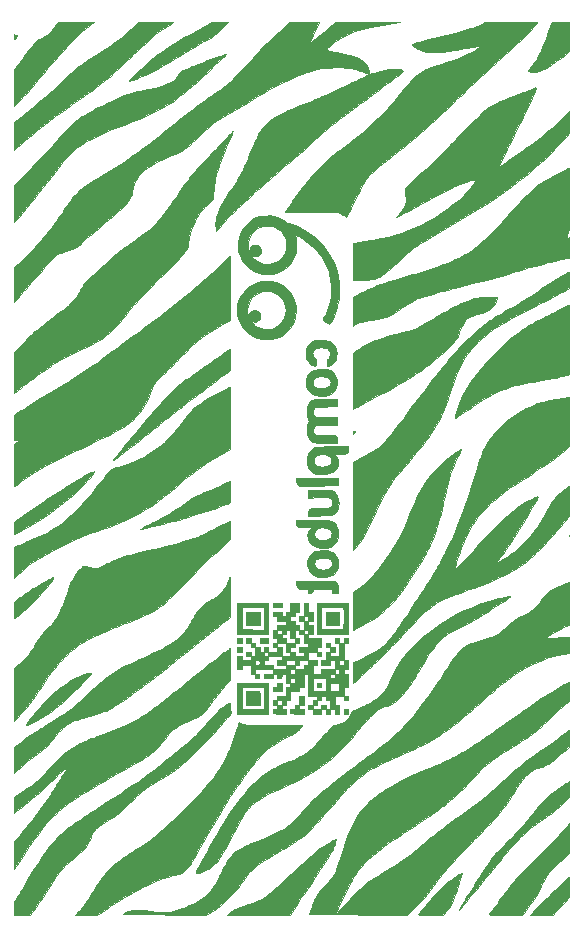
<source format=gbo>
G04 #@! TF.GenerationSoftware,KiCad,Pcbnew,5.0.2-bee76a0~70~ubuntu16.04.1*
G04 #@! TF.CreationDate,2019-07-23T17:30:48+02:00*
G04 #@! TF.ProjectId,ATtiny_3.0,41547469-6e79-45f3-932e-302e6b696361,rev?*
G04 #@! TF.SameCoordinates,Original*
G04 #@! TF.FileFunction,Legend,Bot*
G04 #@! TF.FilePolarity,Positive*
%FSLAX46Y46*%
G04 Gerber Fmt 4.6, Leading zero omitted, Abs format (unit mm)*
G04 Created by KiCad (PCBNEW 5.0.2-bee76a0~70~ubuntu16.04.1) date mar 23 jul 2019 17:30:48 CEST*
%MOMM*%
%LPD*%
G01*
G04 APERTURE LIST*
%ADD10C,0.010000*%
G04 APERTURE END LIST*
D10*
G04 #@! TO.C,G\002A\002A\002A*
G36*
X113068889Y-89284555D02*
X113068889Y-88738926D01*
X113067959Y-88568865D01*
X113065366Y-88418474D01*
X113061412Y-88296747D01*
X113056396Y-88212674D01*
X113050617Y-88175250D01*
X113050074Y-88174481D01*
X113017252Y-88168649D01*
X112936979Y-88163553D01*
X112818248Y-88159492D01*
X112670051Y-88156766D01*
X112501380Y-88155674D01*
X112485630Y-88155667D01*
X111940000Y-88155667D01*
X111940000Y-89284555D01*
X113068889Y-89284555D01*
X113068889Y-89284555D01*
G37*
X113068889Y-89284555D02*
X113068889Y-88738926D01*
X113067959Y-88568865D01*
X113065366Y-88418474D01*
X113061412Y-88296747D01*
X113056396Y-88212674D01*
X113050617Y-88175250D01*
X113050074Y-88174481D01*
X113017252Y-88168649D01*
X112936979Y-88163553D01*
X112818248Y-88159492D01*
X112670051Y-88156766D01*
X112501380Y-88155674D01*
X112485630Y-88155667D01*
X111940000Y-88155667D01*
X111940000Y-89284555D01*
X113068889Y-89284555D01*
G36*
X113068889Y-82539444D02*
X113068889Y-81438778D01*
X111940000Y-81438778D01*
X111940000Y-82539444D01*
X113068889Y-82539444D01*
X113068889Y-82539444D01*
G37*
X113068889Y-82539444D02*
X113068889Y-81438778D01*
X111940000Y-81438778D01*
X111940000Y-82539444D01*
X113068889Y-82539444D01*
G36*
X115665334Y-84797222D02*
X115665334Y-84432912D01*
X116046334Y-84416222D01*
X116063024Y-84035222D01*
X116427334Y-84035222D01*
X116427334Y-83668333D01*
X116060445Y-83668333D01*
X116060445Y-84035222D01*
X115298445Y-84035222D01*
X115298445Y-84797222D01*
X115665334Y-84797222D01*
X115665334Y-84797222D01*
G37*
X115665334Y-84797222D02*
X115665334Y-84432912D01*
X116046334Y-84416222D01*
X116063024Y-84035222D01*
X116427334Y-84035222D01*
X116427334Y-83668333D01*
X116060445Y-83668333D01*
X116060445Y-84035222D01*
X115298445Y-84035222D01*
X115298445Y-84797222D01*
X115665334Y-84797222D01*
G36*
X118290000Y-87788778D02*
X118290000Y-87421889D01*
X117923112Y-87421889D01*
X117923112Y-87788778D01*
X118290000Y-87788778D01*
X118290000Y-87788778D01*
G37*
X118290000Y-87788778D02*
X118290000Y-87421889D01*
X117923112Y-87421889D01*
X117923112Y-87788778D01*
X118290000Y-87788778D01*
G36*
X119785778Y-82539444D02*
X119785778Y-81438778D01*
X118685112Y-81438778D01*
X118685112Y-82539444D01*
X119785778Y-82539444D01*
X119785778Y-82539444D01*
G37*
X119785778Y-82539444D02*
X119785778Y-81438778D01*
X118685112Y-81438778D01*
X118685112Y-82539444D01*
X119785778Y-82539444D01*
G36*
X92269112Y-32744268D02*
X92269112Y-32964989D01*
X92410223Y-32826000D01*
X92480606Y-32751706D01*
X92531174Y-32688849D01*
X92551310Y-32650671D01*
X92551334Y-32649973D01*
X92527808Y-32613673D01*
X92479533Y-32585638D01*
X92377099Y-32547929D01*
X92314825Y-32535514D01*
X92282726Y-32555920D01*
X92270814Y-32616674D01*
X92269106Y-32725305D01*
X92269112Y-32744268D01*
X92269112Y-32744268D01*
G37*
X92269112Y-32744268D02*
X92269112Y-32964989D01*
X92410223Y-32826000D01*
X92480606Y-32751706D01*
X92531174Y-32688849D01*
X92551310Y-32650671D01*
X92551334Y-32649973D01*
X92527808Y-32613673D01*
X92479533Y-32585638D01*
X92377099Y-32547929D01*
X92314825Y-32535514D01*
X92282726Y-32555920D01*
X92270814Y-32616674D01*
X92269106Y-32725305D01*
X92269112Y-32744268D01*
G36*
X92270306Y-81502101D02*
X92271927Y-81674823D01*
X92275177Y-81801549D01*
X92280318Y-81887500D01*
X92287614Y-81937896D01*
X92297329Y-81957955D01*
X92304389Y-81957623D01*
X92354036Y-81923074D01*
X92438855Y-81858273D01*
X92551071Y-81769596D01*
X92682909Y-81663416D01*
X92826594Y-81546111D01*
X92974352Y-81424054D01*
X93118406Y-81303621D01*
X93250983Y-81191186D01*
X93364307Y-81093126D01*
X93429770Y-81034861D01*
X93647099Y-80831349D01*
X93877963Y-80603343D01*
X94116460Y-80357532D01*
X94356691Y-80100604D01*
X94592754Y-79839247D01*
X94818748Y-79580149D01*
X95028772Y-79329999D01*
X95216927Y-79095484D01*
X95377310Y-78883292D01*
X95504022Y-78700113D01*
X95539808Y-78643297D01*
X95584389Y-78563787D01*
X95596668Y-78520463D01*
X95578356Y-78504463D01*
X95566756Y-78503667D01*
X95524325Y-78517288D01*
X95440663Y-78555487D01*
X95323213Y-78614263D01*
X95179420Y-78689614D01*
X95016728Y-78777540D01*
X94842580Y-78874041D01*
X94664421Y-78975117D01*
X94489695Y-79076766D01*
X94390874Y-79135603D01*
X94136783Y-79290415D01*
X93898068Y-79440563D01*
X93663368Y-79593626D01*
X93421318Y-79757182D01*
X93160558Y-79938810D01*
X92869724Y-80146089D01*
X92792682Y-80201580D01*
X92270984Y-80578000D01*
X92270048Y-81278165D01*
X92270306Y-81502101D01*
X92270306Y-81502101D01*
G37*
X92270306Y-81502101D02*
X92271927Y-81674823D01*
X92275177Y-81801549D01*
X92280318Y-81887500D01*
X92287614Y-81937896D01*
X92297329Y-81957955D01*
X92304389Y-81957623D01*
X92354036Y-81923074D01*
X92438855Y-81858273D01*
X92551071Y-81769596D01*
X92682909Y-81663416D01*
X92826594Y-81546111D01*
X92974352Y-81424054D01*
X93118406Y-81303621D01*
X93250983Y-81191186D01*
X93364307Y-81093126D01*
X93429770Y-81034861D01*
X93647099Y-80831349D01*
X93877963Y-80603343D01*
X94116460Y-80357532D01*
X94356691Y-80100604D01*
X94592754Y-79839247D01*
X94818748Y-79580149D01*
X95028772Y-79329999D01*
X95216927Y-79095484D01*
X95377310Y-78883292D01*
X95504022Y-78700113D01*
X95539808Y-78643297D01*
X95584389Y-78563787D01*
X95596668Y-78520463D01*
X95578356Y-78504463D01*
X95566756Y-78503667D01*
X95524325Y-78517288D01*
X95440663Y-78555487D01*
X95323213Y-78614263D01*
X95179420Y-78689614D01*
X95016728Y-78777540D01*
X94842580Y-78874041D01*
X94664421Y-78975117D01*
X94489695Y-79076766D01*
X94390874Y-79135603D01*
X94136783Y-79290415D01*
X93898068Y-79440563D01*
X93663368Y-79593626D01*
X93421318Y-79757182D01*
X93160558Y-79938810D01*
X92869724Y-80146089D01*
X92792682Y-80201580D01*
X92270984Y-80578000D01*
X92270048Y-81278165D01*
X92270306Y-81502101D01*
G36*
X93292274Y-90994458D02*
X93333915Y-90998649D01*
X93417718Y-90975875D01*
X93537992Y-90929108D01*
X93689048Y-90861317D01*
X93865194Y-90775472D01*
X94060739Y-90674545D01*
X94269993Y-90561506D01*
X94487266Y-90439324D01*
X94706866Y-90310970D01*
X94923104Y-90179416D01*
X95130287Y-90047630D01*
X95221219Y-89987592D01*
X95489445Y-89798952D01*
X95776904Y-89578648D01*
X96086197Y-89324428D01*
X96419924Y-89034039D01*
X96780688Y-88705229D01*
X97171089Y-88335743D01*
X97514944Y-88001044D01*
X97665675Y-87850796D01*
X97824409Y-87689181D01*
X97986318Y-87521438D01*
X98146570Y-87352805D01*
X98300335Y-87188522D01*
X98442785Y-87033826D01*
X98569087Y-86893956D01*
X98674413Y-86774151D01*
X98753932Y-86679649D01*
X98802814Y-86615690D01*
X98816667Y-86589228D01*
X98795172Y-86575414D01*
X98790927Y-86575222D01*
X98752660Y-86580226D01*
X98674256Y-86593496D01*
X98570965Y-86612418D01*
X98544385Y-86617469D01*
X98204409Y-86704584D01*
X97841752Y-86839073D01*
X97460349Y-87018538D01*
X97064136Y-87240577D01*
X96657047Y-87502791D01*
X96243018Y-87802780D01*
X95825984Y-88138143D01*
X95409881Y-88506481D01*
X95339886Y-88571860D01*
X95142438Y-88761992D01*
X94939057Y-88965721D01*
X94733183Y-89178974D01*
X94528260Y-89397679D01*
X94327729Y-89617764D01*
X94135032Y-89835156D01*
X93953610Y-90045783D01*
X93786905Y-90245574D01*
X93638360Y-90430457D01*
X93511415Y-90596358D01*
X93409514Y-90739206D01*
X93336097Y-90854929D01*
X93294606Y-90939455D01*
X93288484Y-90988711D01*
X93292274Y-90994458D01*
X93292274Y-90994458D01*
G37*
X93292274Y-90994458D02*
X93333915Y-90998649D01*
X93417718Y-90975875D01*
X93537992Y-90929108D01*
X93689048Y-90861317D01*
X93865194Y-90775472D01*
X94060739Y-90674545D01*
X94269993Y-90561506D01*
X94487266Y-90439324D01*
X94706866Y-90310970D01*
X94923104Y-90179416D01*
X95130287Y-90047630D01*
X95221219Y-89987592D01*
X95489445Y-89798952D01*
X95776904Y-89578648D01*
X96086197Y-89324428D01*
X96419924Y-89034039D01*
X96780688Y-88705229D01*
X97171089Y-88335743D01*
X97514944Y-88001044D01*
X97665675Y-87850796D01*
X97824409Y-87689181D01*
X97986318Y-87521438D01*
X98146570Y-87352805D01*
X98300335Y-87188522D01*
X98442785Y-87033826D01*
X98569087Y-86893956D01*
X98674413Y-86774151D01*
X98753932Y-86679649D01*
X98802814Y-86615690D01*
X98816667Y-86589228D01*
X98795172Y-86575414D01*
X98790927Y-86575222D01*
X98752660Y-86580226D01*
X98674256Y-86593496D01*
X98570965Y-86612418D01*
X98544385Y-86617469D01*
X98204409Y-86704584D01*
X97841752Y-86839073D01*
X97460349Y-87018538D01*
X97064136Y-87240577D01*
X96657047Y-87502791D01*
X96243018Y-87802780D01*
X95825984Y-88138143D01*
X95409881Y-88506481D01*
X95339886Y-88571860D01*
X95142438Y-88761992D01*
X94939057Y-88965721D01*
X94733183Y-89178974D01*
X94528260Y-89397679D01*
X94327729Y-89617764D01*
X94135032Y-89835156D01*
X93953610Y-90045783D01*
X93786905Y-90245574D01*
X93638360Y-90430457D01*
X93511415Y-90596358D01*
X93409514Y-90739206D01*
X93336097Y-90854929D01*
X93294606Y-90939455D01*
X93288484Y-90988711D01*
X93292274Y-90994458D01*
G36*
X92270924Y-38611555D02*
X92700517Y-38174111D01*
X92888459Y-37980858D01*
X93071593Y-37788388D01*
X93254712Y-37591277D01*
X93442614Y-37384101D01*
X93640093Y-37161435D01*
X93851945Y-36917856D01*
X94082965Y-36647938D01*
X94337948Y-36346259D01*
X94621690Y-36007393D01*
X94714849Y-35895615D01*
X95183528Y-35337154D01*
X95622842Y-34823043D01*
X96035090Y-34350905D01*
X96422569Y-33918364D01*
X96787579Y-33523041D01*
X97132416Y-33162561D01*
X97459381Y-32834545D01*
X97770770Y-32536618D01*
X98068882Y-32266401D01*
X98356015Y-32021519D01*
X98634467Y-31799593D01*
X98783833Y-31687133D01*
X99019110Y-31513667D01*
X97513833Y-31514439D01*
X96008556Y-31515212D01*
X95740516Y-31856180D01*
X95510678Y-32137319D01*
X95301206Y-32369337D01*
X95109345Y-32554603D01*
X94932341Y-32695488D01*
X94767441Y-32794365D01*
X94611890Y-32853602D01*
X94570778Y-32863179D01*
X94448784Y-32898448D01*
X94330678Y-32957581D01*
X94206508Y-33047235D01*
X94066323Y-33174069D01*
X93986593Y-33254046D01*
X93845017Y-33407791D01*
X93691563Y-33590682D01*
X93522756Y-33807244D01*
X93335116Y-34062005D01*
X93125167Y-34359491D01*
X93019367Y-34513059D01*
X92901661Y-34682956D01*
X92780120Y-34854745D01*
X92663259Y-35016649D01*
X92559589Y-35156892D01*
X92477625Y-35263696D01*
X92468242Y-35275465D01*
X92269112Y-35523597D01*
X92270924Y-38611555D01*
X92270924Y-38611555D01*
G37*
X92270924Y-38611555D02*
X92700517Y-38174111D01*
X92888459Y-37980858D01*
X93071593Y-37788388D01*
X93254712Y-37591277D01*
X93442614Y-37384101D01*
X93640093Y-37161435D01*
X93851945Y-36917856D01*
X94082965Y-36647938D01*
X94337948Y-36346259D01*
X94621690Y-36007393D01*
X94714849Y-35895615D01*
X95183528Y-35337154D01*
X95622842Y-34823043D01*
X96035090Y-34350905D01*
X96422569Y-33918364D01*
X96787579Y-33523041D01*
X97132416Y-33162561D01*
X97459381Y-32834545D01*
X97770770Y-32536618D01*
X98068882Y-32266401D01*
X98356015Y-32021519D01*
X98634467Y-31799593D01*
X98783833Y-31687133D01*
X99019110Y-31513667D01*
X97513833Y-31514439D01*
X96008556Y-31515212D01*
X95740516Y-31856180D01*
X95510678Y-32137319D01*
X95301206Y-32369337D01*
X95109345Y-32554603D01*
X94932341Y-32695488D01*
X94767441Y-32794365D01*
X94611890Y-32853602D01*
X94570778Y-32863179D01*
X94448784Y-32898448D01*
X94330678Y-32957581D01*
X94206508Y-33047235D01*
X94066323Y-33174069D01*
X93986593Y-33254046D01*
X93845017Y-33407791D01*
X93691563Y-33590682D01*
X93522756Y-33807244D01*
X93335116Y-34062005D01*
X93125167Y-34359491D01*
X93019367Y-34513059D01*
X92901661Y-34682956D01*
X92780120Y-34854745D01*
X92663259Y-35016649D01*
X92559589Y-35156892D01*
X92477625Y-35263696D01*
X92468242Y-35275465D01*
X92269112Y-35523597D01*
X92270924Y-38611555D01*
G36*
X92270136Y-74503319D02*
X92272977Y-74641068D01*
X92277289Y-74748154D01*
X92282722Y-74815517D01*
X92287935Y-74834778D01*
X92317705Y-74822340D01*
X92389443Y-74787702D01*
X92495129Y-74734877D01*
X92626741Y-74667877D01*
X92776259Y-74590715D01*
X92788879Y-74584158D01*
X93676717Y-74096670D01*
X94543273Y-73569115D01*
X95381267Y-73006480D01*
X96183420Y-72413755D01*
X96942454Y-71795927D01*
X97251142Y-71526133D01*
X97504721Y-71293509D01*
X97761188Y-71046884D01*
X98013683Y-70793557D01*
X98255341Y-70540831D01*
X98479301Y-70296005D01*
X98678700Y-70066381D01*
X98846676Y-69859258D01*
X98953741Y-69714782D01*
X99023755Y-69611001D01*
X99060965Y-69544912D01*
X99068125Y-69510371D01*
X99049500Y-69501183D01*
X99005960Y-69514825D01*
X98920832Y-69552386D01*
X98801651Y-69609988D01*
X98655951Y-69683748D01*
X98491269Y-69769788D01*
X98315139Y-69864225D01*
X98135096Y-69963181D01*
X97958675Y-70062775D01*
X97955889Y-70064372D01*
X97566815Y-70290042D01*
X97184080Y-70517558D01*
X96802581Y-70750273D01*
X96417210Y-70991537D01*
X96022863Y-71244704D01*
X95614435Y-71513125D01*
X95186819Y-71800151D01*
X94734911Y-72109134D01*
X94253605Y-72443427D01*
X93737796Y-72806380D01*
X93235723Y-73163258D01*
X92269112Y-73853159D01*
X92269112Y-74343968D01*
X92270136Y-74503319D01*
X92270136Y-74503319D01*
G37*
X92270136Y-74503319D02*
X92272977Y-74641068D01*
X92277289Y-74748154D01*
X92282722Y-74815517D01*
X92287935Y-74834778D01*
X92317705Y-74822340D01*
X92389443Y-74787702D01*
X92495129Y-74734877D01*
X92626741Y-74667877D01*
X92776259Y-74590715D01*
X92788879Y-74584158D01*
X93676717Y-74096670D01*
X94543273Y-73569115D01*
X95381267Y-73006480D01*
X96183420Y-72413755D01*
X96942454Y-71795927D01*
X97251142Y-71526133D01*
X97504721Y-71293509D01*
X97761188Y-71046884D01*
X98013683Y-70793557D01*
X98255341Y-70540831D01*
X98479301Y-70296005D01*
X98678700Y-70066381D01*
X98846676Y-69859258D01*
X98953741Y-69714782D01*
X99023755Y-69611001D01*
X99060965Y-69544912D01*
X99068125Y-69510371D01*
X99049500Y-69501183D01*
X99005960Y-69514825D01*
X98920832Y-69552386D01*
X98801651Y-69609988D01*
X98655951Y-69683748D01*
X98491269Y-69769788D01*
X98315139Y-69864225D01*
X98135096Y-69963181D01*
X97958675Y-70062775D01*
X97955889Y-70064372D01*
X97566815Y-70290042D01*
X97184080Y-70517558D01*
X96802581Y-70750273D01*
X96417210Y-70991537D01*
X96022863Y-71244704D01*
X95614435Y-71513125D01*
X95186819Y-71800151D01*
X94734911Y-72109134D01*
X94253605Y-72443427D01*
X93737796Y-72806380D01*
X93235723Y-73163258D01*
X92269112Y-73853159D01*
X92269112Y-74343968D01*
X92270136Y-74503319D01*
G36*
X92558389Y-42091990D02*
X92888763Y-41791238D01*
X93214663Y-41501007D01*
X93540309Y-41218012D01*
X93869922Y-40938966D01*
X94207724Y-40660583D01*
X94557934Y-40379576D01*
X94924775Y-40092660D01*
X95312466Y-39796547D01*
X95725228Y-39487951D01*
X96167283Y-39163587D01*
X96642851Y-38820168D01*
X97156152Y-38454408D01*
X97711408Y-38063020D01*
X97927667Y-37911518D01*
X98300794Y-37650238D01*
X98632828Y-37416735D01*
X98929083Y-37206655D01*
X99194874Y-37015645D01*
X99435513Y-36839349D01*
X99656314Y-36673414D01*
X99862592Y-36513486D01*
X100059659Y-36355209D01*
X100252830Y-36194230D01*
X100447417Y-36026194D01*
X100648736Y-35846747D01*
X100862098Y-35651536D01*
X101092819Y-35436205D01*
X101346212Y-35196400D01*
X101627590Y-34927768D01*
X101942267Y-34625953D01*
X101971962Y-34597436D01*
X102383955Y-34203808D01*
X102760828Y-33848299D01*
X103106168Y-33527944D01*
X103423563Y-33239781D01*
X103716602Y-32980846D01*
X103988871Y-32748175D01*
X104243958Y-32538806D01*
X104485451Y-32349776D01*
X104716938Y-32178120D01*
X104942006Y-32020876D01*
X105164243Y-31875080D01*
X105387237Y-31737769D01*
X105547667Y-31643988D01*
X105773445Y-31514686D01*
X104329494Y-31514176D01*
X102885543Y-31513667D01*
X102198716Y-32086603D01*
X101861516Y-32366944D01*
X101560718Y-32614565D01*
X101290209Y-32833872D01*
X101043874Y-33029270D01*
X100815599Y-33205164D01*
X100599271Y-33365961D01*
X100388774Y-33516065D01*
X100177995Y-33659883D01*
X99960819Y-33801819D01*
X99731132Y-33946278D01*
X99482820Y-34097667D01*
X99209769Y-34260391D01*
X99056556Y-34350609D01*
X98639126Y-34603570D01*
X98265532Y-34847278D01*
X97925538Y-35088677D01*
X97623715Y-35322699D01*
X97536149Y-35393980D01*
X97453099Y-35462686D01*
X97370215Y-35532750D01*
X97283145Y-35608108D01*
X97187540Y-35692693D01*
X97079048Y-35790440D01*
X96953319Y-35905283D01*
X96806002Y-36041158D01*
X96632748Y-36201997D01*
X96429204Y-36391737D01*
X96191021Y-36614310D01*
X96061370Y-36735593D01*
X95457673Y-37295099D01*
X94886599Y-37813218D01*
X94345268Y-38292442D01*
X93830797Y-38735265D01*
X93340303Y-39144178D01*
X92870907Y-39521674D01*
X92558389Y-39764691D01*
X92269112Y-39986380D01*
X92269112Y-42357962D01*
X92558389Y-42091990D01*
X92558389Y-42091990D01*
G37*
X92558389Y-42091990D02*
X92888763Y-41791238D01*
X93214663Y-41501007D01*
X93540309Y-41218012D01*
X93869922Y-40938966D01*
X94207724Y-40660583D01*
X94557934Y-40379576D01*
X94924775Y-40092660D01*
X95312466Y-39796547D01*
X95725228Y-39487951D01*
X96167283Y-39163587D01*
X96642851Y-38820168D01*
X97156152Y-38454408D01*
X97711408Y-38063020D01*
X97927667Y-37911518D01*
X98300794Y-37650238D01*
X98632828Y-37416735D01*
X98929083Y-37206655D01*
X99194874Y-37015645D01*
X99435513Y-36839349D01*
X99656314Y-36673414D01*
X99862592Y-36513486D01*
X100059659Y-36355209D01*
X100252830Y-36194230D01*
X100447417Y-36026194D01*
X100648736Y-35846747D01*
X100862098Y-35651536D01*
X101092819Y-35436205D01*
X101346212Y-35196400D01*
X101627590Y-34927768D01*
X101942267Y-34625953D01*
X101971962Y-34597436D01*
X102383955Y-34203808D01*
X102760828Y-33848299D01*
X103106168Y-33527944D01*
X103423563Y-33239781D01*
X103716602Y-32980846D01*
X103988871Y-32748175D01*
X104243958Y-32538806D01*
X104485451Y-32349776D01*
X104716938Y-32178120D01*
X104942006Y-32020876D01*
X105164243Y-31875080D01*
X105387237Y-31737769D01*
X105547667Y-31643988D01*
X105773445Y-31514686D01*
X104329494Y-31514176D01*
X102885543Y-31513667D01*
X102198716Y-32086603D01*
X101861516Y-32366944D01*
X101560718Y-32614565D01*
X101290209Y-32833872D01*
X101043874Y-33029270D01*
X100815599Y-33205164D01*
X100599271Y-33365961D01*
X100388774Y-33516065D01*
X100177995Y-33659883D01*
X99960819Y-33801819D01*
X99731132Y-33946278D01*
X99482820Y-34097667D01*
X99209769Y-34260391D01*
X99056556Y-34350609D01*
X98639126Y-34603570D01*
X98265532Y-34847278D01*
X97925538Y-35088677D01*
X97623715Y-35322699D01*
X97536149Y-35393980D01*
X97453099Y-35462686D01*
X97370215Y-35532750D01*
X97283145Y-35608108D01*
X97187540Y-35692693D01*
X97079048Y-35790440D01*
X96953319Y-35905283D01*
X96806002Y-36041158D01*
X96632748Y-36201997D01*
X96429204Y-36391737D01*
X96191021Y-36614310D01*
X96061370Y-36735593D01*
X95457673Y-37295099D01*
X94886599Y-37813218D01*
X94345268Y-38292442D01*
X93830797Y-38735265D01*
X93340303Y-39144178D01*
X92870907Y-39521674D01*
X92558389Y-39764691D01*
X92269112Y-39986380D01*
X92269112Y-42357962D01*
X92558389Y-42091990D01*
G36*
X92275930Y-46867145D02*
X92283223Y-48456472D01*
X92664223Y-48008630D01*
X92987018Y-47626349D01*
X93307708Y-47240586D01*
X93631292Y-46845095D01*
X93962772Y-46433628D01*
X94307149Y-45999936D01*
X94669424Y-45537773D01*
X95054599Y-45040891D01*
X95408750Y-44580030D01*
X95708675Y-44191225D01*
X95980912Y-43845018D01*
X96229435Y-43537278D01*
X96458222Y-43263879D01*
X96671249Y-43020691D01*
X96872490Y-42803585D01*
X97065924Y-42608433D01*
X97255525Y-42431106D01*
X97445270Y-42267476D01*
X97639135Y-42113413D01*
X97841097Y-41964789D01*
X98055130Y-41817475D01*
X98094306Y-41791401D01*
X98325840Y-41643817D01*
X98572329Y-41498555D01*
X98838183Y-41353585D01*
X99127810Y-41206877D01*
X99445618Y-41056401D01*
X99796017Y-40900128D01*
X100183414Y-40736028D01*
X100612219Y-40562071D01*
X101086839Y-40376228D01*
X101558179Y-40196614D01*
X102103921Y-39987725D01*
X102614167Y-39785055D01*
X103092957Y-39585879D01*
X103544332Y-39387477D01*
X103972333Y-39187126D01*
X104380999Y-38982104D01*
X104774372Y-38769690D01*
X105156492Y-38547162D01*
X105531400Y-38311798D01*
X105903137Y-38060875D01*
X106275742Y-37791673D01*
X106653257Y-37501468D01*
X107039722Y-37187539D01*
X107439177Y-36847165D01*
X107855664Y-36477622D01*
X108293223Y-36076190D01*
X108755894Y-35640146D01*
X109247718Y-35166769D01*
X109741882Y-34683691D01*
X109877589Y-34549550D01*
X109997763Y-34429466D01*
X110097212Y-34328739D01*
X110170740Y-34252668D01*
X110213151Y-34206549D01*
X110221257Y-34194778D01*
X110179974Y-34204367D01*
X110091633Y-34231738D01*
X109962005Y-34274794D01*
X109796859Y-34331439D01*
X109601966Y-34399577D01*
X109383097Y-34477110D01*
X109146021Y-34561944D01*
X108896509Y-34651981D01*
X108640331Y-34745125D01*
X108383259Y-34839280D01*
X108131061Y-34932350D01*
X107889509Y-35022238D01*
X107664372Y-35106848D01*
X107461422Y-35184084D01*
X107286429Y-35251848D01*
X107145162Y-35308046D01*
X107062569Y-35342301D01*
X106847671Y-35436098D01*
X106676771Y-35517010D01*
X106540907Y-35591678D01*
X106431116Y-35666742D01*
X106338435Y-35748840D01*
X106253903Y-35844613D01*
X106168557Y-35960700D01*
X106109716Y-36048196D01*
X105993595Y-36207916D01*
X105868427Y-36342811D01*
X105722757Y-36462266D01*
X105545127Y-36575665D01*
X105324081Y-36692391D01*
X105321889Y-36693470D01*
X104976080Y-36844878D01*
X104589365Y-36978235D01*
X104158229Y-37094501D01*
X103679161Y-37194636D01*
X103205223Y-37271599D01*
X102941780Y-37313924D01*
X102683205Y-37365424D01*
X102424252Y-37428053D01*
X102159675Y-37503767D01*
X101884227Y-37594519D01*
X101592662Y-37702263D01*
X101279734Y-37828954D01*
X100940195Y-37976545D01*
X100568800Y-38146990D01*
X100160303Y-38342245D01*
X99709457Y-38564262D01*
X99635112Y-38601364D01*
X99236708Y-38802941D01*
X98884048Y-38987291D01*
X98570715Y-39158764D01*
X98290292Y-39321707D01*
X98036365Y-39480466D01*
X97802516Y-39639391D01*
X97582331Y-39802829D01*
X97369392Y-39975127D01*
X97157284Y-40160633D01*
X96939591Y-40363695D01*
X96725753Y-40572854D01*
X96562428Y-40738932D01*
X96373334Y-40936951D01*
X96168946Y-41155581D01*
X95959737Y-41383491D01*
X95756182Y-41609351D01*
X95568756Y-41821832D01*
X95532921Y-41863121D01*
X94923008Y-42557862D01*
X94338677Y-43202553D01*
X93779760Y-43797371D01*
X93246089Y-44342494D01*
X92737496Y-44838100D01*
X92614597Y-44953958D01*
X92268639Y-45277819D01*
X92275930Y-46867145D01*
X92275930Y-46867145D01*
G37*
X92275930Y-46867145D02*
X92283223Y-48456472D01*
X92664223Y-48008630D01*
X92987018Y-47626349D01*
X93307708Y-47240586D01*
X93631292Y-46845095D01*
X93962772Y-46433628D01*
X94307149Y-45999936D01*
X94669424Y-45537773D01*
X95054599Y-45040891D01*
X95408750Y-44580030D01*
X95708675Y-44191225D01*
X95980912Y-43845018D01*
X96229435Y-43537278D01*
X96458222Y-43263879D01*
X96671249Y-43020691D01*
X96872490Y-42803585D01*
X97065924Y-42608433D01*
X97255525Y-42431106D01*
X97445270Y-42267476D01*
X97639135Y-42113413D01*
X97841097Y-41964789D01*
X98055130Y-41817475D01*
X98094306Y-41791401D01*
X98325840Y-41643817D01*
X98572329Y-41498555D01*
X98838183Y-41353585D01*
X99127810Y-41206877D01*
X99445618Y-41056401D01*
X99796017Y-40900128D01*
X100183414Y-40736028D01*
X100612219Y-40562071D01*
X101086839Y-40376228D01*
X101558179Y-40196614D01*
X102103921Y-39987725D01*
X102614167Y-39785055D01*
X103092957Y-39585879D01*
X103544332Y-39387477D01*
X103972333Y-39187126D01*
X104380999Y-38982104D01*
X104774372Y-38769690D01*
X105156492Y-38547162D01*
X105531400Y-38311798D01*
X105903137Y-38060875D01*
X106275742Y-37791673D01*
X106653257Y-37501468D01*
X107039722Y-37187539D01*
X107439177Y-36847165D01*
X107855664Y-36477622D01*
X108293223Y-36076190D01*
X108755894Y-35640146D01*
X109247718Y-35166769D01*
X109741882Y-34683691D01*
X109877589Y-34549550D01*
X109997763Y-34429466D01*
X110097212Y-34328739D01*
X110170740Y-34252668D01*
X110213151Y-34206549D01*
X110221257Y-34194778D01*
X110179974Y-34204367D01*
X110091633Y-34231738D01*
X109962005Y-34274794D01*
X109796859Y-34331439D01*
X109601966Y-34399577D01*
X109383097Y-34477110D01*
X109146021Y-34561944D01*
X108896509Y-34651981D01*
X108640331Y-34745125D01*
X108383259Y-34839280D01*
X108131061Y-34932350D01*
X107889509Y-35022238D01*
X107664372Y-35106848D01*
X107461422Y-35184084D01*
X107286429Y-35251848D01*
X107145162Y-35308046D01*
X107062569Y-35342301D01*
X106847671Y-35436098D01*
X106676771Y-35517010D01*
X106540907Y-35591678D01*
X106431116Y-35666742D01*
X106338435Y-35748840D01*
X106253903Y-35844613D01*
X106168557Y-35960700D01*
X106109716Y-36048196D01*
X105993595Y-36207916D01*
X105868427Y-36342811D01*
X105722757Y-36462266D01*
X105545127Y-36575665D01*
X105324081Y-36692391D01*
X105321889Y-36693470D01*
X104976080Y-36844878D01*
X104589365Y-36978235D01*
X104158229Y-37094501D01*
X103679161Y-37194636D01*
X103205223Y-37271599D01*
X102941780Y-37313924D01*
X102683205Y-37365424D01*
X102424252Y-37428053D01*
X102159675Y-37503767D01*
X101884227Y-37594519D01*
X101592662Y-37702263D01*
X101279734Y-37828954D01*
X100940195Y-37976545D01*
X100568800Y-38146990D01*
X100160303Y-38342245D01*
X99709457Y-38564262D01*
X99635112Y-38601364D01*
X99236708Y-38802941D01*
X98884048Y-38987291D01*
X98570715Y-39158764D01*
X98290292Y-39321707D01*
X98036365Y-39480466D01*
X97802516Y-39639391D01*
X97582331Y-39802829D01*
X97369392Y-39975127D01*
X97157284Y-40160633D01*
X96939591Y-40363695D01*
X96725753Y-40572854D01*
X96562428Y-40738932D01*
X96373334Y-40936951D01*
X96168946Y-41155581D01*
X95959737Y-41383491D01*
X95756182Y-41609351D01*
X95568756Y-41821832D01*
X95532921Y-41863121D01*
X94923008Y-42557862D01*
X94338677Y-43202553D01*
X93779760Y-43797371D01*
X93246089Y-44342494D01*
X92737496Y-44838100D01*
X92614597Y-44953958D01*
X92268639Y-45277819D01*
X92275930Y-46867145D01*
G36*
X102030070Y-36452313D02*
X102101098Y-36449673D01*
X102216096Y-36422165D01*
X102372293Y-36370912D01*
X102566923Y-36297036D01*
X102797215Y-36201661D01*
X103060403Y-36085909D01*
X103353717Y-35950904D01*
X103674389Y-35797768D01*
X104019651Y-35627624D01*
X104178889Y-35547537D01*
X104569000Y-35347754D01*
X104917818Y-35163551D01*
X105236129Y-34988735D01*
X105534716Y-34817112D01*
X105824363Y-34642489D01*
X106115855Y-34458674D01*
X106408445Y-34267141D01*
X106750239Y-34042685D01*
X107062252Y-33844171D01*
X107359205Y-33662822D01*
X107655822Y-33489862D01*
X107966825Y-33316514D01*
X108306936Y-33134002D01*
X108327556Y-33123113D01*
X108598351Y-32978587D01*
X108826212Y-32852366D01*
X109019219Y-32738601D01*
X109185454Y-32631439D01*
X109332995Y-32525031D01*
X109469923Y-32413525D01*
X109604319Y-32291071D01*
X109744262Y-32151817D01*
X109897834Y-31989913D01*
X109908782Y-31978141D01*
X110012573Y-31869327D01*
X110119631Y-31761885D01*
X110214138Y-31671489D01*
X110257696Y-31632418D01*
X110395725Y-31513667D01*
X109026710Y-31513667D01*
X108458411Y-31814696D01*
X107821645Y-32155877D01*
X107232967Y-32479761D01*
X106687807Y-32789382D01*
X106181598Y-33087772D01*
X105709769Y-33377964D01*
X105267752Y-33662990D01*
X104850977Y-33945884D01*
X104454877Y-34229677D01*
X104074882Y-34517402D01*
X103706423Y-34812093D01*
X103344931Y-35116781D01*
X102985837Y-35434500D01*
X102934122Y-35481443D01*
X102792788Y-35612292D01*
X102647446Y-35750687D01*
X102503917Y-35890684D01*
X102368026Y-36026339D01*
X102245597Y-36151708D01*
X102142452Y-36260848D01*
X102064414Y-36347815D01*
X102017309Y-36406666D01*
X102005778Y-36428962D01*
X102030070Y-36452313D01*
X102030070Y-36452313D01*
G37*
X102030070Y-36452313D02*
X102101098Y-36449673D01*
X102216096Y-36422165D01*
X102372293Y-36370912D01*
X102566923Y-36297036D01*
X102797215Y-36201661D01*
X103060403Y-36085909D01*
X103353717Y-35950904D01*
X103674389Y-35797768D01*
X104019651Y-35627624D01*
X104178889Y-35547537D01*
X104569000Y-35347754D01*
X104917818Y-35163551D01*
X105236129Y-34988735D01*
X105534716Y-34817112D01*
X105824363Y-34642489D01*
X106115855Y-34458674D01*
X106408445Y-34267141D01*
X106750239Y-34042685D01*
X107062252Y-33844171D01*
X107359205Y-33662822D01*
X107655822Y-33489862D01*
X107966825Y-33316514D01*
X108306936Y-33134002D01*
X108327556Y-33123113D01*
X108598351Y-32978587D01*
X108826212Y-32852366D01*
X109019219Y-32738601D01*
X109185454Y-32631439D01*
X109332995Y-32525031D01*
X109469923Y-32413525D01*
X109604319Y-32291071D01*
X109744262Y-32151817D01*
X109897834Y-31989913D01*
X109908782Y-31978141D01*
X110012573Y-31869327D01*
X110119631Y-31761885D01*
X110214138Y-31671489D01*
X110257696Y-31632418D01*
X110395725Y-31513667D01*
X109026710Y-31513667D01*
X108458411Y-31814696D01*
X107821645Y-32155877D01*
X107232967Y-32479761D01*
X106687807Y-32789382D01*
X106181598Y-33087772D01*
X105709769Y-33377964D01*
X105267752Y-33662990D01*
X104850977Y-33945884D01*
X104454877Y-34229677D01*
X104074882Y-34517402D01*
X103706423Y-34812093D01*
X103344931Y-35116781D01*
X102985837Y-35434500D01*
X102934122Y-35481443D01*
X102792788Y-35612292D01*
X102647446Y-35750687D01*
X102503917Y-35890684D01*
X102368026Y-36026339D01*
X102245597Y-36151708D01*
X102142452Y-36260848D01*
X102064414Y-36347815D01*
X102017309Y-36406666D01*
X102005778Y-36428962D01*
X102030070Y-36452313D01*
G36*
X93020610Y-102094706D02*
X93306547Y-101672565D01*
X93564426Y-101294147D01*
X93796936Y-100955838D01*
X94006768Y-100654026D01*
X94196612Y-100385101D01*
X94369159Y-100145448D01*
X94527098Y-99931458D01*
X94673120Y-99739516D01*
X94809916Y-99566012D01*
X94940174Y-99407334D01*
X95066586Y-99259868D01*
X95191841Y-99120004D01*
X95318631Y-98984129D01*
X95401634Y-98897788D01*
X95597403Y-98700717D01*
X95797189Y-98509131D01*
X96003820Y-98321151D01*
X96220127Y-98134893D01*
X96448938Y-97948478D01*
X96693083Y-97760023D01*
X96955391Y-97567648D01*
X97238692Y-97369470D01*
X97545814Y-97163610D01*
X97879586Y-96948184D01*
X98242839Y-96721313D01*
X98638401Y-96481115D01*
X99069101Y-96225707D01*
X99537770Y-95953210D01*
X100047235Y-95661742D01*
X100600327Y-95349421D01*
X101199874Y-95014366D01*
X101454393Y-94872970D01*
X101866280Y-94643908D01*
X102232442Y-94438571D01*
X102556902Y-94254023D01*
X102843687Y-94087328D01*
X103096822Y-93935551D01*
X103320332Y-93795756D01*
X103518241Y-93665008D01*
X103694577Y-93540370D01*
X103853363Y-93418907D01*
X103998625Y-93297684D01*
X104134388Y-93173764D01*
X104264677Y-93044212D01*
X104393518Y-92906092D01*
X104524936Y-92756469D01*
X104662957Y-92592407D01*
X104784558Y-92444213D01*
X105017264Y-92160776D01*
X105222201Y-91917682D01*
X105405439Y-91710095D01*
X105573045Y-91533181D01*
X105731088Y-91382103D01*
X105885637Y-91252028D01*
X106042760Y-91138119D01*
X106208525Y-91035541D01*
X106389000Y-90939459D01*
X106590255Y-90845039D01*
X106818357Y-90747443D01*
X107013696Y-90668056D01*
X107323985Y-90540309D01*
X107587917Y-90422363D01*
X107813348Y-90308307D01*
X108008133Y-90192227D01*
X108180129Y-90068213D01*
X108337192Y-89930351D01*
X108487178Y-89772731D01*
X108637943Y-89589440D01*
X108797342Y-89374565D01*
X108870874Y-89270444D01*
X109481221Y-88442995D01*
X110128100Y-87656480D01*
X110366612Y-87386899D01*
X110557112Y-87175619D01*
X110557112Y-85831198D01*
X110556810Y-85561765D01*
X110555945Y-85310349D01*
X110554577Y-85082425D01*
X110552767Y-84883467D01*
X110550576Y-84718950D01*
X110548063Y-84594349D01*
X110545290Y-84515136D01*
X110542316Y-84486788D01*
X110542257Y-84486778D01*
X110516485Y-84503286D01*
X110453073Y-84549384D01*
X110358871Y-84619927D01*
X110240733Y-84709771D01*
X110105509Y-84813774D01*
X110069535Y-84841619D01*
X109644214Y-85171853D01*
X109254181Y-85476095D01*
X108889546Y-85762189D01*
X108540420Y-86037981D01*
X108196912Y-86311316D01*
X107849134Y-86590038D01*
X107487196Y-86881994D01*
X107101209Y-87195028D01*
X107034552Y-87249225D01*
X106640314Y-87569649D01*
X106286236Y-87856911D01*
X105968905Y-88113731D01*
X105684907Y-88342824D01*
X105430828Y-88546909D01*
X105203254Y-88728703D01*
X104998771Y-88890924D01*
X104813966Y-89036288D01*
X104645424Y-89167515D01*
X104489733Y-89287320D01*
X104343477Y-89398422D01*
X104203243Y-89503538D01*
X104193000Y-89511161D01*
X103811606Y-89790139D01*
X103452885Y-90041618D01*
X103109196Y-90269600D01*
X102772899Y-90478083D01*
X102436354Y-90671067D01*
X102091919Y-90852551D01*
X101731954Y-91026534D01*
X101348818Y-91197015D01*
X100934871Y-91367995D01*
X100482473Y-91543472D01*
X99983981Y-91727446D01*
X99903223Y-91756575D01*
X99570534Y-91876504D01*
X99285043Y-91980105D01*
X99040698Y-92069773D01*
X98831447Y-92147905D01*
X98651239Y-92216894D01*
X98494022Y-92279137D01*
X98353745Y-92337029D01*
X98224356Y-92392964D01*
X98099803Y-92449338D01*
X97974036Y-92508546D01*
X97843000Y-92572005D01*
X97584030Y-92703532D01*
X97341786Y-92837744D01*
X97111357Y-92978772D01*
X96887832Y-93130743D01*
X96666302Y-93297785D01*
X96441856Y-93484029D01*
X96209583Y-93693601D01*
X95964573Y-93930632D01*
X95701915Y-94199249D01*
X95416698Y-94503581D01*
X95104013Y-94847756D01*
X95006056Y-94957222D01*
X94807043Y-95174019D01*
X94608166Y-95376872D01*
X94403089Y-95570954D01*
X94185475Y-95761436D01*
X93948984Y-95953490D01*
X93687281Y-96152287D01*
X93394027Y-96362998D01*
X93062886Y-96590796D01*
X92740748Y-96805778D01*
X92270351Y-97116222D01*
X92269731Y-97804067D01*
X92270081Y-98024958D01*
X92271762Y-98194672D01*
X92275049Y-98318468D01*
X92280218Y-98401603D01*
X92287544Y-98449335D01*
X92297304Y-98466923D01*
X92304389Y-98465233D01*
X92484110Y-98325521D01*
X92699606Y-98151542D01*
X92945664Y-97947834D01*
X93217068Y-97718932D01*
X93508603Y-97469373D01*
X93815055Y-97203694D01*
X94131208Y-96926432D01*
X94451847Y-96642124D01*
X94771758Y-96355305D01*
X95085725Y-96070513D01*
X95388534Y-95792285D01*
X95557000Y-95635702D01*
X95813727Y-95396385D01*
X96032524Y-95193427D01*
X96216342Y-95024265D01*
X96368130Y-94886334D01*
X96490839Y-94777072D01*
X96587417Y-94693914D01*
X96660815Y-94634299D01*
X96713983Y-94595663D01*
X96749869Y-94575442D01*
X96771424Y-94571073D01*
X96778211Y-94574470D01*
X96768354Y-94602296D01*
X96730948Y-94672597D01*
X96669066Y-94780429D01*
X96585783Y-94920853D01*
X96484173Y-95088926D01*
X96367308Y-95279708D01*
X96238265Y-95488257D01*
X96100116Y-95709631D01*
X95955936Y-95938890D01*
X95808799Y-96171093D01*
X95661779Y-96401297D01*
X95517949Y-96624562D01*
X95380384Y-96835947D01*
X95252158Y-97030509D01*
X95223291Y-97073889D01*
X94761745Y-97751440D01*
X94304159Y-98394287D01*
X93853375Y-98998713D01*
X93412237Y-99561005D01*
X92983587Y-100077447D01*
X92570266Y-100544325D01*
X92556471Y-100559333D01*
X92270740Y-100869778D01*
X92269926Y-102038261D01*
X92269112Y-103206745D01*
X93020610Y-102094706D01*
X93020610Y-102094706D01*
G37*
X93020610Y-102094706D02*
X93306547Y-101672565D01*
X93564426Y-101294147D01*
X93796936Y-100955838D01*
X94006768Y-100654026D01*
X94196612Y-100385101D01*
X94369159Y-100145448D01*
X94527098Y-99931458D01*
X94673120Y-99739516D01*
X94809916Y-99566012D01*
X94940174Y-99407334D01*
X95066586Y-99259868D01*
X95191841Y-99120004D01*
X95318631Y-98984129D01*
X95401634Y-98897788D01*
X95597403Y-98700717D01*
X95797189Y-98509131D01*
X96003820Y-98321151D01*
X96220127Y-98134893D01*
X96448938Y-97948478D01*
X96693083Y-97760023D01*
X96955391Y-97567648D01*
X97238692Y-97369470D01*
X97545814Y-97163610D01*
X97879586Y-96948184D01*
X98242839Y-96721313D01*
X98638401Y-96481115D01*
X99069101Y-96225707D01*
X99537770Y-95953210D01*
X100047235Y-95661742D01*
X100600327Y-95349421D01*
X101199874Y-95014366D01*
X101454393Y-94872970D01*
X101866280Y-94643908D01*
X102232442Y-94438571D01*
X102556902Y-94254023D01*
X102843687Y-94087328D01*
X103096822Y-93935551D01*
X103320332Y-93795756D01*
X103518241Y-93665008D01*
X103694577Y-93540370D01*
X103853363Y-93418907D01*
X103998625Y-93297684D01*
X104134388Y-93173764D01*
X104264677Y-93044212D01*
X104393518Y-92906092D01*
X104524936Y-92756469D01*
X104662957Y-92592407D01*
X104784558Y-92444213D01*
X105017264Y-92160776D01*
X105222201Y-91917682D01*
X105405439Y-91710095D01*
X105573045Y-91533181D01*
X105731088Y-91382103D01*
X105885637Y-91252028D01*
X106042760Y-91138119D01*
X106208525Y-91035541D01*
X106389000Y-90939459D01*
X106590255Y-90845039D01*
X106818357Y-90747443D01*
X107013696Y-90668056D01*
X107323985Y-90540309D01*
X107587917Y-90422363D01*
X107813348Y-90308307D01*
X108008133Y-90192227D01*
X108180129Y-90068213D01*
X108337192Y-89930351D01*
X108487178Y-89772731D01*
X108637943Y-89589440D01*
X108797342Y-89374565D01*
X108870874Y-89270444D01*
X109481221Y-88442995D01*
X110128100Y-87656480D01*
X110366612Y-87386899D01*
X110557112Y-87175619D01*
X110557112Y-85831198D01*
X110556810Y-85561765D01*
X110555945Y-85310349D01*
X110554577Y-85082425D01*
X110552767Y-84883467D01*
X110550576Y-84718950D01*
X110548063Y-84594349D01*
X110545290Y-84515136D01*
X110542316Y-84486788D01*
X110542257Y-84486778D01*
X110516485Y-84503286D01*
X110453073Y-84549384D01*
X110358871Y-84619927D01*
X110240733Y-84709771D01*
X110105509Y-84813774D01*
X110069535Y-84841619D01*
X109644214Y-85171853D01*
X109254181Y-85476095D01*
X108889546Y-85762189D01*
X108540420Y-86037981D01*
X108196912Y-86311316D01*
X107849134Y-86590038D01*
X107487196Y-86881994D01*
X107101209Y-87195028D01*
X107034552Y-87249225D01*
X106640314Y-87569649D01*
X106286236Y-87856911D01*
X105968905Y-88113731D01*
X105684907Y-88342824D01*
X105430828Y-88546909D01*
X105203254Y-88728703D01*
X104998771Y-88890924D01*
X104813966Y-89036288D01*
X104645424Y-89167515D01*
X104489733Y-89287320D01*
X104343477Y-89398422D01*
X104203243Y-89503538D01*
X104193000Y-89511161D01*
X103811606Y-89790139D01*
X103452885Y-90041618D01*
X103109196Y-90269600D01*
X102772899Y-90478083D01*
X102436354Y-90671067D01*
X102091919Y-90852551D01*
X101731954Y-91026534D01*
X101348818Y-91197015D01*
X100934871Y-91367995D01*
X100482473Y-91543472D01*
X99983981Y-91727446D01*
X99903223Y-91756575D01*
X99570534Y-91876504D01*
X99285043Y-91980105D01*
X99040698Y-92069773D01*
X98831447Y-92147905D01*
X98651239Y-92216894D01*
X98494022Y-92279137D01*
X98353745Y-92337029D01*
X98224356Y-92392964D01*
X98099803Y-92449338D01*
X97974036Y-92508546D01*
X97843000Y-92572005D01*
X97584030Y-92703532D01*
X97341786Y-92837744D01*
X97111357Y-92978772D01*
X96887832Y-93130743D01*
X96666302Y-93297785D01*
X96441856Y-93484029D01*
X96209583Y-93693601D01*
X95964573Y-93930632D01*
X95701915Y-94199249D01*
X95416698Y-94503581D01*
X95104013Y-94847756D01*
X95006056Y-94957222D01*
X94807043Y-95174019D01*
X94608166Y-95376872D01*
X94403089Y-95570954D01*
X94185475Y-95761436D01*
X93948984Y-95953490D01*
X93687281Y-96152287D01*
X93394027Y-96362998D01*
X93062886Y-96590796D01*
X92740748Y-96805778D01*
X92270351Y-97116222D01*
X92269731Y-97804067D01*
X92270081Y-98024958D01*
X92271762Y-98194672D01*
X92275049Y-98318468D01*
X92280218Y-98401603D01*
X92287544Y-98449335D01*
X92297304Y-98466923D01*
X92304389Y-98465233D01*
X92484110Y-98325521D01*
X92699606Y-98151542D01*
X92945664Y-97947834D01*
X93217068Y-97718932D01*
X93508603Y-97469373D01*
X93815055Y-97203694D01*
X94131208Y-96926432D01*
X94451847Y-96642124D01*
X94771758Y-96355305D01*
X95085725Y-96070513D01*
X95388534Y-95792285D01*
X95557000Y-95635702D01*
X95813727Y-95396385D01*
X96032524Y-95193427D01*
X96216342Y-95024265D01*
X96368130Y-94886334D01*
X96490839Y-94777072D01*
X96587417Y-94693914D01*
X96660815Y-94634299D01*
X96713983Y-94595663D01*
X96749869Y-94575442D01*
X96771424Y-94571073D01*
X96778211Y-94574470D01*
X96768354Y-94602296D01*
X96730948Y-94672597D01*
X96669066Y-94780429D01*
X96585783Y-94920853D01*
X96484173Y-95088926D01*
X96367308Y-95279708D01*
X96238265Y-95488257D01*
X96100116Y-95709631D01*
X95955936Y-95938890D01*
X95808799Y-96171093D01*
X95661779Y-96401297D01*
X95517949Y-96624562D01*
X95380384Y-96835947D01*
X95252158Y-97030509D01*
X95223291Y-97073889D01*
X94761745Y-97751440D01*
X94304159Y-98394287D01*
X93853375Y-98998713D01*
X93412237Y-99561005D01*
X92983587Y-100077447D01*
X92570266Y-100544325D01*
X92556471Y-100559333D01*
X92270740Y-100869778D01*
X92269926Y-102038261D01*
X92269112Y-103206745D01*
X93020610Y-102094706D01*
G36*
X92498394Y-94840268D02*
X92919065Y-94470115D01*
X93369531Y-94094964D01*
X93859502Y-93706778D01*
X93984065Y-93610772D01*
X94278230Y-93383367D01*
X94532222Y-93182438D01*
X94752179Y-93002194D01*
X94944243Y-92836845D01*
X95114551Y-92680600D01*
X95269243Y-92527669D01*
X95414459Y-92372260D01*
X95556337Y-92208584D01*
X95701018Y-92030849D01*
X95818018Y-91881000D01*
X96013346Y-91639442D01*
X96211384Y-91417190D01*
X96405151Y-91221176D01*
X96587668Y-91058331D01*
X96751955Y-90935585D01*
X96800535Y-90905321D01*
X96936053Y-90829049D01*
X97074221Y-90758726D01*
X97221740Y-90691914D01*
X97385310Y-90626175D01*
X97571633Y-90559070D01*
X97787409Y-90488160D01*
X98039340Y-90411009D01*
X98334126Y-90325176D01*
X98605000Y-90248709D01*
X98938193Y-90154829D01*
X99223859Y-90072097D01*
X99469150Y-89997641D01*
X99681214Y-89928586D01*
X99867200Y-89862060D01*
X100034259Y-89795190D01*
X100189539Y-89725103D01*
X100340191Y-89648925D01*
X100493364Y-89563783D01*
X100656206Y-89466804D01*
X100835869Y-89355115D01*
X100848667Y-89347046D01*
X101198369Y-89121927D01*
X101568147Y-88875021D01*
X101959887Y-88604908D01*
X102375479Y-88310165D01*
X102816808Y-87989372D01*
X103285764Y-87641106D01*
X103784235Y-87263947D01*
X104314107Y-86856474D01*
X104877268Y-86417264D01*
X105475608Y-85944897D01*
X106111012Y-85437950D01*
X106785370Y-84895004D01*
X107099951Y-84640250D01*
X107619949Y-84219142D01*
X108099834Y-83832000D01*
X108542642Y-83476401D01*
X108951411Y-83149924D01*
X109329176Y-82850147D01*
X109678974Y-82574648D01*
X110003843Y-82321005D01*
X110147889Y-82209345D01*
X110543000Y-81903810D01*
X110550275Y-80169652D01*
X110551199Y-79859122D01*
X110551325Y-79568123D01*
X110550699Y-79301232D01*
X110549367Y-79063022D01*
X110547373Y-78858069D01*
X110544762Y-78690948D01*
X110541581Y-78566232D01*
X110537874Y-78488497D01*
X110533687Y-78462317D01*
X110533385Y-78462525D01*
X110514037Y-78498263D01*
X110479511Y-78575211D01*
X110434783Y-78681857D01*
X110387453Y-78800000D01*
X110287307Y-79045518D01*
X110191540Y-79253931D01*
X110093483Y-79432742D01*
X109986467Y-79589455D01*
X109863824Y-79731572D01*
X109718885Y-79866598D01*
X109544981Y-80002035D01*
X109335443Y-80145387D01*
X109083602Y-80304157D01*
X109011379Y-80348276D01*
X108781296Y-80490154D01*
X108592950Y-80611335D01*
X108438318Y-80717769D01*
X108309376Y-80815405D01*
X108198102Y-80910191D01*
X108096473Y-81008076D01*
X108036329Y-81071265D01*
X107950284Y-81167546D01*
X107871099Y-81264660D01*
X107793372Y-81370777D01*
X107711701Y-81494067D01*
X107620683Y-81642703D01*
X107514918Y-81824854D01*
X107389004Y-82048691D01*
X107383021Y-82059436D01*
X107232235Y-82324855D01*
X107097880Y-82548376D01*
X106973439Y-82739671D01*
X106852393Y-82908408D01*
X106728221Y-83064259D01*
X106627066Y-83180800D01*
X106431902Y-83386311D01*
X106220486Y-83584392D01*
X105989105Y-83777277D01*
X105734045Y-83967200D01*
X105451593Y-84156394D01*
X105138036Y-84347094D01*
X104789659Y-84541533D01*
X104402750Y-84741945D01*
X103973594Y-84950564D01*
X103498478Y-85169622D01*
X102973689Y-85401355D01*
X102838334Y-85459794D01*
X102426701Y-85638554D01*
X102057767Y-85803422D01*
X101725201Y-85958572D01*
X101422671Y-86108177D01*
X101143846Y-86256408D01*
X100882395Y-86407440D01*
X100631986Y-86565443D01*
X100386289Y-86734592D01*
X100138971Y-86919059D01*
X99883701Y-87123016D01*
X99614149Y-87350636D01*
X99323982Y-87606092D01*
X99006870Y-87893557D01*
X98661445Y-88212589D01*
X98322013Y-88526847D01*
X98018288Y-88805122D01*
X97745770Y-89051044D01*
X97499956Y-89268241D01*
X97276343Y-89460344D01*
X97070430Y-89630980D01*
X96877715Y-89783780D01*
X96693695Y-89922373D01*
X96513868Y-90050388D01*
X96333733Y-90171454D01*
X96148787Y-90289201D01*
X95954528Y-90407258D01*
X95895667Y-90442153D01*
X95637889Y-90594387D01*
X95421756Y-90722451D01*
X95240187Y-90830663D01*
X95086098Y-90923340D01*
X94952405Y-91004798D01*
X94832027Y-91079354D01*
X94717880Y-91151326D01*
X94602881Y-91225031D01*
X94479948Y-91304785D01*
X94474413Y-91308391D01*
X94062101Y-91583008D01*
X93620026Y-91888460D01*
X93159474Y-92216838D01*
X92741834Y-92522969D01*
X92269112Y-92873965D01*
X92269112Y-95047869D01*
X92498394Y-94840268D01*
X92498394Y-94840268D01*
G37*
X92498394Y-94840268D02*
X92919065Y-94470115D01*
X93369531Y-94094964D01*
X93859502Y-93706778D01*
X93984065Y-93610772D01*
X94278230Y-93383367D01*
X94532222Y-93182438D01*
X94752179Y-93002194D01*
X94944243Y-92836845D01*
X95114551Y-92680600D01*
X95269243Y-92527669D01*
X95414459Y-92372260D01*
X95556337Y-92208584D01*
X95701018Y-92030849D01*
X95818018Y-91881000D01*
X96013346Y-91639442D01*
X96211384Y-91417190D01*
X96405151Y-91221176D01*
X96587668Y-91058331D01*
X96751955Y-90935585D01*
X96800535Y-90905321D01*
X96936053Y-90829049D01*
X97074221Y-90758726D01*
X97221740Y-90691914D01*
X97385310Y-90626175D01*
X97571633Y-90559070D01*
X97787409Y-90488160D01*
X98039340Y-90411009D01*
X98334126Y-90325176D01*
X98605000Y-90248709D01*
X98938193Y-90154829D01*
X99223859Y-90072097D01*
X99469150Y-89997641D01*
X99681214Y-89928586D01*
X99867200Y-89862060D01*
X100034259Y-89795190D01*
X100189539Y-89725103D01*
X100340191Y-89648925D01*
X100493364Y-89563783D01*
X100656206Y-89466804D01*
X100835869Y-89355115D01*
X100848667Y-89347046D01*
X101198369Y-89121927D01*
X101568147Y-88875021D01*
X101959887Y-88604908D01*
X102375479Y-88310165D01*
X102816808Y-87989372D01*
X103285764Y-87641106D01*
X103784235Y-87263947D01*
X104314107Y-86856474D01*
X104877268Y-86417264D01*
X105475608Y-85944897D01*
X106111012Y-85437950D01*
X106785370Y-84895004D01*
X107099951Y-84640250D01*
X107619949Y-84219142D01*
X108099834Y-83832000D01*
X108542642Y-83476401D01*
X108951411Y-83149924D01*
X109329176Y-82850147D01*
X109678974Y-82574648D01*
X110003843Y-82321005D01*
X110147889Y-82209345D01*
X110543000Y-81903810D01*
X110550275Y-80169652D01*
X110551199Y-79859122D01*
X110551325Y-79568123D01*
X110550699Y-79301232D01*
X110549367Y-79063022D01*
X110547373Y-78858069D01*
X110544762Y-78690948D01*
X110541581Y-78566232D01*
X110537874Y-78488497D01*
X110533687Y-78462317D01*
X110533385Y-78462525D01*
X110514037Y-78498263D01*
X110479511Y-78575211D01*
X110434783Y-78681857D01*
X110387453Y-78800000D01*
X110287307Y-79045518D01*
X110191540Y-79253931D01*
X110093483Y-79432742D01*
X109986467Y-79589455D01*
X109863824Y-79731572D01*
X109718885Y-79866598D01*
X109544981Y-80002035D01*
X109335443Y-80145387D01*
X109083602Y-80304157D01*
X109011379Y-80348276D01*
X108781296Y-80490154D01*
X108592950Y-80611335D01*
X108438318Y-80717769D01*
X108309376Y-80815405D01*
X108198102Y-80910191D01*
X108096473Y-81008076D01*
X108036329Y-81071265D01*
X107950284Y-81167546D01*
X107871099Y-81264660D01*
X107793372Y-81370777D01*
X107711701Y-81494067D01*
X107620683Y-81642703D01*
X107514918Y-81824854D01*
X107389004Y-82048691D01*
X107383021Y-82059436D01*
X107232235Y-82324855D01*
X107097880Y-82548376D01*
X106973439Y-82739671D01*
X106852393Y-82908408D01*
X106728221Y-83064259D01*
X106627066Y-83180800D01*
X106431902Y-83386311D01*
X106220486Y-83584392D01*
X105989105Y-83777277D01*
X105734045Y-83967200D01*
X105451593Y-84156394D01*
X105138036Y-84347094D01*
X104789659Y-84541533D01*
X104402750Y-84741945D01*
X103973594Y-84950564D01*
X103498478Y-85169622D01*
X102973689Y-85401355D01*
X102838334Y-85459794D01*
X102426701Y-85638554D01*
X102057767Y-85803422D01*
X101725201Y-85958572D01*
X101422671Y-86108177D01*
X101143846Y-86256408D01*
X100882395Y-86407440D01*
X100631986Y-86565443D01*
X100386289Y-86734592D01*
X100138971Y-86919059D01*
X99883701Y-87123016D01*
X99614149Y-87350636D01*
X99323982Y-87606092D01*
X99006870Y-87893557D01*
X98661445Y-88212589D01*
X98322013Y-88526847D01*
X98018288Y-88805122D01*
X97745770Y-89051044D01*
X97499956Y-89268241D01*
X97276343Y-89460344D01*
X97070430Y-89630980D01*
X96877715Y-89783780D01*
X96693695Y-89922373D01*
X96513868Y-90050388D01*
X96333733Y-90171454D01*
X96148787Y-90289201D01*
X95954528Y-90407258D01*
X95895667Y-90442153D01*
X95637889Y-90594387D01*
X95421756Y-90722451D01*
X95240187Y-90830663D01*
X95086098Y-90923340D01*
X94952405Y-91004798D01*
X94832027Y-91079354D01*
X94717880Y-91151326D01*
X94602881Y-91225031D01*
X94479948Y-91304785D01*
X94474413Y-91308391D01*
X94062101Y-91583008D01*
X93620026Y-91888460D01*
X93159474Y-92216838D01*
X92741834Y-92522969D01*
X92269112Y-92873965D01*
X92269112Y-95047869D01*
X92498394Y-94840268D01*
G36*
X92270680Y-88409667D02*
X92271909Y-90653333D01*
X92569908Y-90342889D01*
X92809216Y-90086876D01*
X93045881Y-89819508D01*
X93284197Y-89535272D01*
X93528458Y-89228658D01*
X93782961Y-88894154D01*
X94052000Y-88526249D01*
X94339869Y-88119433D01*
X94626361Y-87704111D01*
X94920267Y-87277888D01*
X95190223Y-86895896D01*
X95440182Y-86553302D01*
X95674098Y-86245271D01*
X95895924Y-85966970D01*
X96109614Y-85713565D01*
X96319120Y-85480223D01*
X96528397Y-85262109D01*
X96741397Y-85054389D01*
X96949916Y-84863068D01*
X97192442Y-84653944D01*
X97439882Y-84456209D01*
X97696518Y-84267600D01*
X97966630Y-84085854D01*
X98254500Y-83908708D01*
X98564409Y-83733899D01*
X98900639Y-83559164D01*
X99267471Y-83382242D01*
X99669186Y-83200868D01*
X100110066Y-83012780D01*
X100594392Y-82815715D01*
X101126445Y-82607410D01*
X101455445Y-82481744D01*
X102047438Y-82252292D01*
X102585824Y-82032819D01*
X103072385Y-81822453D01*
X103508906Y-81620321D01*
X103897169Y-81425552D01*
X104238959Y-81237274D01*
X104536060Y-81054613D01*
X104790254Y-80876699D01*
X104878759Y-80807918D01*
X105004134Y-80701716D01*
X105162895Y-80558070D01*
X105350563Y-80381394D01*
X105562659Y-80176103D01*
X105794705Y-79946614D01*
X106042222Y-79697339D01*
X106300730Y-79432696D01*
X106565751Y-79157098D01*
X106743958Y-78969333D01*
X107051912Y-78643863D01*
X107326629Y-78355366D01*
X107572944Y-78099144D01*
X107795692Y-77870498D01*
X107999709Y-77664729D01*
X108189829Y-77477140D01*
X108370887Y-77303032D01*
X108547718Y-77137706D01*
X108725157Y-76976463D01*
X108908040Y-76814606D01*
X109101200Y-76647436D01*
X109309473Y-76470254D01*
X109356252Y-76430770D01*
X109521992Y-76283774D01*
X109708817Y-76106013D01*
X109904335Y-75910246D01*
X110096151Y-75709233D01*
X110271871Y-75515734D01*
X110419102Y-75342508D01*
X110446417Y-75308415D01*
X110557112Y-75168376D01*
X110557112Y-73701788D01*
X109463500Y-74256512D01*
X109216393Y-74381140D01*
X108970167Y-74503995D01*
X108732571Y-74621304D01*
X108511353Y-74729293D01*
X108314260Y-74824189D01*
X108149040Y-74902218D01*
X108023440Y-74959607D01*
X107988889Y-74974714D01*
X107733896Y-75080605D01*
X107472632Y-75181673D01*
X107200070Y-75279363D01*
X106911185Y-75375120D01*
X106600950Y-75470390D01*
X106264338Y-75566618D01*
X105896323Y-75665251D01*
X105491879Y-75767733D01*
X105045980Y-75875509D01*
X104553598Y-75990027D01*
X104108334Y-76090713D01*
X103660407Y-76191454D01*
X103262149Y-76282499D01*
X102907959Y-76365618D01*
X102592238Y-76442578D01*
X102309386Y-76515147D01*
X102053803Y-76585094D01*
X101819889Y-76654186D01*
X101602044Y-76724193D01*
X101394669Y-76796881D01*
X101192163Y-76874020D01*
X100988927Y-76957377D01*
X100779361Y-77048720D01*
X100557865Y-77149819D01*
X100318839Y-77262439D01*
X100166839Y-77335239D01*
X99917146Y-77454192D01*
X99711890Y-77549145D01*
X99545517Y-77622306D01*
X99412471Y-77675878D01*
X99307198Y-77712068D01*
X99224142Y-77733081D01*
X99157747Y-77741123D01*
X99143860Y-77741368D01*
X99083668Y-77733730D01*
X98983042Y-77713114D01*
X98855660Y-77682601D01*
X98715197Y-77645276D01*
X98705596Y-77642590D01*
X98558357Y-77604366D01*
X98416796Y-77573059D01*
X98296994Y-77551898D01*
X98215034Y-77544111D01*
X98214949Y-77544111D01*
X98155388Y-77545456D01*
X98107701Y-77553887D01*
X98061577Y-77575995D01*
X98006708Y-77618372D01*
X97932783Y-77687609D01*
X97829494Y-77790300D01*
X97828740Y-77791055D01*
X97708828Y-77915384D01*
X97600369Y-78038384D01*
X97500821Y-78165190D01*
X97407636Y-78300937D01*
X97318271Y-78450759D01*
X97230181Y-78619791D01*
X97140819Y-78813169D01*
X97047641Y-79036027D01*
X96948102Y-79293501D01*
X96839657Y-79590724D01*
X96719760Y-79932833D01*
X96614083Y-80241713D01*
X96496600Y-80582720D01*
X96390545Y-80876824D01*
X96291823Y-81131390D01*
X96196337Y-81353783D01*
X96099992Y-81551367D01*
X95998692Y-81731508D01*
X95888341Y-81901569D01*
X95764842Y-82068916D01*
X95624101Y-82240913D01*
X95462020Y-82424925D01*
X95304781Y-82595889D01*
X95017820Y-82914433D01*
X94751876Y-83233217D01*
X94497223Y-83564989D01*
X94244133Y-83922497D01*
X93982881Y-84318489D01*
X93944388Y-84378847D01*
X93842418Y-84536994D01*
X93737175Y-84696138D01*
X93637687Y-84842896D01*
X93552988Y-84963886D01*
X93509668Y-85023000D01*
X93362809Y-85199459D01*
X93176175Y-85395021D01*
X92959003Y-85600795D01*
X92720530Y-85807889D01*
X92556912Y-85940222D01*
X92269450Y-86166000D01*
X92270680Y-88409667D01*
X92270680Y-88409667D01*
G37*
X92270680Y-88409667D02*
X92271909Y-90653333D01*
X92569908Y-90342889D01*
X92809216Y-90086876D01*
X93045881Y-89819508D01*
X93284197Y-89535272D01*
X93528458Y-89228658D01*
X93782961Y-88894154D01*
X94052000Y-88526249D01*
X94339869Y-88119433D01*
X94626361Y-87704111D01*
X94920267Y-87277888D01*
X95190223Y-86895896D01*
X95440182Y-86553302D01*
X95674098Y-86245271D01*
X95895924Y-85966970D01*
X96109614Y-85713565D01*
X96319120Y-85480223D01*
X96528397Y-85262109D01*
X96741397Y-85054389D01*
X96949916Y-84863068D01*
X97192442Y-84653944D01*
X97439882Y-84456209D01*
X97696518Y-84267600D01*
X97966630Y-84085854D01*
X98254500Y-83908708D01*
X98564409Y-83733899D01*
X98900639Y-83559164D01*
X99267471Y-83382242D01*
X99669186Y-83200868D01*
X100110066Y-83012780D01*
X100594392Y-82815715D01*
X101126445Y-82607410D01*
X101455445Y-82481744D01*
X102047438Y-82252292D01*
X102585824Y-82032819D01*
X103072385Y-81822453D01*
X103508906Y-81620321D01*
X103897169Y-81425552D01*
X104238959Y-81237274D01*
X104536060Y-81054613D01*
X104790254Y-80876699D01*
X104878759Y-80807918D01*
X105004134Y-80701716D01*
X105162895Y-80558070D01*
X105350563Y-80381394D01*
X105562659Y-80176103D01*
X105794705Y-79946614D01*
X106042222Y-79697339D01*
X106300730Y-79432696D01*
X106565751Y-79157098D01*
X106743958Y-78969333D01*
X107051912Y-78643863D01*
X107326629Y-78355366D01*
X107572944Y-78099144D01*
X107795692Y-77870498D01*
X107999709Y-77664729D01*
X108189829Y-77477140D01*
X108370887Y-77303032D01*
X108547718Y-77137706D01*
X108725157Y-76976463D01*
X108908040Y-76814606D01*
X109101200Y-76647436D01*
X109309473Y-76470254D01*
X109356252Y-76430770D01*
X109521992Y-76283774D01*
X109708817Y-76106013D01*
X109904335Y-75910246D01*
X110096151Y-75709233D01*
X110271871Y-75515734D01*
X110419102Y-75342508D01*
X110446417Y-75308415D01*
X110557112Y-75168376D01*
X110557112Y-73701788D01*
X109463500Y-74256512D01*
X109216393Y-74381140D01*
X108970167Y-74503995D01*
X108732571Y-74621304D01*
X108511353Y-74729293D01*
X108314260Y-74824189D01*
X108149040Y-74902218D01*
X108023440Y-74959607D01*
X107988889Y-74974714D01*
X107733896Y-75080605D01*
X107472632Y-75181673D01*
X107200070Y-75279363D01*
X106911185Y-75375120D01*
X106600950Y-75470390D01*
X106264338Y-75566618D01*
X105896323Y-75665251D01*
X105491879Y-75767733D01*
X105045980Y-75875509D01*
X104553598Y-75990027D01*
X104108334Y-76090713D01*
X103660407Y-76191454D01*
X103262149Y-76282499D01*
X102907959Y-76365618D01*
X102592238Y-76442578D01*
X102309386Y-76515147D01*
X102053803Y-76585094D01*
X101819889Y-76654186D01*
X101602044Y-76724193D01*
X101394669Y-76796881D01*
X101192163Y-76874020D01*
X100988927Y-76957377D01*
X100779361Y-77048720D01*
X100557865Y-77149819D01*
X100318839Y-77262439D01*
X100166839Y-77335239D01*
X99917146Y-77454192D01*
X99711890Y-77549145D01*
X99545517Y-77622306D01*
X99412471Y-77675878D01*
X99307198Y-77712068D01*
X99224142Y-77733081D01*
X99157747Y-77741123D01*
X99143860Y-77741368D01*
X99083668Y-77733730D01*
X98983042Y-77713114D01*
X98855660Y-77682601D01*
X98715197Y-77645276D01*
X98705596Y-77642590D01*
X98558357Y-77604366D01*
X98416796Y-77573059D01*
X98296994Y-77551898D01*
X98215034Y-77544111D01*
X98214949Y-77544111D01*
X98155388Y-77545456D01*
X98107701Y-77553887D01*
X98061577Y-77575995D01*
X98006708Y-77618372D01*
X97932783Y-77687609D01*
X97829494Y-77790300D01*
X97828740Y-77791055D01*
X97708828Y-77915384D01*
X97600369Y-78038384D01*
X97500821Y-78165190D01*
X97407636Y-78300937D01*
X97318271Y-78450759D01*
X97230181Y-78619791D01*
X97140819Y-78813169D01*
X97047641Y-79036027D01*
X96948102Y-79293501D01*
X96839657Y-79590724D01*
X96719760Y-79932833D01*
X96614083Y-80241713D01*
X96496600Y-80582720D01*
X96390545Y-80876824D01*
X96291823Y-81131390D01*
X96196337Y-81353783D01*
X96099992Y-81551367D01*
X95998692Y-81731508D01*
X95888341Y-81901569D01*
X95764842Y-82068916D01*
X95624101Y-82240913D01*
X95462020Y-82424925D01*
X95304781Y-82595889D01*
X95017820Y-82914433D01*
X94751876Y-83233217D01*
X94497223Y-83564989D01*
X94244133Y-83922497D01*
X93982881Y-84318489D01*
X93944388Y-84378847D01*
X93842418Y-84536994D01*
X93737175Y-84696138D01*
X93637687Y-84842896D01*
X93552988Y-84963886D01*
X93509668Y-85023000D01*
X93362809Y-85199459D01*
X93176175Y-85395021D01*
X92959003Y-85600795D01*
X92720530Y-85807889D01*
X92556912Y-85940222D01*
X92269450Y-86166000D01*
X92270680Y-88409667D01*
G36*
X102932162Y-74431826D02*
X102973597Y-74428213D01*
X103046416Y-74415466D01*
X103155730Y-74392624D01*
X103306648Y-74358727D01*
X103504283Y-74312814D01*
X103642667Y-74280221D01*
X104018650Y-74189474D01*
X104428834Y-74087071D01*
X104863184Y-73975719D01*
X105311669Y-73858127D01*
X105764257Y-73737005D01*
X106210914Y-73615062D01*
X106641608Y-73495006D01*
X107046307Y-73379547D01*
X107414978Y-73271393D01*
X107706667Y-73182856D01*
X107977492Y-73097439D01*
X108265143Y-73003947D01*
X108562613Y-72904864D01*
X108862896Y-72802676D01*
X109158986Y-72699868D01*
X109443875Y-72598923D01*
X109710559Y-72502326D01*
X109952030Y-72412563D01*
X110161283Y-72332118D01*
X110331310Y-72263476D01*
X110455106Y-72209121D01*
X110463217Y-72205266D01*
X110543000Y-72167037D01*
X110550442Y-71243129D01*
X110551709Y-71021198D01*
X110551867Y-70818411D01*
X110550988Y-70641373D01*
X110549147Y-70496686D01*
X110546416Y-70390954D01*
X110542869Y-70330778D01*
X110540169Y-70319222D01*
X110509675Y-70333191D01*
X110443807Y-70370412D01*
X110354827Y-70423860D01*
X110320324Y-70445206D01*
X110151445Y-70543514D01*
X109952664Y-70645960D01*
X109718625Y-70754976D01*
X109443973Y-70872997D01*
X109123350Y-71002455D01*
X108920223Y-71081433D01*
X108598777Y-71206461D01*
X108323020Y-71317537D01*
X108085115Y-71418628D01*
X107877228Y-71513703D01*
X107691523Y-71606729D01*
X107520164Y-71701676D01*
X107355315Y-71802511D01*
X107189141Y-71913201D01*
X107013806Y-72037717D01*
X106972889Y-72067606D01*
X106643303Y-72305808D01*
X106329614Y-72524482D01*
X106023585Y-72728542D01*
X105716981Y-72922900D01*
X105401566Y-73112469D01*
X105069105Y-73302162D01*
X104711361Y-73496890D01*
X104320099Y-73701567D01*
X103887083Y-73921106D01*
X103755556Y-73986744D01*
X103557971Y-74085491D01*
X103376228Y-74177169D01*
X103216620Y-74258535D01*
X103085443Y-74326347D01*
X102988991Y-74377364D01*
X102933558Y-74408345D01*
X102923000Y-74415494D01*
X102917000Y-74427266D01*
X102932162Y-74431826D01*
X102932162Y-74431826D01*
G37*
X102932162Y-74431826D02*
X102973597Y-74428213D01*
X103046416Y-74415466D01*
X103155730Y-74392624D01*
X103306648Y-74358727D01*
X103504283Y-74312814D01*
X103642667Y-74280221D01*
X104018650Y-74189474D01*
X104428834Y-74087071D01*
X104863184Y-73975719D01*
X105311669Y-73858127D01*
X105764257Y-73737005D01*
X106210914Y-73615062D01*
X106641608Y-73495006D01*
X107046307Y-73379547D01*
X107414978Y-73271393D01*
X107706667Y-73182856D01*
X107977492Y-73097439D01*
X108265143Y-73003947D01*
X108562613Y-72904864D01*
X108862896Y-72802676D01*
X109158986Y-72699868D01*
X109443875Y-72598923D01*
X109710559Y-72502326D01*
X109952030Y-72412563D01*
X110161283Y-72332118D01*
X110331310Y-72263476D01*
X110455106Y-72209121D01*
X110463217Y-72205266D01*
X110543000Y-72167037D01*
X110550442Y-71243129D01*
X110551709Y-71021198D01*
X110551867Y-70818411D01*
X110550988Y-70641373D01*
X110549147Y-70496686D01*
X110546416Y-70390954D01*
X110542869Y-70330778D01*
X110540169Y-70319222D01*
X110509675Y-70333191D01*
X110443807Y-70370412D01*
X110354827Y-70423860D01*
X110320324Y-70445206D01*
X110151445Y-70543514D01*
X109952664Y-70645960D01*
X109718625Y-70754976D01*
X109443973Y-70872997D01*
X109123350Y-71002455D01*
X108920223Y-71081433D01*
X108598777Y-71206461D01*
X108323020Y-71317537D01*
X108085115Y-71418628D01*
X107877228Y-71513703D01*
X107691523Y-71606729D01*
X107520164Y-71701676D01*
X107355315Y-71802511D01*
X107189141Y-71913201D01*
X107013806Y-72037717D01*
X106972889Y-72067606D01*
X106643303Y-72305808D01*
X106329614Y-72524482D01*
X106023585Y-72728542D01*
X105716981Y-72922900D01*
X105401566Y-73112469D01*
X105069105Y-73302162D01*
X104711361Y-73496890D01*
X104320099Y-73701567D01*
X103887083Y-73921106D01*
X103755556Y-73986744D01*
X103557971Y-74085491D01*
X103376228Y-74177169D01*
X103216620Y-74258535D01*
X103085443Y-74326347D01*
X102988991Y-74377364D01*
X102933558Y-74408345D01*
X102923000Y-74415494D01*
X102917000Y-74427266D01*
X102932162Y-74431826D01*
G36*
X92608100Y-78241003D02*
X93017769Y-77873572D01*
X93479365Y-77505460D01*
X93988468Y-77139337D01*
X94540661Y-76777873D01*
X95131524Y-76423738D01*
X95756640Y-76079602D01*
X96411589Y-75748134D01*
X97091953Y-75432005D01*
X97659481Y-75188672D01*
X97867839Y-75103522D01*
X98071031Y-75022555D01*
X98277309Y-74942722D01*
X98494922Y-74860971D01*
X98732121Y-74774251D01*
X98997157Y-74679513D01*
X99298279Y-74573704D01*
X99643738Y-74453775D01*
X99691556Y-74437257D01*
X100331565Y-74208874D01*
X100930641Y-73978764D01*
X101495163Y-73743145D01*
X102031510Y-73498237D01*
X102546059Y-73240258D01*
X103045190Y-72965427D01*
X103535280Y-72669964D01*
X104022708Y-72350087D01*
X104513852Y-72002016D01*
X105015091Y-71621969D01*
X105532802Y-71206165D01*
X106073365Y-70750824D01*
X106422556Y-70447201D01*
X106697425Y-70207783D01*
X106942662Y-69999443D01*
X107169059Y-69813866D01*
X107387407Y-69642737D01*
X107608498Y-69477737D01*
X107843122Y-69310553D01*
X108102070Y-69132867D01*
X108301897Y-68998909D01*
X108418873Y-68921494D01*
X108531826Y-68847834D01*
X108646256Y-68774586D01*
X108767663Y-68698405D01*
X108901546Y-68615948D01*
X109053406Y-68523869D01*
X109228743Y-68418824D01*
X109433055Y-68297471D01*
X109671844Y-68156464D01*
X109950608Y-67992459D01*
X110140834Y-67880751D01*
X110557112Y-67636417D01*
X110557112Y-64998486D01*
X110556998Y-64617934D01*
X110556668Y-64253833D01*
X110556139Y-63910091D01*
X110555425Y-63590617D01*
X110554544Y-63299319D01*
X110553510Y-63040105D01*
X110552341Y-62816883D01*
X110551053Y-62633562D01*
X110549660Y-62494049D01*
X110548180Y-62402253D01*
X110546629Y-62362082D01*
X110546259Y-62360555D01*
X110519639Y-62373326D01*
X110449214Y-62409541D01*
X110340967Y-62466058D01*
X110200883Y-62539732D01*
X110034947Y-62627422D01*
X109849141Y-62725983D01*
X109734870Y-62786762D01*
X109345770Y-62994911D01*
X109002225Y-63181600D01*
X108699325Y-63350657D01*
X108432163Y-63505911D01*
X108195831Y-63651191D01*
X107985419Y-63790324D01*
X107796020Y-63927141D01*
X107622725Y-64065468D01*
X107460627Y-64209135D01*
X107304816Y-64361970D01*
X107150384Y-64527801D01*
X106992424Y-64710458D01*
X106826027Y-64913769D01*
X106646284Y-65141562D01*
X106539661Y-65279056D01*
X106294784Y-65595449D01*
X106079736Y-65871220D01*
X105890363Y-66110820D01*
X105722514Y-66318699D01*
X105572039Y-66499306D01*
X105434785Y-66657091D01*
X105306602Y-66796505D01*
X105183338Y-66921997D01*
X105060841Y-67038017D01*
X104934961Y-67149016D01*
X104801545Y-67259443D01*
X104656443Y-67373748D01*
X104495503Y-67496381D01*
X104414101Y-67557494D01*
X104142982Y-67752911D01*
X103870088Y-67933386D01*
X103581107Y-68107694D01*
X103261726Y-68284615D01*
X103035889Y-68402688D01*
X102551292Y-68637189D01*
X102091014Y-68830271D01*
X101645535Y-68985689D01*
X101328445Y-69076420D01*
X101085343Y-69141018D01*
X100889983Y-69196717D01*
X100734938Y-69246561D01*
X100612783Y-69293590D01*
X100516093Y-69340849D01*
X100437441Y-69391379D01*
X100369402Y-69448222D01*
X100332771Y-69484356D01*
X100270383Y-69554068D01*
X100183052Y-69658792D01*
X100079227Y-69788033D01*
X99967357Y-69931296D01*
X99871322Y-70057497D01*
X99549993Y-70475443D01*
X99209930Y-70898025D01*
X98845714Y-71331599D01*
X98451927Y-71782517D01*
X98023151Y-72257135D01*
X97677485Y-72630190D01*
X97366322Y-72957126D01*
X97075301Y-73249472D01*
X96797644Y-73511868D01*
X96526573Y-73748957D01*
X96255309Y-73965380D01*
X95977075Y-74165780D01*
X95685092Y-74354798D01*
X95372583Y-74537077D01*
X95032769Y-74717257D01*
X94658873Y-74899981D01*
X94244117Y-75089891D01*
X93807223Y-75280698D01*
X93587175Y-75375586D01*
X93363976Y-75472711D01*
X93148498Y-75567279D01*
X92951610Y-75654495D01*
X92784186Y-75729566D01*
X92657096Y-75787697D01*
X92650112Y-75790952D01*
X92283223Y-75962191D01*
X92275883Y-77264254D01*
X92268545Y-78566317D01*
X92608100Y-78241003D01*
X92608100Y-78241003D01*
G37*
X92608100Y-78241003D02*
X93017769Y-77873572D01*
X93479365Y-77505460D01*
X93988468Y-77139337D01*
X94540661Y-76777873D01*
X95131524Y-76423738D01*
X95756640Y-76079602D01*
X96411589Y-75748134D01*
X97091953Y-75432005D01*
X97659481Y-75188672D01*
X97867839Y-75103522D01*
X98071031Y-75022555D01*
X98277309Y-74942722D01*
X98494922Y-74860971D01*
X98732121Y-74774251D01*
X98997157Y-74679513D01*
X99298279Y-74573704D01*
X99643738Y-74453775D01*
X99691556Y-74437257D01*
X100331565Y-74208874D01*
X100930641Y-73978764D01*
X101495163Y-73743145D01*
X102031510Y-73498237D01*
X102546059Y-73240258D01*
X103045190Y-72965427D01*
X103535280Y-72669964D01*
X104022708Y-72350087D01*
X104513852Y-72002016D01*
X105015091Y-71621969D01*
X105532802Y-71206165D01*
X106073365Y-70750824D01*
X106422556Y-70447201D01*
X106697425Y-70207783D01*
X106942662Y-69999443D01*
X107169059Y-69813866D01*
X107387407Y-69642737D01*
X107608498Y-69477737D01*
X107843122Y-69310553D01*
X108102070Y-69132867D01*
X108301897Y-68998909D01*
X108418873Y-68921494D01*
X108531826Y-68847834D01*
X108646256Y-68774586D01*
X108767663Y-68698405D01*
X108901546Y-68615948D01*
X109053406Y-68523869D01*
X109228743Y-68418824D01*
X109433055Y-68297471D01*
X109671844Y-68156464D01*
X109950608Y-67992459D01*
X110140834Y-67880751D01*
X110557112Y-67636417D01*
X110557112Y-64998486D01*
X110556998Y-64617934D01*
X110556668Y-64253833D01*
X110556139Y-63910091D01*
X110555425Y-63590617D01*
X110554544Y-63299319D01*
X110553510Y-63040105D01*
X110552341Y-62816883D01*
X110551053Y-62633562D01*
X110549660Y-62494049D01*
X110548180Y-62402253D01*
X110546629Y-62362082D01*
X110546259Y-62360555D01*
X110519639Y-62373326D01*
X110449214Y-62409541D01*
X110340967Y-62466058D01*
X110200883Y-62539732D01*
X110034947Y-62627422D01*
X109849141Y-62725983D01*
X109734870Y-62786762D01*
X109345770Y-62994911D01*
X109002225Y-63181600D01*
X108699325Y-63350657D01*
X108432163Y-63505911D01*
X108195831Y-63651191D01*
X107985419Y-63790324D01*
X107796020Y-63927141D01*
X107622725Y-64065468D01*
X107460627Y-64209135D01*
X107304816Y-64361970D01*
X107150384Y-64527801D01*
X106992424Y-64710458D01*
X106826027Y-64913769D01*
X106646284Y-65141562D01*
X106539661Y-65279056D01*
X106294784Y-65595449D01*
X106079736Y-65871220D01*
X105890363Y-66110820D01*
X105722514Y-66318699D01*
X105572039Y-66499306D01*
X105434785Y-66657091D01*
X105306602Y-66796505D01*
X105183338Y-66921997D01*
X105060841Y-67038017D01*
X104934961Y-67149016D01*
X104801545Y-67259443D01*
X104656443Y-67373748D01*
X104495503Y-67496381D01*
X104414101Y-67557494D01*
X104142982Y-67752911D01*
X103870088Y-67933386D01*
X103581107Y-68107694D01*
X103261726Y-68284615D01*
X103035889Y-68402688D01*
X102551292Y-68637189D01*
X102091014Y-68830271D01*
X101645535Y-68985689D01*
X101328445Y-69076420D01*
X101085343Y-69141018D01*
X100889983Y-69196717D01*
X100734938Y-69246561D01*
X100612783Y-69293590D01*
X100516093Y-69340849D01*
X100437441Y-69391379D01*
X100369402Y-69448222D01*
X100332771Y-69484356D01*
X100270383Y-69554068D01*
X100183052Y-69658792D01*
X100079227Y-69788033D01*
X99967357Y-69931296D01*
X99871322Y-70057497D01*
X99549993Y-70475443D01*
X99209930Y-70898025D01*
X98845714Y-71331599D01*
X98451927Y-71782517D01*
X98023151Y-72257135D01*
X97677485Y-72630190D01*
X97366322Y-72957126D01*
X97075301Y-73249472D01*
X96797644Y-73511868D01*
X96526573Y-73748957D01*
X96255309Y-73965380D01*
X95977075Y-74165780D01*
X95685092Y-74354798D01*
X95372583Y-74537077D01*
X95032769Y-74717257D01*
X94658873Y-74899981D01*
X94244117Y-75089891D01*
X93807223Y-75280698D01*
X93587175Y-75375586D01*
X93363976Y-75472711D01*
X93148498Y-75567279D01*
X92951610Y-75654495D01*
X92784186Y-75729566D01*
X92657096Y-75787697D01*
X92650112Y-75790952D01*
X92283223Y-75962191D01*
X92275883Y-77264254D01*
X92268545Y-78566317D01*
X92608100Y-78241003D01*
G36*
X100672379Y-68569162D02*
X100676512Y-68569444D01*
X100712686Y-68552030D01*
X100790295Y-68501062D01*
X100906866Y-68418458D01*
X101059924Y-68306130D01*
X101246995Y-68165996D01*
X101465606Y-67999969D01*
X101713282Y-67809965D01*
X101987549Y-67597898D01*
X102285934Y-67365685D01*
X102605963Y-67115240D01*
X102945161Y-66848478D01*
X103301054Y-66567314D01*
X103671170Y-66273663D01*
X104053032Y-65969441D01*
X104444169Y-65656562D01*
X104574000Y-65552426D01*
X104833085Y-65344745D01*
X105099267Y-65131864D01*
X105365617Y-64919294D01*
X105625204Y-64712546D01*
X105871097Y-64517133D01*
X106096367Y-64338567D01*
X106294083Y-64182357D01*
X106457314Y-64054017D01*
X106507223Y-64014979D01*
X106620274Y-63927477D01*
X106772991Y-63810435D01*
X106960264Y-63667695D01*
X107176988Y-63503100D01*
X107418054Y-63320490D01*
X107678356Y-63123708D01*
X107952787Y-62916596D01*
X108236238Y-62702995D01*
X108523603Y-62486747D01*
X108809775Y-62271694D01*
X109089646Y-62061677D01*
X109358110Y-61860539D01*
X109610058Y-61672122D01*
X109840384Y-61500266D01*
X110043981Y-61348814D01*
X110215741Y-61221607D01*
X110350556Y-61122488D01*
X110408945Y-61080008D01*
X110557112Y-60972859D01*
X110557112Y-60058041D01*
X110556721Y-59837238D01*
X110555612Y-59635614D01*
X110553881Y-59459806D01*
X110551624Y-59316451D01*
X110548935Y-59212185D01*
X110545911Y-59153644D01*
X110543926Y-59143222D01*
X110518461Y-59159599D01*
X110455561Y-59205152D01*
X110362433Y-59274513D01*
X110246283Y-59362316D01*
X110114317Y-59463192D01*
X110113537Y-59463791D01*
X109719976Y-59761170D01*
X109307276Y-60063769D01*
X108890723Y-60360690D01*
X108485601Y-60641033D01*
X108115889Y-60888210D01*
X107790201Y-61101692D01*
X107506956Y-61288038D01*
X107261302Y-61450916D01*
X107048386Y-61593996D01*
X106863356Y-61720948D01*
X106701359Y-61835443D01*
X106557543Y-61941149D01*
X106427056Y-62041738D01*
X106305045Y-62140878D01*
X106186658Y-62242240D01*
X106067042Y-62349494D01*
X105941345Y-62466309D01*
X105804714Y-62596356D01*
X105652296Y-62743304D01*
X105613873Y-62780483D01*
X105378489Y-63011172D01*
X105147829Y-63243406D01*
X104918078Y-63481491D01*
X104685418Y-63729731D01*
X104446033Y-63992430D01*
X104196107Y-64273892D01*
X103931823Y-64578424D01*
X103649364Y-64910328D01*
X103344914Y-65273911D01*
X103014657Y-65673475D01*
X102654775Y-66113326D01*
X102608168Y-66170555D01*
X102408879Y-66414859D01*
X102201534Y-66668102D01*
X101992584Y-66922466D01*
X101788481Y-67170131D01*
X101595677Y-67403277D01*
X101420624Y-67614087D01*
X101269774Y-67794740D01*
X101175990Y-67906222D01*
X101041667Y-68065868D01*
X100920046Y-68211769D01*
X100815702Y-68338329D01*
X100733211Y-68439950D01*
X100677149Y-68511033D01*
X100652089Y-68545983D01*
X100651191Y-68548278D01*
X100672379Y-68569162D01*
X100672379Y-68569162D01*
G37*
X100672379Y-68569162D02*
X100676512Y-68569444D01*
X100712686Y-68552030D01*
X100790295Y-68501062D01*
X100906866Y-68418458D01*
X101059924Y-68306130D01*
X101246995Y-68165996D01*
X101465606Y-67999969D01*
X101713282Y-67809965D01*
X101987549Y-67597898D01*
X102285934Y-67365685D01*
X102605963Y-67115240D01*
X102945161Y-66848478D01*
X103301054Y-66567314D01*
X103671170Y-66273663D01*
X104053032Y-65969441D01*
X104444169Y-65656562D01*
X104574000Y-65552426D01*
X104833085Y-65344745D01*
X105099267Y-65131864D01*
X105365617Y-64919294D01*
X105625204Y-64712546D01*
X105871097Y-64517133D01*
X106096367Y-64338567D01*
X106294083Y-64182357D01*
X106457314Y-64054017D01*
X106507223Y-64014979D01*
X106620274Y-63927477D01*
X106772991Y-63810435D01*
X106960264Y-63667695D01*
X107176988Y-63503100D01*
X107418054Y-63320490D01*
X107678356Y-63123708D01*
X107952787Y-62916596D01*
X108236238Y-62702995D01*
X108523603Y-62486747D01*
X108809775Y-62271694D01*
X109089646Y-62061677D01*
X109358110Y-61860539D01*
X109610058Y-61672122D01*
X109840384Y-61500266D01*
X110043981Y-61348814D01*
X110215741Y-61221607D01*
X110350556Y-61122488D01*
X110408945Y-61080008D01*
X110557112Y-60972859D01*
X110557112Y-60058041D01*
X110556721Y-59837238D01*
X110555612Y-59635614D01*
X110553881Y-59459806D01*
X110551624Y-59316451D01*
X110548935Y-59212185D01*
X110545911Y-59153644D01*
X110543926Y-59143222D01*
X110518461Y-59159599D01*
X110455561Y-59205152D01*
X110362433Y-59274513D01*
X110246283Y-59362316D01*
X110114317Y-59463192D01*
X110113537Y-59463791D01*
X109719976Y-59761170D01*
X109307276Y-60063769D01*
X108890723Y-60360690D01*
X108485601Y-60641033D01*
X108115889Y-60888210D01*
X107790201Y-61101692D01*
X107506956Y-61288038D01*
X107261302Y-61450916D01*
X107048386Y-61593996D01*
X106863356Y-61720948D01*
X106701359Y-61835443D01*
X106557543Y-61941149D01*
X106427056Y-62041738D01*
X106305045Y-62140878D01*
X106186658Y-62242240D01*
X106067042Y-62349494D01*
X105941345Y-62466309D01*
X105804714Y-62596356D01*
X105652296Y-62743304D01*
X105613873Y-62780483D01*
X105378489Y-63011172D01*
X105147829Y-63243406D01*
X104918078Y-63481491D01*
X104685418Y-63729731D01*
X104446033Y-63992430D01*
X104196107Y-64273892D01*
X103931823Y-64578424D01*
X103649364Y-64910328D01*
X103344914Y-65273911D01*
X103014657Y-65673475D01*
X102654775Y-66113326D01*
X102608168Y-66170555D01*
X102408879Y-66414859D01*
X102201534Y-66668102D01*
X101992584Y-66922466D01*
X101788481Y-67170131D01*
X101595677Y-67403277D01*
X101420624Y-67614087D01*
X101269774Y-67794740D01*
X101175990Y-67906222D01*
X101041667Y-68065868D01*
X100920046Y-68211769D01*
X100815702Y-68338329D01*
X100733211Y-68439950D01*
X100677149Y-68511033D01*
X100652089Y-68545983D01*
X100651191Y-68548278D01*
X100672379Y-68569162D01*
G36*
X92512756Y-66882887D02*
X92640512Y-66878160D01*
X92717048Y-66884546D01*
X92742213Y-66904195D01*
X92715856Y-66939259D01*
X92637824Y-66991891D01*
X92507965Y-67064242D01*
X92499633Y-67068668D01*
X92269112Y-67190906D01*
X92269112Y-68994953D01*
X92269349Y-69308326D01*
X92270034Y-69604430D01*
X92271126Y-69878539D01*
X92272584Y-70125927D01*
X92274367Y-70341869D01*
X92276434Y-70521638D01*
X92278744Y-70660509D01*
X92281257Y-70753756D01*
X92283931Y-70796653D01*
X92284729Y-70799000D01*
X92312429Y-70782599D01*
X92372857Y-70738847D01*
X92454880Y-70675922D01*
X92489340Y-70648726D01*
X92900511Y-70335206D01*
X93357998Y-70011273D01*
X93680223Y-69795342D01*
X93890201Y-69659185D01*
X94098127Y-69528018D01*
X94307839Y-69399856D01*
X94523179Y-69272710D01*
X94747985Y-69144592D01*
X94986099Y-69013514D01*
X95241360Y-68877489D01*
X95517608Y-68734529D01*
X95818683Y-68582646D01*
X96148426Y-68419853D01*
X96510676Y-68244161D01*
X96909274Y-68053582D01*
X97348059Y-67846130D01*
X97830872Y-67619817D01*
X98351000Y-67377556D01*
X98859941Y-67139858D01*
X99320348Y-66922034D01*
X99735750Y-66722148D01*
X100109676Y-66538266D01*
X100445654Y-66368451D01*
X100747212Y-66210770D01*
X101017878Y-66063287D01*
X101261181Y-65924067D01*
X101480649Y-65791176D01*
X101679809Y-65662678D01*
X101862192Y-65536639D01*
X102031324Y-65411123D01*
X102190734Y-65284196D01*
X102234596Y-65247730D01*
X102547389Y-64954142D01*
X102846333Y-64612186D01*
X103126842Y-64229175D01*
X103384331Y-63812421D01*
X103614215Y-63369234D01*
X103811909Y-62906928D01*
X103947691Y-62515778D01*
X103985097Y-62399306D01*
X104022133Y-62297517D01*
X104063088Y-62205112D01*
X104112254Y-62116795D01*
X104173921Y-62027268D01*
X104252380Y-61931234D01*
X104351920Y-61823397D01*
X104476833Y-61698460D01*
X104631409Y-61551125D01*
X104819940Y-61376095D01*
X105018152Y-61194210D01*
X105162788Y-61058790D01*
X105336084Y-60891578D01*
X105528366Y-60702209D01*
X105729958Y-60500320D01*
X105931185Y-60295546D01*
X106122372Y-60097523D01*
X106179232Y-60037809D01*
X106503477Y-59699646D01*
X106803069Y-59395973D01*
X107084969Y-59121252D01*
X107356140Y-58869948D01*
X107623544Y-58636524D01*
X107894142Y-58415444D01*
X108174897Y-58201171D01*
X108472771Y-57988169D01*
X108794725Y-57770901D01*
X109147723Y-57543830D01*
X109538725Y-57301421D01*
X109879778Y-57095005D01*
X110543000Y-56696892D01*
X110550197Y-53983057D01*
X110551023Y-53596962D01*
X110551428Y-53227263D01*
X110551431Y-52877813D01*
X110551047Y-52552466D01*
X110550295Y-52255074D01*
X110549192Y-51989490D01*
X110547755Y-51759568D01*
X110546002Y-51569161D01*
X110543951Y-51422121D01*
X110541618Y-51322302D01*
X110539021Y-51273557D01*
X110537930Y-51269222D01*
X110513777Y-51288321D01*
X110454603Y-51342424D01*
X110365411Y-51426737D01*
X110251209Y-51536469D01*
X110117003Y-51666828D01*
X109967797Y-51813019D01*
X109895733Y-51884039D01*
X109605790Y-52167963D01*
X109316533Y-52446258D01*
X109025574Y-52720849D01*
X108730525Y-52993665D01*
X108428997Y-53266634D01*
X108118603Y-53541681D01*
X107796955Y-53820734D01*
X107461663Y-54105722D01*
X107110340Y-54398570D01*
X106740598Y-54701207D01*
X106350049Y-55015560D01*
X105936304Y-55343555D01*
X105496975Y-55687121D01*
X105029675Y-56048185D01*
X104532014Y-56428673D01*
X104001605Y-56830513D01*
X103436059Y-57255633D01*
X102832989Y-57705960D01*
X102190006Y-58183421D01*
X101504721Y-58689944D01*
X101018000Y-59048538D01*
X100598503Y-59357024D01*
X100218604Y-59635685D01*
X99873031Y-59888051D01*
X99556511Y-60117651D01*
X99263772Y-60328015D01*
X98989541Y-60522672D01*
X98728544Y-60705151D01*
X98475511Y-60878982D01*
X98225167Y-61047694D01*
X97972240Y-61214817D01*
X97711457Y-61383880D01*
X97437546Y-61558412D01*
X97145234Y-61741943D01*
X96829248Y-61938002D01*
X96484316Y-62150118D01*
X96105165Y-62381822D01*
X95686522Y-62636642D01*
X95373556Y-62826771D01*
X95091988Y-62998046D01*
X94799614Y-63176449D01*
X94504772Y-63356857D01*
X94215797Y-63534147D01*
X93941027Y-63703198D01*
X93688798Y-63858886D01*
X93467446Y-63996090D01*
X93285309Y-64109687D01*
X93271000Y-64118656D01*
X93078649Y-64239255D01*
X92896431Y-64353440D01*
X92731266Y-64456880D01*
X92590076Y-64545241D01*
X92479782Y-64614192D01*
X92407306Y-64659399D01*
X92389056Y-64670729D01*
X92269112Y-64744922D01*
X92269112Y-66898087D01*
X92512756Y-66882887D01*
X92512756Y-66882887D01*
G37*
X92512756Y-66882887D02*
X92640512Y-66878160D01*
X92717048Y-66884546D01*
X92742213Y-66904195D01*
X92715856Y-66939259D01*
X92637824Y-66991891D01*
X92507965Y-67064242D01*
X92499633Y-67068668D01*
X92269112Y-67190906D01*
X92269112Y-68994953D01*
X92269349Y-69308326D01*
X92270034Y-69604430D01*
X92271126Y-69878539D01*
X92272584Y-70125927D01*
X92274367Y-70341869D01*
X92276434Y-70521638D01*
X92278744Y-70660509D01*
X92281257Y-70753756D01*
X92283931Y-70796653D01*
X92284729Y-70799000D01*
X92312429Y-70782599D01*
X92372857Y-70738847D01*
X92454880Y-70675922D01*
X92489340Y-70648726D01*
X92900511Y-70335206D01*
X93357998Y-70011273D01*
X93680223Y-69795342D01*
X93890201Y-69659185D01*
X94098127Y-69528018D01*
X94307839Y-69399856D01*
X94523179Y-69272710D01*
X94747985Y-69144592D01*
X94986099Y-69013514D01*
X95241360Y-68877489D01*
X95517608Y-68734529D01*
X95818683Y-68582646D01*
X96148426Y-68419853D01*
X96510676Y-68244161D01*
X96909274Y-68053582D01*
X97348059Y-67846130D01*
X97830872Y-67619817D01*
X98351000Y-67377556D01*
X98859941Y-67139858D01*
X99320348Y-66922034D01*
X99735750Y-66722148D01*
X100109676Y-66538266D01*
X100445654Y-66368451D01*
X100747212Y-66210770D01*
X101017878Y-66063287D01*
X101261181Y-65924067D01*
X101480649Y-65791176D01*
X101679809Y-65662678D01*
X101862192Y-65536639D01*
X102031324Y-65411123D01*
X102190734Y-65284196D01*
X102234596Y-65247730D01*
X102547389Y-64954142D01*
X102846333Y-64612186D01*
X103126842Y-64229175D01*
X103384331Y-63812421D01*
X103614215Y-63369234D01*
X103811909Y-62906928D01*
X103947691Y-62515778D01*
X103985097Y-62399306D01*
X104022133Y-62297517D01*
X104063088Y-62205112D01*
X104112254Y-62116795D01*
X104173921Y-62027268D01*
X104252380Y-61931234D01*
X104351920Y-61823397D01*
X104476833Y-61698460D01*
X104631409Y-61551125D01*
X104819940Y-61376095D01*
X105018152Y-61194210D01*
X105162788Y-61058790D01*
X105336084Y-60891578D01*
X105528366Y-60702209D01*
X105729958Y-60500320D01*
X105931185Y-60295546D01*
X106122372Y-60097523D01*
X106179232Y-60037809D01*
X106503477Y-59699646D01*
X106803069Y-59395973D01*
X107084969Y-59121252D01*
X107356140Y-58869948D01*
X107623544Y-58636524D01*
X107894142Y-58415444D01*
X108174897Y-58201171D01*
X108472771Y-57988169D01*
X108794725Y-57770901D01*
X109147723Y-57543830D01*
X109538725Y-57301421D01*
X109879778Y-57095005D01*
X110543000Y-56696892D01*
X110550197Y-53983057D01*
X110551023Y-53596962D01*
X110551428Y-53227263D01*
X110551431Y-52877813D01*
X110551047Y-52552466D01*
X110550295Y-52255074D01*
X110549192Y-51989490D01*
X110547755Y-51759568D01*
X110546002Y-51569161D01*
X110543951Y-51422121D01*
X110541618Y-51322302D01*
X110539021Y-51273557D01*
X110537930Y-51269222D01*
X110513777Y-51288321D01*
X110454603Y-51342424D01*
X110365411Y-51426737D01*
X110251209Y-51536469D01*
X110117003Y-51666828D01*
X109967797Y-51813019D01*
X109895733Y-51884039D01*
X109605790Y-52167963D01*
X109316533Y-52446258D01*
X109025574Y-52720849D01*
X108730525Y-52993665D01*
X108428997Y-53266634D01*
X108118603Y-53541681D01*
X107796955Y-53820734D01*
X107461663Y-54105722D01*
X107110340Y-54398570D01*
X106740598Y-54701207D01*
X106350049Y-55015560D01*
X105936304Y-55343555D01*
X105496975Y-55687121D01*
X105029675Y-56048185D01*
X104532014Y-56428673D01*
X104001605Y-56830513D01*
X103436059Y-57255633D01*
X102832989Y-57705960D01*
X102190006Y-58183421D01*
X101504721Y-58689944D01*
X101018000Y-59048538D01*
X100598503Y-59357024D01*
X100218604Y-59635685D01*
X99873031Y-59888051D01*
X99556511Y-60117651D01*
X99263772Y-60328015D01*
X98989541Y-60522672D01*
X98728544Y-60705151D01*
X98475511Y-60878982D01*
X98225167Y-61047694D01*
X97972240Y-61214817D01*
X97711457Y-61383880D01*
X97437546Y-61558412D01*
X97145234Y-61741943D01*
X96829248Y-61938002D01*
X96484316Y-62150118D01*
X96105165Y-62381822D01*
X95686522Y-62636642D01*
X95373556Y-62826771D01*
X95091988Y-62998046D01*
X94799614Y-63176449D01*
X94504772Y-63356857D01*
X94215797Y-63534147D01*
X93941027Y-63703198D01*
X93688798Y-63858886D01*
X93467446Y-63996090D01*
X93285309Y-64109687D01*
X93271000Y-64118656D01*
X93078649Y-64239255D01*
X92896431Y-64353440D01*
X92731266Y-64456880D01*
X92590076Y-64545241D01*
X92479782Y-64614192D01*
X92407306Y-64659399D01*
X92389056Y-64670729D01*
X92269112Y-64744922D01*
X92269112Y-66898087D01*
X92512756Y-66882887D01*
G36*
X92939389Y-107064533D02*
X93609667Y-107064510D01*
X93821334Y-106807776D01*
X94115277Y-106435599D01*
X94418487Y-106022350D01*
X94722464Y-105580533D01*
X95018707Y-105122652D01*
X95298718Y-104661210D01*
X95401604Y-104483126D01*
X95578192Y-104179092D01*
X95741243Y-103914031D01*
X95897912Y-103679584D01*
X96055351Y-103467391D01*
X96220714Y-103269092D01*
X96401155Y-103076327D01*
X96603826Y-102880735D01*
X96835880Y-102673957D01*
X97104473Y-102447633D01*
X97234669Y-102340846D01*
X97530501Y-102095128D01*
X97783448Y-101873923D01*
X97998250Y-101671445D01*
X98179646Y-101481910D01*
X98332376Y-101299532D01*
X98461178Y-101118527D01*
X98570792Y-100933109D01*
X98665959Y-100737495D01*
X98751416Y-100525898D01*
X98775117Y-100460555D01*
X98831096Y-100310640D01*
X98888447Y-100178373D01*
X98951844Y-100059335D01*
X99025960Y-99949112D01*
X99115468Y-99843285D01*
X99225043Y-99737439D01*
X99359359Y-99627156D01*
X99523088Y-99508020D01*
X99720905Y-99375615D01*
X99957483Y-99225523D01*
X100237496Y-99053328D01*
X100312445Y-99007758D01*
X100496871Y-98894674D01*
X100677626Y-98781782D01*
X100845221Y-98675161D01*
X100990166Y-98580893D01*
X101102975Y-98505059D01*
X101159112Y-98465181D01*
X101227251Y-98409233D01*
X101328923Y-98318463D01*
X101458252Y-98198461D01*
X101609362Y-98054817D01*
X101776378Y-97893119D01*
X101953423Y-97718956D01*
X102134624Y-97537917D01*
X102146889Y-97525557D01*
X102406087Y-97266124D01*
X102634026Y-97042986D01*
X102837494Y-96850740D01*
X103023278Y-96683985D01*
X103198166Y-96537319D01*
X103368943Y-96405341D01*
X103542397Y-96282648D01*
X103725315Y-96163840D01*
X103924485Y-96043515D01*
X104146692Y-95916270D01*
X104221223Y-95874626D01*
X104961687Y-95436468D01*
X105656510Y-94970588D01*
X106311188Y-94473166D01*
X106676556Y-94167067D01*
X106805890Y-94051175D01*
X106968093Y-93900014D01*
X107157337Y-93719406D01*
X107367794Y-93515173D01*
X107593635Y-93293137D01*
X107829033Y-93059122D01*
X108068160Y-92818948D01*
X108305187Y-92578438D01*
X108534286Y-92343414D01*
X108749629Y-92119699D01*
X108945388Y-91913114D01*
X109106207Y-91739889D01*
X109430846Y-91384846D01*
X109716885Y-91070299D01*
X109964653Y-90795873D01*
X110174479Y-90561194D01*
X110346695Y-90365886D01*
X110481628Y-90209576D01*
X110579610Y-90091887D01*
X110640970Y-90012447D01*
X110666037Y-89970879D01*
X110666711Y-89966727D01*
X110654863Y-89911454D01*
X110629367Y-89831569D01*
X110620158Y-89806667D01*
X110600045Y-89728818D01*
X110581890Y-89613258D01*
X110568315Y-89478718D01*
X110563802Y-89404500D01*
X110557130Y-89284459D01*
X110549453Y-89188744D01*
X110541861Y-89129148D01*
X110537053Y-89115222D01*
X110507536Y-89127434D01*
X110440470Y-89160030D01*
X110348172Y-89206955D01*
X110307421Y-89228133D01*
X110120848Y-89335046D01*
X109935058Y-89461566D01*
X109745328Y-89612067D01*
X109546935Y-89790922D01*
X109335156Y-90002505D01*
X109105269Y-90251187D01*
X108852552Y-90541342D01*
X108722556Y-90695667D01*
X108518427Y-90937515D01*
X108327737Y-91156904D01*
X108144130Y-91360027D01*
X107961250Y-91553080D01*
X107772742Y-91742258D01*
X107572250Y-91933754D01*
X107353416Y-92133764D01*
X107109885Y-92348483D01*
X106835302Y-92584104D01*
X106523309Y-92846824D01*
X106467727Y-92893263D01*
X105959015Y-93315298D01*
X105473067Y-93712724D01*
X105004545Y-94089387D01*
X104548114Y-94449133D01*
X104098437Y-94795806D01*
X103650179Y-95133253D01*
X103198002Y-95465317D01*
X102736570Y-95795846D01*
X102260548Y-96128683D01*
X101764599Y-96467675D01*
X101243386Y-96816667D01*
X100691575Y-97179504D01*
X100103827Y-97560031D01*
X99474808Y-97962094D01*
X99131843Y-98179558D01*
X98799143Y-98391312D01*
X98469636Y-98603532D01*
X98149120Y-98812352D01*
X97843394Y-99013905D01*
X97558257Y-99204328D01*
X97299506Y-99379753D01*
X97072940Y-99536315D01*
X96884357Y-99670148D01*
X96771409Y-99753227D01*
X96609404Y-99883489D01*
X96422862Y-100047506D01*
X96222416Y-100234884D01*
X96018699Y-100435231D01*
X95822344Y-100638152D01*
X95643982Y-100833254D01*
X95528119Y-100968555D01*
X95332051Y-101210436D01*
X95139841Y-101457123D01*
X94948592Y-101713002D01*
X94755408Y-101982459D01*
X94557392Y-102269879D01*
X94351646Y-102579647D01*
X94135275Y-102916150D01*
X93905382Y-103283772D01*
X93659069Y-103686900D01*
X93393440Y-104129918D01*
X93105598Y-104617212D01*
X93007507Y-104784611D01*
X92882187Y-104998688D01*
X92761714Y-105204174D01*
X92650054Y-105394328D01*
X92551173Y-105562411D01*
X92469035Y-105701681D01*
X92407606Y-105805398D01*
X92371888Y-105865111D01*
X92269257Y-106034444D01*
X92269184Y-106549500D01*
X92269112Y-107064555D01*
X92939389Y-107064533D01*
X92939389Y-107064533D01*
G37*
X92939389Y-107064533D02*
X93609667Y-107064510D01*
X93821334Y-106807776D01*
X94115277Y-106435599D01*
X94418487Y-106022350D01*
X94722464Y-105580533D01*
X95018707Y-105122652D01*
X95298718Y-104661210D01*
X95401604Y-104483126D01*
X95578192Y-104179092D01*
X95741243Y-103914031D01*
X95897912Y-103679584D01*
X96055351Y-103467391D01*
X96220714Y-103269092D01*
X96401155Y-103076327D01*
X96603826Y-102880735D01*
X96835880Y-102673957D01*
X97104473Y-102447633D01*
X97234669Y-102340846D01*
X97530501Y-102095128D01*
X97783448Y-101873923D01*
X97998250Y-101671445D01*
X98179646Y-101481910D01*
X98332376Y-101299532D01*
X98461178Y-101118527D01*
X98570792Y-100933109D01*
X98665959Y-100737495D01*
X98751416Y-100525898D01*
X98775117Y-100460555D01*
X98831096Y-100310640D01*
X98888447Y-100178373D01*
X98951844Y-100059335D01*
X99025960Y-99949112D01*
X99115468Y-99843285D01*
X99225043Y-99737439D01*
X99359359Y-99627156D01*
X99523088Y-99508020D01*
X99720905Y-99375615D01*
X99957483Y-99225523D01*
X100237496Y-99053328D01*
X100312445Y-99007758D01*
X100496871Y-98894674D01*
X100677626Y-98781782D01*
X100845221Y-98675161D01*
X100990166Y-98580893D01*
X101102975Y-98505059D01*
X101159112Y-98465181D01*
X101227251Y-98409233D01*
X101328923Y-98318463D01*
X101458252Y-98198461D01*
X101609362Y-98054817D01*
X101776378Y-97893119D01*
X101953423Y-97718956D01*
X102134624Y-97537917D01*
X102146889Y-97525557D01*
X102406087Y-97266124D01*
X102634026Y-97042986D01*
X102837494Y-96850740D01*
X103023278Y-96683985D01*
X103198166Y-96537319D01*
X103368943Y-96405341D01*
X103542397Y-96282648D01*
X103725315Y-96163840D01*
X103924485Y-96043515D01*
X104146692Y-95916270D01*
X104221223Y-95874626D01*
X104961687Y-95436468D01*
X105656510Y-94970588D01*
X106311188Y-94473166D01*
X106676556Y-94167067D01*
X106805890Y-94051175D01*
X106968093Y-93900014D01*
X107157337Y-93719406D01*
X107367794Y-93515173D01*
X107593635Y-93293137D01*
X107829033Y-93059122D01*
X108068160Y-92818948D01*
X108305187Y-92578438D01*
X108534286Y-92343414D01*
X108749629Y-92119699D01*
X108945388Y-91913114D01*
X109106207Y-91739889D01*
X109430846Y-91384846D01*
X109716885Y-91070299D01*
X109964653Y-90795873D01*
X110174479Y-90561194D01*
X110346695Y-90365886D01*
X110481628Y-90209576D01*
X110579610Y-90091887D01*
X110640970Y-90012447D01*
X110666037Y-89970879D01*
X110666711Y-89966727D01*
X110654863Y-89911454D01*
X110629367Y-89831569D01*
X110620158Y-89806667D01*
X110600045Y-89728818D01*
X110581890Y-89613258D01*
X110568315Y-89478718D01*
X110563802Y-89404500D01*
X110557130Y-89284459D01*
X110549453Y-89188744D01*
X110541861Y-89129148D01*
X110537053Y-89115222D01*
X110507536Y-89127434D01*
X110440470Y-89160030D01*
X110348172Y-89206955D01*
X110307421Y-89228133D01*
X110120848Y-89335046D01*
X109935058Y-89461566D01*
X109745328Y-89612067D01*
X109546935Y-89790922D01*
X109335156Y-90002505D01*
X109105269Y-90251187D01*
X108852552Y-90541342D01*
X108722556Y-90695667D01*
X108518427Y-90937515D01*
X108327737Y-91156904D01*
X108144130Y-91360027D01*
X107961250Y-91553080D01*
X107772742Y-91742258D01*
X107572250Y-91933754D01*
X107353416Y-92133764D01*
X107109885Y-92348483D01*
X106835302Y-92584104D01*
X106523309Y-92846824D01*
X106467727Y-92893263D01*
X105959015Y-93315298D01*
X105473067Y-93712724D01*
X105004545Y-94089387D01*
X104548114Y-94449133D01*
X104098437Y-94795806D01*
X103650179Y-95133253D01*
X103198002Y-95465317D01*
X102736570Y-95795846D01*
X102260548Y-96128683D01*
X101764599Y-96467675D01*
X101243386Y-96816667D01*
X100691575Y-97179504D01*
X100103827Y-97560031D01*
X99474808Y-97962094D01*
X99131843Y-98179558D01*
X98799143Y-98391312D01*
X98469636Y-98603532D01*
X98149120Y-98812352D01*
X97843394Y-99013905D01*
X97558257Y-99204328D01*
X97299506Y-99379753D01*
X97072940Y-99536315D01*
X96884357Y-99670148D01*
X96771409Y-99753227D01*
X96609404Y-99883489D01*
X96422862Y-100047506D01*
X96222416Y-100234884D01*
X96018699Y-100435231D01*
X95822344Y-100638152D01*
X95643982Y-100833254D01*
X95528119Y-100968555D01*
X95332051Y-101210436D01*
X95139841Y-101457123D01*
X94948592Y-101713002D01*
X94755408Y-101982459D01*
X94557392Y-102269879D01*
X94351646Y-102579647D01*
X94135275Y-102916150D01*
X93905382Y-103283772D01*
X93659069Y-103686900D01*
X93393440Y-104129918D01*
X93105598Y-104617212D01*
X93007507Y-104784611D01*
X92882187Y-104998688D01*
X92761714Y-105204174D01*
X92650054Y-105394328D01*
X92551173Y-105562411D01*
X92469035Y-105701681D01*
X92407606Y-105805398D01*
X92371888Y-105865111D01*
X92269257Y-106034444D01*
X92269184Y-106549500D01*
X92269112Y-107064555D01*
X92939389Y-107064533D01*
G36*
X92273925Y-60590785D02*
X92274740Y-60906077D01*
X92275943Y-61215226D01*
X92283223Y-62901342D01*
X92623314Y-62622673D01*
X92829960Y-62456510D01*
X93074667Y-62265026D01*
X93348797Y-62054612D01*
X93643715Y-61831655D01*
X93950786Y-61602545D01*
X94261372Y-61373670D01*
X94566838Y-61151420D01*
X94858548Y-60942183D01*
X95127866Y-60752348D01*
X95366157Y-60588305D01*
X95444112Y-60535839D01*
X95667499Y-60389272D01*
X95881729Y-60254867D01*
X96094951Y-60128281D01*
X96315315Y-60005174D01*
X96550969Y-59881204D01*
X96810063Y-59752028D01*
X97100747Y-59613306D01*
X97431170Y-59460696D01*
X97639486Y-59366249D01*
X98157623Y-59126305D01*
X98625552Y-58895664D01*
X99048071Y-58670979D01*
X99429982Y-58448906D01*
X99776084Y-58226097D01*
X100091177Y-57999208D01*
X100380062Y-57764892D01*
X100647538Y-57519803D01*
X100898406Y-57260596D01*
X101137465Y-56983926D01*
X101239028Y-56857222D01*
X101441679Y-56600576D01*
X101634798Y-56359827D01*
X101822286Y-56130715D01*
X102008044Y-55908979D01*
X102195975Y-55690361D01*
X102389979Y-55470600D01*
X102593959Y-55245437D01*
X102811816Y-55010612D01*
X103047452Y-54761865D01*
X103304767Y-54494935D01*
X103587665Y-54205564D01*
X103900046Y-53889492D01*
X104245811Y-53542458D01*
X104586451Y-53202444D01*
X104907253Y-52882619D01*
X105190650Y-52599448D01*
X105439451Y-52349979D01*
X105656469Y-52131257D01*
X105844513Y-51940331D01*
X106006394Y-51774247D01*
X106144922Y-51630054D01*
X106262907Y-51504797D01*
X106363160Y-51395525D01*
X106448492Y-51299285D01*
X106521712Y-51213123D01*
X106585632Y-51134087D01*
X106643062Y-51059224D01*
X106696812Y-50985581D01*
X106697945Y-50983993D01*
X106828288Y-50786024D01*
X106920827Y-50605408D01*
X106982366Y-50424911D01*
X107019709Y-50227302D01*
X107028789Y-50146046D01*
X107088463Y-49750026D01*
X107194817Y-49325816D01*
X107348113Y-48872495D01*
X107482149Y-48540482D01*
X107590756Y-48298792D01*
X107699564Y-48084377D01*
X107815289Y-47887946D01*
X107944646Y-47700209D01*
X108094351Y-47511877D01*
X108271116Y-47313657D01*
X108481659Y-47096261D01*
X108636327Y-46943656D01*
X109113952Y-46478529D01*
X109143263Y-45959931D01*
X109167673Y-45632549D01*
X109204431Y-45310328D01*
X109255058Y-44988178D01*
X109321077Y-44661009D01*
X109404012Y-44323731D01*
X109505385Y-43971254D01*
X109626720Y-43598488D01*
X109769539Y-43200344D01*
X109935366Y-42771731D01*
X110125722Y-42307560D01*
X110342132Y-41802741D01*
X110482429Y-41484269D01*
X110566923Y-41292902D01*
X110643374Y-41117438D01*
X110708879Y-40964727D01*
X110760533Y-40841620D01*
X110795434Y-40754967D01*
X110810677Y-40711619D01*
X110811112Y-40708799D01*
X110794921Y-40702508D01*
X110754941Y-40732503D01*
X110744557Y-40742975D01*
X110703434Y-40787242D01*
X110632533Y-40864677D01*
X110539847Y-40966504D01*
X110433372Y-41083947D01*
X110359504Y-41165667D01*
X110271055Y-41262302D01*
X110149398Y-41393244D01*
X110000505Y-41552163D01*
X109830345Y-41732733D01*
X109644888Y-41928626D01*
X109450106Y-42133514D01*
X109251969Y-42341070D01*
X109149003Y-42448569D01*
X108829002Y-42782445D01*
X108544192Y-43080473D01*
X108290611Y-43347457D01*
X108064295Y-43588204D01*
X107861281Y-43807521D01*
X107677605Y-44010212D01*
X107509304Y-44201084D01*
X107352415Y-44384944D01*
X107202973Y-44566596D01*
X107057017Y-44750848D01*
X106910582Y-44942504D01*
X106759704Y-45146372D01*
X106600422Y-45367257D01*
X106428770Y-45609965D01*
X106240786Y-45879303D01*
X106032507Y-46180075D01*
X105831444Y-46471444D01*
X105542285Y-46886675D01*
X105276798Y-47258197D01*
X105030239Y-47591069D01*
X104797862Y-47890352D01*
X104574923Y-48161104D01*
X104356676Y-48408386D01*
X104138377Y-48637258D01*
X103915280Y-48852778D01*
X103682640Y-49060008D01*
X103435712Y-49264006D01*
X103169751Y-49469832D01*
X102880012Y-49682547D01*
X102700139Y-49810409D01*
X102419401Y-50008231D01*
X102179546Y-50177779D01*
X101975139Y-50323038D01*
X101800748Y-50447995D01*
X101650936Y-50556633D01*
X101520269Y-50652939D01*
X101403313Y-50740897D01*
X101294633Y-50824493D01*
X101188794Y-50907711D01*
X101080363Y-50994537D01*
X101031848Y-51033762D01*
X100867875Y-51169455D01*
X100679772Y-51329692D01*
X100484196Y-51500001D01*
X100297807Y-51665912D01*
X100171074Y-51781519D01*
X100026433Y-51914991D01*
X99851585Y-52075799D01*
X99658104Y-52253330D01*
X99457567Y-52436970D01*
X99261548Y-52616107D01*
X99125069Y-52740567D01*
X98962570Y-52889491D01*
X98807707Y-53033094D01*
X98667183Y-53165032D01*
X98547701Y-53278962D01*
X98455963Y-53368540D01*
X98398672Y-53427421D01*
X98394529Y-53432012D01*
X98239014Y-53628309D01*
X98073147Y-53879301D01*
X97897386Y-54184279D01*
X97846500Y-54279179D01*
X97720666Y-54504848D01*
X97596555Y-54697602D01*
X97461648Y-54873968D01*
X97303426Y-55050472D01*
X97133357Y-55220584D01*
X97028140Y-55320584D01*
X96922911Y-55416982D01*
X96812542Y-55513864D01*
X96691905Y-55615317D01*
X96555874Y-55725427D01*
X96399319Y-55848282D01*
X96217114Y-55987968D01*
X96004130Y-56148572D01*
X95755239Y-56334181D01*
X95484483Y-56534719D01*
X95152924Y-56780737D01*
X94862485Y-56998656D01*
X94608006Y-57192688D01*
X94384328Y-57367045D01*
X94186290Y-57525941D01*
X94008733Y-57673589D01*
X93846496Y-57814201D01*
X93694419Y-57951991D01*
X93547344Y-58091171D01*
X93400108Y-58235953D01*
X93397043Y-58239019D01*
X93253579Y-58385691D01*
X93098823Y-58549384D01*
X92939740Y-58722223D01*
X92783295Y-58896335D01*
X92636453Y-59063847D01*
X92506178Y-59216886D01*
X92399436Y-59347578D01*
X92323191Y-59448049D01*
X92307904Y-59470221D01*
X92299566Y-59490689D01*
X92292541Y-59527719D01*
X92286756Y-59585359D01*
X92282136Y-59667660D01*
X92278608Y-59778671D01*
X92276097Y-59922439D01*
X92274529Y-60103015D01*
X92273829Y-60324447D01*
X92273925Y-60590785D01*
X92273925Y-60590785D01*
G37*
X92273925Y-60590785D02*
X92274740Y-60906077D01*
X92275943Y-61215226D01*
X92283223Y-62901342D01*
X92623314Y-62622673D01*
X92829960Y-62456510D01*
X93074667Y-62265026D01*
X93348797Y-62054612D01*
X93643715Y-61831655D01*
X93950786Y-61602545D01*
X94261372Y-61373670D01*
X94566838Y-61151420D01*
X94858548Y-60942183D01*
X95127866Y-60752348D01*
X95366157Y-60588305D01*
X95444112Y-60535839D01*
X95667499Y-60389272D01*
X95881729Y-60254867D01*
X96094951Y-60128281D01*
X96315315Y-60005174D01*
X96550969Y-59881204D01*
X96810063Y-59752028D01*
X97100747Y-59613306D01*
X97431170Y-59460696D01*
X97639486Y-59366249D01*
X98157623Y-59126305D01*
X98625552Y-58895664D01*
X99048071Y-58670979D01*
X99429982Y-58448906D01*
X99776084Y-58226097D01*
X100091177Y-57999208D01*
X100380062Y-57764892D01*
X100647538Y-57519803D01*
X100898406Y-57260596D01*
X101137465Y-56983926D01*
X101239028Y-56857222D01*
X101441679Y-56600576D01*
X101634798Y-56359827D01*
X101822286Y-56130715D01*
X102008044Y-55908979D01*
X102195975Y-55690361D01*
X102389979Y-55470600D01*
X102593959Y-55245437D01*
X102811816Y-55010612D01*
X103047452Y-54761865D01*
X103304767Y-54494935D01*
X103587665Y-54205564D01*
X103900046Y-53889492D01*
X104245811Y-53542458D01*
X104586451Y-53202444D01*
X104907253Y-52882619D01*
X105190650Y-52599448D01*
X105439451Y-52349979D01*
X105656469Y-52131257D01*
X105844513Y-51940331D01*
X106006394Y-51774247D01*
X106144922Y-51630054D01*
X106262907Y-51504797D01*
X106363160Y-51395525D01*
X106448492Y-51299285D01*
X106521712Y-51213123D01*
X106585632Y-51134087D01*
X106643062Y-51059224D01*
X106696812Y-50985581D01*
X106697945Y-50983993D01*
X106828288Y-50786024D01*
X106920827Y-50605408D01*
X106982366Y-50424911D01*
X107019709Y-50227302D01*
X107028789Y-50146046D01*
X107088463Y-49750026D01*
X107194817Y-49325816D01*
X107348113Y-48872495D01*
X107482149Y-48540482D01*
X107590756Y-48298792D01*
X107699564Y-48084377D01*
X107815289Y-47887946D01*
X107944646Y-47700209D01*
X108094351Y-47511877D01*
X108271116Y-47313657D01*
X108481659Y-47096261D01*
X108636327Y-46943656D01*
X109113952Y-46478529D01*
X109143263Y-45959931D01*
X109167673Y-45632549D01*
X109204431Y-45310328D01*
X109255058Y-44988178D01*
X109321077Y-44661009D01*
X109404012Y-44323731D01*
X109505385Y-43971254D01*
X109626720Y-43598488D01*
X109769539Y-43200344D01*
X109935366Y-42771731D01*
X110125722Y-42307560D01*
X110342132Y-41802741D01*
X110482429Y-41484269D01*
X110566923Y-41292902D01*
X110643374Y-41117438D01*
X110708879Y-40964727D01*
X110760533Y-40841620D01*
X110795434Y-40754967D01*
X110810677Y-40711619D01*
X110811112Y-40708799D01*
X110794921Y-40702508D01*
X110754941Y-40732503D01*
X110744557Y-40742975D01*
X110703434Y-40787242D01*
X110632533Y-40864677D01*
X110539847Y-40966504D01*
X110433372Y-41083947D01*
X110359504Y-41165667D01*
X110271055Y-41262302D01*
X110149398Y-41393244D01*
X110000505Y-41552163D01*
X109830345Y-41732733D01*
X109644888Y-41928626D01*
X109450106Y-42133514D01*
X109251969Y-42341070D01*
X109149003Y-42448569D01*
X108829002Y-42782445D01*
X108544192Y-43080473D01*
X108290611Y-43347457D01*
X108064295Y-43588204D01*
X107861281Y-43807521D01*
X107677605Y-44010212D01*
X107509304Y-44201084D01*
X107352415Y-44384944D01*
X107202973Y-44566596D01*
X107057017Y-44750848D01*
X106910582Y-44942504D01*
X106759704Y-45146372D01*
X106600422Y-45367257D01*
X106428770Y-45609965D01*
X106240786Y-45879303D01*
X106032507Y-46180075D01*
X105831444Y-46471444D01*
X105542285Y-46886675D01*
X105276798Y-47258197D01*
X105030239Y-47591069D01*
X104797862Y-47890352D01*
X104574923Y-48161104D01*
X104356676Y-48408386D01*
X104138377Y-48637258D01*
X103915280Y-48852778D01*
X103682640Y-49060008D01*
X103435712Y-49264006D01*
X103169751Y-49469832D01*
X102880012Y-49682547D01*
X102700139Y-49810409D01*
X102419401Y-50008231D01*
X102179546Y-50177779D01*
X101975139Y-50323038D01*
X101800748Y-50447995D01*
X101650936Y-50556633D01*
X101520269Y-50652939D01*
X101403313Y-50740897D01*
X101294633Y-50824493D01*
X101188794Y-50907711D01*
X101080363Y-50994537D01*
X101031848Y-51033762D01*
X100867875Y-51169455D01*
X100679772Y-51329692D01*
X100484196Y-51500001D01*
X100297807Y-51665912D01*
X100171074Y-51781519D01*
X100026433Y-51914991D01*
X99851585Y-52075799D01*
X99658104Y-52253330D01*
X99457567Y-52436970D01*
X99261548Y-52616107D01*
X99125069Y-52740567D01*
X98962570Y-52889491D01*
X98807707Y-53033094D01*
X98667183Y-53165032D01*
X98547701Y-53278962D01*
X98455963Y-53368540D01*
X98398672Y-53427421D01*
X98394529Y-53432012D01*
X98239014Y-53628309D01*
X98073147Y-53879301D01*
X97897386Y-54184279D01*
X97846500Y-54279179D01*
X97720666Y-54504848D01*
X97596555Y-54697602D01*
X97461648Y-54873968D01*
X97303426Y-55050472D01*
X97133357Y-55220584D01*
X97028140Y-55320584D01*
X96922911Y-55416982D01*
X96812542Y-55513864D01*
X96691905Y-55615317D01*
X96555874Y-55725427D01*
X96399319Y-55848282D01*
X96217114Y-55987968D01*
X96004130Y-56148572D01*
X95755239Y-56334181D01*
X95484483Y-56534719D01*
X95152924Y-56780737D01*
X94862485Y-56998656D01*
X94608006Y-57192688D01*
X94384328Y-57367045D01*
X94186290Y-57525941D01*
X94008733Y-57673589D01*
X93846496Y-57814201D01*
X93694419Y-57951991D01*
X93547344Y-58091171D01*
X93400108Y-58235953D01*
X93397043Y-58239019D01*
X93253579Y-58385691D01*
X93098823Y-58549384D01*
X92939740Y-58722223D01*
X92783295Y-58896335D01*
X92636453Y-59063847D01*
X92506178Y-59216886D01*
X92399436Y-59347578D01*
X92323191Y-59448049D01*
X92307904Y-59470221D01*
X92299566Y-59490689D01*
X92292541Y-59527719D01*
X92286756Y-59585359D01*
X92282136Y-59667660D01*
X92278608Y-59778671D01*
X92276097Y-59922439D01*
X92274529Y-60103015D01*
X92273829Y-60324447D01*
X92273925Y-60590785D01*
G36*
X111544889Y-84797222D02*
X111544889Y-84430333D01*
X111178000Y-84430333D01*
X111178000Y-84797222D01*
X111544889Y-84797222D01*
X111544889Y-84797222D01*
G37*
X111544889Y-84797222D02*
X111544889Y-84430333D01*
X111178000Y-84430333D01*
X111178000Y-84797222D01*
X111544889Y-84797222D01*
G36*
X111544889Y-84035222D02*
X111544889Y-83668333D01*
X111178000Y-83668333D01*
X111178000Y-84035222D01*
X111544889Y-84035222D01*
X111544889Y-84035222D01*
G37*
X111544889Y-84035222D02*
X111544889Y-83668333D01*
X111178000Y-83668333D01*
X111178000Y-84035222D01*
X111544889Y-84035222D01*
G36*
X113802667Y-90046555D02*
X113802667Y-87421889D01*
X113435778Y-87421889D01*
X113435778Y-87788017D01*
X113435778Y-89651444D01*
X111544118Y-89651444D01*
X111551559Y-88727167D01*
X111559000Y-87802889D01*
X113435778Y-87788017D01*
X113435778Y-87421889D01*
X111178000Y-87421889D01*
X111178000Y-90046555D01*
X113802667Y-90046555D01*
X113802667Y-90046555D01*
G37*
X113802667Y-90046555D02*
X113802667Y-87421889D01*
X113435778Y-87421889D01*
X113435778Y-87788017D01*
X113435778Y-89651444D01*
X111544118Y-89651444D01*
X111551559Y-88727167D01*
X111559000Y-87802889D01*
X113435778Y-87788017D01*
X113435778Y-87421889D01*
X111178000Y-87421889D01*
X111178000Y-90046555D01*
X113802667Y-90046555D01*
G36*
X113802667Y-84035222D02*
X113802667Y-83668333D01*
X113068889Y-83668333D01*
X113068889Y-84035222D01*
X113802667Y-84035222D01*
X113802667Y-84035222D01*
G37*
X113802667Y-84035222D02*
X113802667Y-83668333D01*
X113068889Y-83668333D01*
X113068889Y-84035222D01*
X113802667Y-84035222D01*
G36*
X113802667Y-83301444D02*
X113802667Y-80676778D01*
X113435778Y-80676778D01*
X113435778Y-81042906D01*
X113435778Y-82935316D01*
X111559000Y-82920444D01*
X111559000Y-81057778D01*
X113435778Y-81042906D01*
X113435778Y-80676778D01*
X111178000Y-80676778D01*
X111178000Y-83301444D01*
X113802667Y-83301444D01*
X113802667Y-83301444D01*
G37*
X113802667Y-83301444D02*
X113802667Y-80676778D01*
X113435778Y-80676778D01*
X113435778Y-81042906D01*
X113435778Y-82935316D01*
X111559000Y-82920444D01*
X111559000Y-81057778D01*
X113435778Y-81042906D01*
X113435778Y-80676778D01*
X111178000Y-80676778D01*
X111178000Y-83301444D01*
X113802667Y-83301444D01*
G36*
X114931556Y-88155667D02*
X114931556Y-87421889D01*
X114564667Y-87421889D01*
X114564667Y-87788778D01*
X114169556Y-87788778D01*
X114169556Y-88155667D01*
X114931556Y-88155667D01*
X114931556Y-88155667D01*
G37*
X114931556Y-88155667D02*
X114931556Y-87421889D01*
X114564667Y-87421889D01*
X114564667Y-87788778D01*
X114169556Y-87788778D01*
X114169556Y-88155667D01*
X114931556Y-88155667D01*
G36*
X114931556Y-81043667D02*
X114931556Y-80676778D01*
X114169556Y-80676778D01*
X114169556Y-81043667D01*
X114931556Y-81043667D01*
X114931556Y-81043667D01*
G37*
X114931556Y-81043667D02*
X114931556Y-80676778D01*
X114169556Y-80676778D01*
X114169556Y-81043667D01*
X114931556Y-81043667D01*
G36*
X111177929Y-56212017D02*
X111252964Y-56570800D01*
X111381724Y-56919996D01*
X111509075Y-57165331D01*
X111670882Y-57397415D01*
X111876185Y-57623656D01*
X112112293Y-57832831D01*
X112366515Y-58013717D01*
X112626158Y-58155091D01*
X112630715Y-58157164D01*
X112955530Y-58274495D01*
X113300559Y-58344115D01*
X113655954Y-58366084D01*
X114011866Y-58340465D01*
X114358447Y-58267318D01*
X114685848Y-58146704D01*
X114690990Y-58144337D01*
X114877288Y-58050544D01*
X115040275Y-57949217D01*
X115198129Y-57827652D01*
X115369025Y-57673149D01*
X115379223Y-57663387D01*
X115617149Y-57404424D01*
X115807598Y-57126775D01*
X115956933Y-56819906D01*
X116048476Y-56555148D01*
X116103371Y-56305989D01*
X116133085Y-56029029D01*
X116136809Y-55746272D01*
X116113735Y-55479717D01*
X116092348Y-55361444D01*
X115985583Y-55002371D01*
X115830294Y-54668634D01*
X115630184Y-54364153D01*
X115388953Y-54092845D01*
X115110301Y-53858627D01*
X114797928Y-53665419D01*
X114455534Y-53517138D01*
X114305767Y-53469794D01*
X114125354Y-53431200D01*
X113910799Y-53404790D01*
X113683326Y-53391763D01*
X113593756Y-53392398D01*
X113593756Y-54254113D01*
X113799499Y-54258672D01*
X113988103Y-54282150D01*
X114071484Y-54301794D01*
X114353359Y-54411074D01*
X114607706Y-54565610D01*
X114829153Y-54760103D01*
X115012327Y-54989253D01*
X115151855Y-55247762D01*
X115217458Y-55432000D01*
X115247525Y-55583080D01*
X115263947Y-55766233D01*
X115266444Y-55959812D01*
X115254735Y-56142172D01*
X115228585Y-56291498D01*
X115127459Y-56565317D01*
X114979166Y-56815600D01*
X114789949Y-57036262D01*
X114566052Y-57221218D01*
X114313718Y-57364384D01*
X114039191Y-57459674D01*
X114026952Y-57462613D01*
X113728809Y-57504949D01*
X113434430Y-57492683D01*
X113149950Y-57427607D01*
X112881505Y-57311515D01*
X112635230Y-57146199D01*
X112490334Y-57013597D01*
X112396392Y-56911129D01*
X112310560Y-56807263D01*
X112245973Y-56718317D01*
X112226315Y-56685603D01*
X112159852Y-56560889D01*
X112246503Y-56663042D01*
X112374131Y-56776168D01*
X112517717Y-56840550D01*
X112667829Y-56855739D01*
X112815033Y-56821285D01*
X112949898Y-56736741D01*
X112989483Y-56698420D01*
X113079636Y-56566788D01*
X113120816Y-56426145D01*
X113117690Y-56285051D01*
X113074925Y-56152066D01*
X112997188Y-56035750D01*
X112889147Y-55944662D01*
X112755469Y-55887362D01*
X112600820Y-55872410D01*
X112542578Y-55878770D01*
X112409350Y-55927082D01*
X112293700Y-56018348D01*
X112205126Y-56139657D01*
X112153127Y-56278100D01*
X112146662Y-56416877D01*
X112151719Y-56481734D01*
X112144102Y-56496318D01*
X112126139Y-56464767D01*
X112100159Y-56391223D01*
X112068490Y-56279825D01*
X112067550Y-56276226D01*
X112038908Y-56112623D01*
X112026502Y-55919538D01*
X112030725Y-55721667D01*
X112051967Y-55543702D01*
X112055626Y-55525111D01*
X112139079Y-55257464D01*
X112271770Y-55008061D01*
X112447799Y-54783079D01*
X112661264Y-54588693D01*
X112906265Y-54431077D01*
X113176900Y-54316407D01*
X113224611Y-54301752D01*
X113394314Y-54268472D01*
X113593756Y-54254113D01*
X113593756Y-53392398D01*
X113464159Y-53393317D01*
X113274521Y-53410650D01*
X113270184Y-53411321D01*
X112906344Y-53496019D01*
X112564880Y-53631071D01*
X112249964Y-53813399D01*
X111965767Y-54039930D01*
X111716463Y-54307588D01*
X111506222Y-54613297D01*
X111418647Y-54776218D01*
X111276979Y-55125749D01*
X111189757Y-55484732D01*
X111156800Y-55848408D01*
X111177929Y-56212017D01*
X111177929Y-56212017D01*
G37*
X111177929Y-56212017D02*
X111252964Y-56570800D01*
X111381724Y-56919996D01*
X111509075Y-57165331D01*
X111670882Y-57397415D01*
X111876185Y-57623656D01*
X112112293Y-57832831D01*
X112366515Y-58013717D01*
X112626158Y-58155091D01*
X112630715Y-58157164D01*
X112955530Y-58274495D01*
X113300559Y-58344115D01*
X113655954Y-58366084D01*
X114011866Y-58340465D01*
X114358447Y-58267318D01*
X114685848Y-58146704D01*
X114690990Y-58144337D01*
X114877288Y-58050544D01*
X115040275Y-57949217D01*
X115198129Y-57827652D01*
X115369025Y-57673149D01*
X115379223Y-57663387D01*
X115617149Y-57404424D01*
X115807598Y-57126775D01*
X115956933Y-56819906D01*
X116048476Y-56555148D01*
X116103371Y-56305989D01*
X116133085Y-56029029D01*
X116136809Y-55746272D01*
X116113735Y-55479717D01*
X116092348Y-55361444D01*
X115985583Y-55002371D01*
X115830294Y-54668634D01*
X115630184Y-54364153D01*
X115388953Y-54092845D01*
X115110301Y-53858627D01*
X114797928Y-53665419D01*
X114455534Y-53517138D01*
X114305767Y-53469794D01*
X114125354Y-53431200D01*
X113910799Y-53404790D01*
X113683326Y-53391763D01*
X113593756Y-53392398D01*
X113593756Y-54254113D01*
X113799499Y-54258672D01*
X113988103Y-54282150D01*
X114071484Y-54301794D01*
X114353359Y-54411074D01*
X114607706Y-54565610D01*
X114829153Y-54760103D01*
X115012327Y-54989253D01*
X115151855Y-55247762D01*
X115217458Y-55432000D01*
X115247525Y-55583080D01*
X115263947Y-55766233D01*
X115266444Y-55959812D01*
X115254735Y-56142172D01*
X115228585Y-56291498D01*
X115127459Y-56565317D01*
X114979166Y-56815600D01*
X114789949Y-57036262D01*
X114566052Y-57221218D01*
X114313718Y-57364384D01*
X114039191Y-57459674D01*
X114026952Y-57462613D01*
X113728809Y-57504949D01*
X113434430Y-57492683D01*
X113149950Y-57427607D01*
X112881505Y-57311515D01*
X112635230Y-57146199D01*
X112490334Y-57013597D01*
X112396392Y-56911129D01*
X112310560Y-56807263D01*
X112245973Y-56718317D01*
X112226315Y-56685603D01*
X112159852Y-56560889D01*
X112246503Y-56663042D01*
X112374131Y-56776168D01*
X112517717Y-56840550D01*
X112667829Y-56855739D01*
X112815033Y-56821285D01*
X112949898Y-56736741D01*
X112989483Y-56698420D01*
X113079636Y-56566788D01*
X113120816Y-56426145D01*
X113117690Y-56285051D01*
X113074925Y-56152066D01*
X112997188Y-56035750D01*
X112889147Y-55944662D01*
X112755469Y-55887362D01*
X112600820Y-55872410D01*
X112542578Y-55878770D01*
X112409350Y-55927082D01*
X112293700Y-56018348D01*
X112205126Y-56139657D01*
X112153127Y-56278100D01*
X112146662Y-56416877D01*
X112151719Y-56481734D01*
X112144102Y-56496318D01*
X112126139Y-56464767D01*
X112100159Y-56391223D01*
X112068490Y-56279825D01*
X112067550Y-56276226D01*
X112038908Y-56112623D01*
X112026502Y-55919538D01*
X112030725Y-55721667D01*
X112051967Y-55543702D01*
X112055626Y-55525111D01*
X112139079Y-55257464D01*
X112271770Y-55008061D01*
X112447799Y-54783079D01*
X112661264Y-54588693D01*
X112906265Y-54431077D01*
X113176900Y-54316407D01*
X113224611Y-54301752D01*
X113394314Y-54268472D01*
X113593756Y-54254113D01*
X113593756Y-53392398D01*
X113464159Y-53393317D01*
X113274521Y-53410650D01*
X113270184Y-53411321D01*
X112906344Y-53496019D01*
X112564880Y-53631071D01*
X112249964Y-53813399D01*
X111965767Y-54039930D01*
X111716463Y-54307588D01*
X111506222Y-54613297D01*
X111418647Y-54776218D01*
X111276979Y-55125749D01*
X111189757Y-55484732D01*
X111156800Y-55848408D01*
X111177929Y-56212017D01*
G36*
X99293264Y-107064555D02*
X99951021Y-106631455D01*
X100418438Y-106326143D01*
X100848090Y-106050920D01*
X101247049Y-105801589D01*
X101622388Y-105573949D01*
X101981179Y-105363804D01*
X102330493Y-105166955D01*
X102677403Y-104979203D01*
X103028981Y-104796349D01*
X103120556Y-104749836D01*
X103598474Y-104515256D01*
X104044082Y-104312039D01*
X104468766Y-104135818D01*
X104883912Y-103982228D01*
X105300908Y-103846904D01*
X105731141Y-103725478D01*
X105914556Y-103678560D01*
X106082756Y-103634450D01*
X106242021Y-103588560D01*
X106379890Y-103544786D01*
X106483900Y-103507020D01*
X106529782Y-103486302D01*
X106648548Y-103404966D01*
X106784982Y-103282203D01*
X106930924Y-103126776D01*
X107078212Y-102947448D01*
X107218685Y-102752980D01*
X107233742Y-102730481D01*
X107299020Y-102626770D01*
X107384144Y-102483443D01*
X107483111Y-102311062D01*
X107589920Y-102120191D01*
X107698567Y-101921390D01*
X107777939Y-101772889D01*
X108255989Y-100894011D01*
X108778184Y-99981848D01*
X109343882Y-99037465D01*
X109952439Y-98061926D01*
X110603212Y-97056297D01*
X110853445Y-96678488D01*
X111182854Y-96187921D01*
X111486955Y-95743234D01*
X111768212Y-95341168D01*
X112029090Y-94978464D01*
X112272052Y-94651864D01*
X112499565Y-94358108D01*
X112714091Y-94093937D01*
X112918096Y-93856093D01*
X113114045Y-93641316D01*
X113277461Y-93473107D01*
X113467354Y-93287170D01*
X113643457Y-93123897D01*
X113813736Y-92977736D01*
X113986155Y-92843133D01*
X114168681Y-92714536D01*
X114369278Y-92586390D01*
X114595912Y-92453144D01*
X114856550Y-92309244D01*
X115159155Y-92149138D01*
X115227889Y-92113399D01*
X115485896Y-91978804D01*
X115699290Y-91865168D01*
X115874040Y-91768401D01*
X116016115Y-91684412D01*
X116131484Y-91609112D01*
X116226115Y-91538409D01*
X116305978Y-91468214D01*
X116377041Y-91394435D01*
X116445272Y-91312982D01*
X116500560Y-91241234D01*
X116568108Y-91149908D01*
X116620331Y-91076299D01*
X116649531Y-91031404D01*
X116653112Y-91023385D01*
X116625575Y-91020986D01*
X116545711Y-91018505D01*
X116417636Y-91015984D01*
X116245466Y-91013463D01*
X116033317Y-91010983D01*
X115785306Y-91008586D01*
X115505550Y-91006313D01*
X115198164Y-91004204D01*
X114867266Y-91002301D01*
X114516972Y-91000644D01*
X114275389Y-90999699D01*
X111897667Y-90991168D01*
X111714223Y-90925822D01*
X111604943Y-90883930D01*
X111504060Y-90840277D01*
X111441872Y-90808906D01*
X111352966Y-90757337D01*
X111262128Y-90973446D01*
X111216820Y-91088555D01*
X111162517Y-91237617D01*
X111106367Y-91400500D01*
X111060142Y-91542333D01*
X110938649Y-91922812D01*
X110828159Y-92256795D01*
X110725493Y-92552418D01*
X110627470Y-92817818D01*
X110530912Y-93061131D01*
X110432638Y-93290495D01*
X110329470Y-93514047D01*
X110218227Y-93739924D01*
X110147865Y-93876911D01*
X109943810Y-94248914D01*
X109717352Y-94622666D01*
X109466248Y-95000768D01*
X109188259Y-95385822D01*
X108881143Y-95780429D01*
X108542660Y-96187191D01*
X108170569Y-96608708D01*
X107762630Y-97047583D01*
X107316602Y-97506418D01*
X106830244Y-97987812D01*
X106301316Y-98494369D01*
X105727577Y-99028689D01*
X105646445Y-99103203D01*
X105324582Y-99397515D01*
X105037133Y-99658006D01*
X104777595Y-99889742D01*
X104539470Y-100097786D01*
X104316257Y-100287206D01*
X104101456Y-100463064D01*
X103888567Y-100630428D01*
X103671090Y-100794362D01*
X103442525Y-100959932D01*
X103196371Y-101132201D01*
X102926128Y-101316237D01*
X102625297Y-101517103D01*
X102287378Y-101739865D01*
X102132778Y-101841205D01*
X101764114Y-102084203D01*
X101438738Y-102303308D01*
X101151545Y-102503679D01*
X100897428Y-102690471D01*
X100671281Y-102868842D01*
X100467996Y-103043949D01*
X100282467Y-103220947D01*
X100109587Y-103404995D01*
X99944250Y-103601249D01*
X99781349Y-103814865D01*
X99615778Y-104051001D01*
X99442430Y-104314813D01*
X99256197Y-104611459D01*
X99051975Y-104946094D01*
X99042358Y-104962000D01*
X98809116Y-105342600D01*
X98597783Y-105675858D01*
X98405756Y-105965274D01*
X98230431Y-106214352D01*
X98069206Y-106426591D01*
X97919477Y-106605494D01*
X97778639Y-106754563D01*
X97644091Y-106877298D01*
X97580349Y-106928366D01*
X97402365Y-107064555D01*
X99293264Y-107064555D01*
X99293264Y-107064555D01*
G37*
X99293264Y-107064555D02*
X99951021Y-106631455D01*
X100418438Y-106326143D01*
X100848090Y-106050920D01*
X101247049Y-105801589D01*
X101622388Y-105573949D01*
X101981179Y-105363804D01*
X102330493Y-105166955D01*
X102677403Y-104979203D01*
X103028981Y-104796349D01*
X103120556Y-104749836D01*
X103598474Y-104515256D01*
X104044082Y-104312039D01*
X104468766Y-104135818D01*
X104883912Y-103982228D01*
X105300908Y-103846904D01*
X105731141Y-103725478D01*
X105914556Y-103678560D01*
X106082756Y-103634450D01*
X106242021Y-103588560D01*
X106379890Y-103544786D01*
X106483900Y-103507020D01*
X106529782Y-103486302D01*
X106648548Y-103404966D01*
X106784982Y-103282203D01*
X106930924Y-103126776D01*
X107078212Y-102947448D01*
X107218685Y-102752980D01*
X107233742Y-102730481D01*
X107299020Y-102626770D01*
X107384144Y-102483443D01*
X107483111Y-102311062D01*
X107589920Y-102120191D01*
X107698567Y-101921390D01*
X107777939Y-101772889D01*
X108255989Y-100894011D01*
X108778184Y-99981848D01*
X109343882Y-99037465D01*
X109952439Y-98061926D01*
X110603212Y-97056297D01*
X110853445Y-96678488D01*
X111182854Y-96187921D01*
X111486955Y-95743234D01*
X111768212Y-95341168D01*
X112029090Y-94978464D01*
X112272052Y-94651864D01*
X112499565Y-94358108D01*
X112714091Y-94093937D01*
X112918096Y-93856093D01*
X113114045Y-93641316D01*
X113277461Y-93473107D01*
X113467354Y-93287170D01*
X113643457Y-93123897D01*
X113813736Y-92977736D01*
X113986155Y-92843133D01*
X114168681Y-92714536D01*
X114369278Y-92586390D01*
X114595912Y-92453144D01*
X114856550Y-92309244D01*
X115159155Y-92149138D01*
X115227889Y-92113399D01*
X115485896Y-91978804D01*
X115699290Y-91865168D01*
X115874040Y-91768401D01*
X116016115Y-91684412D01*
X116131484Y-91609112D01*
X116226115Y-91538409D01*
X116305978Y-91468214D01*
X116377041Y-91394435D01*
X116445272Y-91312982D01*
X116500560Y-91241234D01*
X116568108Y-91149908D01*
X116620331Y-91076299D01*
X116649531Y-91031404D01*
X116653112Y-91023385D01*
X116625575Y-91020986D01*
X116545711Y-91018505D01*
X116417636Y-91015984D01*
X116245466Y-91013463D01*
X116033317Y-91010983D01*
X115785306Y-91008586D01*
X115505550Y-91006313D01*
X115198164Y-91004204D01*
X114867266Y-91002301D01*
X114516972Y-91000644D01*
X114275389Y-90999699D01*
X111897667Y-90991168D01*
X111714223Y-90925822D01*
X111604943Y-90883930D01*
X111504060Y-90840277D01*
X111441872Y-90808906D01*
X111352966Y-90757337D01*
X111262128Y-90973446D01*
X111216820Y-91088555D01*
X111162517Y-91237617D01*
X111106367Y-91400500D01*
X111060142Y-91542333D01*
X110938649Y-91922812D01*
X110828159Y-92256795D01*
X110725493Y-92552418D01*
X110627470Y-92817818D01*
X110530912Y-93061131D01*
X110432638Y-93290495D01*
X110329470Y-93514047D01*
X110218227Y-93739924D01*
X110147865Y-93876911D01*
X109943810Y-94248914D01*
X109717352Y-94622666D01*
X109466248Y-95000768D01*
X109188259Y-95385822D01*
X108881143Y-95780429D01*
X108542660Y-96187191D01*
X108170569Y-96608708D01*
X107762630Y-97047583D01*
X107316602Y-97506418D01*
X106830244Y-97987812D01*
X106301316Y-98494369D01*
X105727577Y-99028689D01*
X105646445Y-99103203D01*
X105324582Y-99397515D01*
X105037133Y-99658006D01*
X104777595Y-99889742D01*
X104539470Y-100097786D01*
X104316257Y-100287206D01*
X104101456Y-100463064D01*
X103888567Y-100630428D01*
X103671090Y-100794362D01*
X103442525Y-100959932D01*
X103196371Y-101132201D01*
X102926128Y-101316237D01*
X102625297Y-101517103D01*
X102287378Y-101739865D01*
X102132778Y-101841205D01*
X101764114Y-102084203D01*
X101438738Y-102303308D01*
X101151545Y-102503679D01*
X100897428Y-102690471D01*
X100671281Y-102868842D01*
X100467996Y-103043949D01*
X100282467Y-103220947D01*
X100109587Y-103404995D01*
X99944250Y-103601249D01*
X99781349Y-103814865D01*
X99615778Y-104051001D01*
X99442430Y-104314813D01*
X99256197Y-104611459D01*
X99051975Y-104946094D01*
X99042358Y-104962000D01*
X98809116Y-105342600D01*
X98597783Y-105675858D01*
X98405756Y-105965274D01*
X98230431Y-106214352D01*
X98069206Y-106426591D01*
X97919477Y-106605494D01*
X97778639Y-106754563D01*
X97644091Y-106877298D01*
X97580349Y-106928366D01*
X97402365Y-107064555D01*
X99293264Y-107064555D01*
G36*
X116060445Y-89284555D02*
X116060445Y-89648865D01*
X115679445Y-89665555D01*
X115679445Y-90032444D01*
X116236834Y-90040096D01*
X116794223Y-90047749D01*
X116794223Y-89651444D01*
X116427334Y-89651444D01*
X116427334Y-89284555D01*
X116060445Y-89284555D01*
X116060445Y-89284555D01*
G37*
X116060445Y-89284555D02*
X116060445Y-89648865D01*
X115679445Y-89665555D01*
X115679445Y-90032444D01*
X116236834Y-90040096D01*
X116794223Y-90047749D01*
X116794223Y-89651444D01*
X116427334Y-89651444D01*
X116427334Y-89284555D01*
X116060445Y-89284555D01*
G36*
X116794223Y-89284555D02*
X116794223Y-88550778D01*
X116427334Y-88550778D01*
X116427334Y-89284555D01*
X116794223Y-89284555D01*
X116794223Y-89284555D01*
G37*
X116794223Y-89284555D02*
X116794223Y-88550778D01*
X116427334Y-88550778D01*
X116427334Y-89284555D01*
X116794223Y-89284555D01*
G36*
X112999662Y-107064320D02*
X115651223Y-107064084D01*
X116111223Y-106351709D01*
X116258306Y-106125553D01*
X116426841Y-105869109D01*
X116606133Y-105598480D01*
X116785484Y-105329772D01*
X116954195Y-105079088D01*
X117062480Y-104919667D01*
X117393854Y-104433124D01*
X117693988Y-103989912D01*
X117964425Y-103587412D01*
X118206705Y-103223005D01*
X118422370Y-102894070D01*
X118612960Y-102597989D01*
X118780018Y-102332143D01*
X118925084Y-102093911D01*
X119049700Y-101880676D01*
X119155406Y-101689817D01*
X119243744Y-101518715D01*
X119316256Y-101364751D01*
X119374482Y-101225305D01*
X119419965Y-101097759D01*
X119454244Y-100979493D01*
X119478861Y-100867887D01*
X119491200Y-100792107D01*
X119509983Y-100657992D01*
X119146936Y-100858381D01*
X118920475Y-100984956D01*
X118712032Y-101105456D01*
X118517113Y-101223446D01*
X118331220Y-101342488D01*
X118149858Y-101466148D01*
X117968528Y-101597988D01*
X117782735Y-101741571D01*
X117587983Y-101900463D01*
X117379775Y-102078225D01*
X117153614Y-102278423D01*
X116905005Y-102504619D01*
X116629449Y-102760377D01*
X116322452Y-103049261D01*
X116018112Y-103338092D01*
X115699920Y-103640399D01*
X115417869Y-103907124D01*
X115167706Y-104142111D01*
X114945181Y-104349204D01*
X114746040Y-104532248D01*
X114566033Y-104695086D01*
X114400908Y-104841564D01*
X114246413Y-104975526D01*
X114098297Y-105100816D01*
X113952307Y-105221279D01*
X113804194Y-105340759D01*
X113796610Y-105346812D01*
X113644086Y-105467191D01*
X113509704Y-105568825D01*
X113385771Y-105655410D01*
X113264594Y-105730639D01*
X113138480Y-105798207D01*
X112999736Y-105861810D01*
X112840669Y-105925142D01*
X112653586Y-105991897D01*
X112430794Y-106065771D01*
X112164599Y-106150457D01*
X112045623Y-106187756D01*
X111718526Y-106292966D01*
X111440552Y-106389305D01*
X111205628Y-106479688D01*
X111007678Y-106567033D01*
X110840625Y-106654253D01*
X110698395Y-106744266D01*
X110574911Y-106839988D01*
X110464100Y-106944333D01*
X110459662Y-106948917D01*
X110348101Y-107064555D01*
X112999662Y-107064320D01*
X112999662Y-107064320D01*
G37*
X112999662Y-107064320D02*
X115651223Y-107064084D01*
X116111223Y-106351709D01*
X116258306Y-106125553D01*
X116426841Y-105869109D01*
X116606133Y-105598480D01*
X116785484Y-105329772D01*
X116954195Y-105079088D01*
X117062480Y-104919667D01*
X117393854Y-104433124D01*
X117693988Y-103989912D01*
X117964425Y-103587412D01*
X118206705Y-103223005D01*
X118422370Y-102894070D01*
X118612960Y-102597989D01*
X118780018Y-102332143D01*
X118925084Y-102093911D01*
X119049700Y-101880676D01*
X119155406Y-101689817D01*
X119243744Y-101518715D01*
X119316256Y-101364751D01*
X119374482Y-101225305D01*
X119419965Y-101097759D01*
X119454244Y-100979493D01*
X119478861Y-100867887D01*
X119491200Y-100792107D01*
X119509983Y-100657992D01*
X119146936Y-100858381D01*
X118920475Y-100984956D01*
X118712032Y-101105456D01*
X118517113Y-101223446D01*
X118331220Y-101342488D01*
X118149858Y-101466148D01*
X117968528Y-101597988D01*
X117782735Y-101741571D01*
X117587983Y-101900463D01*
X117379775Y-102078225D01*
X117153614Y-102278423D01*
X116905005Y-102504619D01*
X116629449Y-102760377D01*
X116322452Y-103049261D01*
X116018112Y-103338092D01*
X115699920Y-103640399D01*
X115417869Y-103907124D01*
X115167706Y-104142111D01*
X114945181Y-104349204D01*
X114746040Y-104532248D01*
X114566033Y-104695086D01*
X114400908Y-104841564D01*
X114246413Y-104975526D01*
X114098297Y-105100816D01*
X113952307Y-105221279D01*
X113804194Y-105340759D01*
X113796610Y-105346812D01*
X113644086Y-105467191D01*
X113509704Y-105568825D01*
X113385771Y-105655410D01*
X113264594Y-105730639D01*
X113138480Y-105798207D01*
X112999736Y-105861810D01*
X112840669Y-105925142D01*
X112653586Y-105991897D01*
X112430794Y-106065771D01*
X112164599Y-106150457D01*
X112045623Y-106187756D01*
X111718526Y-106292966D01*
X111440552Y-106389305D01*
X111205628Y-106479688D01*
X111007678Y-106567033D01*
X110840625Y-106654253D01*
X110698395Y-106744266D01*
X110574911Y-106839988D01*
X110464100Y-106944333D01*
X110459662Y-106948917D01*
X110348101Y-107064555D01*
X112999662Y-107064320D01*
G36*
X116977563Y-59660635D02*
X117024000Y-59904342D01*
X117107047Y-60122760D01*
X117212798Y-60293197D01*
X117353549Y-60432238D01*
X117538718Y-60548888D01*
X117567926Y-60563556D01*
X117667100Y-60611009D01*
X117734681Y-60634695D01*
X117776727Y-60628456D01*
X117799294Y-60586136D01*
X117808439Y-60501576D01*
X117810219Y-60368619D01*
X117810223Y-60317232D01*
X117810223Y-59995464D01*
X117716538Y-59940189D01*
X117616981Y-59849548D01*
X117553337Y-59719181D01*
X117528372Y-59555047D01*
X117528106Y-59534068D01*
X117548664Y-59377649D01*
X117611788Y-59252947D01*
X117720013Y-59157409D01*
X117875875Y-59088483D01*
X118002083Y-59057103D01*
X118162414Y-59038018D01*
X118340796Y-59036246D01*
X118516605Y-59050546D01*
X118669213Y-59079681D01*
X118734605Y-59101102D01*
X118874897Y-59185381D01*
X118974698Y-59304904D01*
X119030318Y-59452115D01*
X119038066Y-59619459D01*
X119025556Y-59696636D01*
X118984976Y-59815038D01*
X118927296Y-59902426D01*
X118921150Y-59908456D01*
X118851939Y-59983702D01*
X118806888Y-60064328D01*
X118781398Y-60164769D01*
X118770869Y-60299463D01*
X118769778Y-60383598D01*
X118771803Y-60516369D01*
X118783097Y-60598499D01*
X118811494Y-60635771D01*
X118864824Y-60633972D01*
X118950920Y-60598885D01*
X119017273Y-60566400D01*
X119166273Y-60468160D01*
X119308430Y-60331819D01*
X119427869Y-60174994D01*
X119505079Y-60025072D01*
X119547910Y-59867915D01*
X119573467Y-59678908D01*
X119580715Y-59480257D01*
X119568617Y-59294171D01*
X119544921Y-59171444D01*
X119458197Y-58961871D01*
X119324167Y-58777000D01*
X119148681Y-58622545D01*
X118937586Y-58504214D01*
X118815011Y-58458644D01*
X118712152Y-58429992D01*
X118611738Y-58411516D01*
X118496959Y-58401361D01*
X118351009Y-58397677D01*
X118261778Y-58397679D01*
X117991329Y-58411227D01*
X117763684Y-58451035D01*
X117570076Y-58520420D01*
X117401737Y-58622701D01*
X117249899Y-58761195D01*
X117223194Y-58790738D01*
X117098746Y-58973352D01*
X117015770Y-59185580D01*
X116975097Y-59417861D01*
X116977563Y-59660635D01*
X116977563Y-59660635D01*
G37*
X116977563Y-59660635D02*
X117024000Y-59904342D01*
X117107047Y-60122760D01*
X117212798Y-60293197D01*
X117353549Y-60432238D01*
X117538718Y-60548888D01*
X117567926Y-60563556D01*
X117667100Y-60611009D01*
X117734681Y-60634695D01*
X117776727Y-60628456D01*
X117799294Y-60586136D01*
X117808439Y-60501576D01*
X117810219Y-60368619D01*
X117810223Y-60317232D01*
X117810223Y-59995464D01*
X117716538Y-59940189D01*
X117616981Y-59849548D01*
X117553337Y-59719181D01*
X117528372Y-59555047D01*
X117528106Y-59534068D01*
X117548664Y-59377649D01*
X117611788Y-59252947D01*
X117720013Y-59157409D01*
X117875875Y-59088483D01*
X118002083Y-59057103D01*
X118162414Y-59038018D01*
X118340796Y-59036246D01*
X118516605Y-59050546D01*
X118669213Y-59079681D01*
X118734605Y-59101102D01*
X118874897Y-59185381D01*
X118974698Y-59304904D01*
X119030318Y-59452115D01*
X119038066Y-59619459D01*
X119025556Y-59696636D01*
X118984976Y-59815038D01*
X118927296Y-59902426D01*
X118921150Y-59908456D01*
X118851939Y-59983702D01*
X118806888Y-60064328D01*
X118781398Y-60164769D01*
X118770869Y-60299463D01*
X118769778Y-60383598D01*
X118771803Y-60516369D01*
X118783097Y-60598499D01*
X118811494Y-60635771D01*
X118864824Y-60633972D01*
X118950920Y-60598885D01*
X119017273Y-60566400D01*
X119166273Y-60468160D01*
X119308430Y-60331819D01*
X119427869Y-60174994D01*
X119505079Y-60025072D01*
X119547910Y-59867915D01*
X119573467Y-59678908D01*
X119580715Y-59480257D01*
X119568617Y-59294171D01*
X119544921Y-59171444D01*
X119458197Y-58961871D01*
X119324167Y-58777000D01*
X119148681Y-58622545D01*
X118937586Y-58504214D01*
X118815011Y-58458644D01*
X118712152Y-58429992D01*
X118611738Y-58411516D01*
X118496959Y-58401361D01*
X118351009Y-58397677D01*
X118261778Y-58397679D01*
X117991329Y-58411227D01*
X117763684Y-58451035D01*
X117570076Y-58520420D01*
X117401737Y-58622701D01*
X117249899Y-58761195D01*
X117223194Y-58790738D01*
X117098746Y-58973352D01*
X117015770Y-59185580D01*
X116975097Y-59417861D01*
X116977563Y-59660635D01*
G36*
X117028595Y-62284353D02*
X117071216Y-62446255D01*
X117072576Y-62449766D01*
X117184487Y-62660528D01*
X117340886Y-62838797D01*
X117537661Y-62980788D01*
X117754038Y-63077215D01*
X117900130Y-63112421D01*
X118082226Y-63135471D01*
X118281065Y-63145681D01*
X118477385Y-63142365D01*
X118651926Y-63124839D01*
X118720641Y-63111572D01*
X118967083Y-63030946D01*
X119179503Y-62914554D01*
X119352826Y-62766336D01*
X119481977Y-62590232D01*
X119533144Y-62480826D01*
X119571424Y-62342321D01*
X119596745Y-62172698D01*
X119608019Y-61992114D01*
X119604153Y-61820726D01*
X119584057Y-61678691D01*
X119577825Y-61655000D01*
X119486049Y-61424202D01*
X119356858Y-61222516D01*
X119316364Y-61174791D01*
X119172367Y-61054195D01*
X118987034Y-60959192D01*
X118769966Y-60891052D01*
X118530762Y-60851043D01*
X118279020Y-60840433D01*
X118274885Y-60840758D01*
X118274885Y-61486041D01*
X118452704Y-61495532D01*
X118624569Y-61519336D01*
X118774466Y-61555858D01*
X118886377Y-61603502D01*
X118895179Y-61609023D01*
X118983422Y-61697581D01*
X119044944Y-61820135D01*
X119075320Y-61958827D01*
X119070128Y-62095800D01*
X119038903Y-62189262D01*
X118941818Y-62316283D01*
X118799185Y-62410538D01*
X118611589Y-62471782D01*
X118379615Y-62499770D01*
X118291747Y-62501667D01*
X118074153Y-62489973D01*
X117901601Y-62452996D01*
X117767339Y-62387890D01*
X117664616Y-62291810D01*
X117614171Y-62216086D01*
X117561705Y-62071361D01*
X117560690Y-61926183D01*
X117606849Y-61789067D01*
X117695907Y-61668533D01*
X117823588Y-61573098D01*
X117965445Y-61516385D01*
X118107127Y-61492460D01*
X118274885Y-61486041D01*
X118274885Y-60840758D01*
X118024340Y-60860491D01*
X117776320Y-60912484D01*
X117648292Y-60954378D01*
X117490400Y-61037537D01*
X117336517Y-61161126D01*
X117201581Y-61310201D01*
X117100530Y-61469816D01*
X117074932Y-61528000D01*
X117030928Y-61692718D01*
X117008503Y-61887244D01*
X117007708Y-62091236D01*
X117028595Y-62284353D01*
X117028595Y-62284353D01*
G37*
X117028595Y-62284353D02*
X117071216Y-62446255D01*
X117072576Y-62449766D01*
X117184487Y-62660528D01*
X117340886Y-62838797D01*
X117537661Y-62980788D01*
X117754038Y-63077215D01*
X117900130Y-63112421D01*
X118082226Y-63135471D01*
X118281065Y-63145681D01*
X118477385Y-63142365D01*
X118651926Y-63124839D01*
X118720641Y-63111572D01*
X118967083Y-63030946D01*
X119179503Y-62914554D01*
X119352826Y-62766336D01*
X119481977Y-62590232D01*
X119533144Y-62480826D01*
X119571424Y-62342321D01*
X119596745Y-62172698D01*
X119608019Y-61992114D01*
X119604153Y-61820726D01*
X119584057Y-61678691D01*
X119577825Y-61655000D01*
X119486049Y-61424202D01*
X119356858Y-61222516D01*
X119316364Y-61174791D01*
X119172367Y-61054195D01*
X118987034Y-60959192D01*
X118769966Y-60891052D01*
X118530762Y-60851043D01*
X118279020Y-60840433D01*
X118274885Y-60840758D01*
X118274885Y-61486041D01*
X118452704Y-61495532D01*
X118624569Y-61519336D01*
X118774466Y-61555858D01*
X118886377Y-61603502D01*
X118895179Y-61609023D01*
X118983422Y-61697581D01*
X119044944Y-61820135D01*
X119075320Y-61958827D01*
X119070128Y-62095800D01*
X119038903Y-62189262D01*
X118941818Y-62316283D01*
X118799185Y-62410538D01*
X118611589Y-62471782D01*
X118379615Y-62499770D01*
X118291747Y-62501667D01*
X118074153Y-62489973D01*
X117901601Y-62452996D01*
X117767339Y-62387890D01*
X117664616Y-62291810D01*
X117614171Y-62216086D01*
X117561705Y-62071361D01*
X117560690Y-61926183D01*
X117606849Y-61789067D01*
X117695907Y-61668533D01*
X117823588Y-61573098D01*
X117965445Y-61516385D01*
X118107127Y-61492460D01*
X118274885Y-61486041D01*
X118274885Y-60840758D01*
X118024340Y-60860491D01*
X117776320Y-60912484D01*
X117648292Y-60954378D01*
X117490400Y-61037537D01*
X117336517Y-61161126D01*
X117201581Y-61310201D01*
X117100530Y-61469816D01*
X117074932Y-61528000D01*
X117030928Y-61692718D01*
X117008503Y-61887244D01*
X117007708Y-62091236D01*
X117028595Y-62284353D01*
G36*
X117072220Y-64831919D02*
X117143876Y-65046454D01*
X117168465Y-65098178D01*
X117261647Y-65281690D01*
X117182754Y-65436845D01*
X117099516Y-65659563D01*
X117060590Y-65903458D01*
X117064781Y-66156314D01*
X117110896Y-66405911D01*
X117197741Y-66640033D01*
X117319959Y-66841040D01*
X117422639Y-66937345D01*
X117567403Y-67019613D01*
X117740312Y-67080694D01*
X117823596Y-67099364D01*
X117928433Y-67112122D01*
X118080344Y-67121426D01*
X118270058Y-67127198D01*
X118488305Y-67129359D01*
X118725816Y-67127828D01*
X118973319Y-67122528D01*
X119221546Y-67113379D01*
X119259205Y-67111625D01*
X119644667Y-67093138D01*
X119644024Y-66907013D01*
X119635641Y-66777392D01*
X119613868Y-66669679D01*
X119599136Y-66631170D01*
X119570323Y-66579273D01*
X119536540Y-66538396D01*
X119491301Y-66507439D01*
X119428117Y-66485304D01*
X119340501Y-66470891D01*
X119221967Y-66463101D01*
X119066025Y-66460834D01*
X118866189Y-66462992D01*
X118636009Y-66467989D01*
X118412486Y-66473119D01*
X118238048Y-66476189D01*
X118105360Y-66476894D01*
X118007090Y-66474933D01*
X117935905Y-66470002D01*
X117884473Y-66461799D01*
X117845459Y-66450020D01*
X117811532Y-66434363D01*
X117810648Y-66433899D01*
X117702110Y-66347029D01*
X117627901Y-66226127D01*
X117591590Y-66084485D01*
X117596746Y-65935399D01*
X117641252Y-65802955D01*
X117670401Y-65747222D01*
X117699126Y-65702290D01*
X117733536Y-65666931D01*
X117779740Y-65639916D01*
X117843846Y-65620017D01*
X117931964Y-65606007D01*
X118050201Y-65596658D01*
X118204667Y-65590742D01*
X118401471Y-65587031D01*
X118646720Y-65584296D01*
X118733191Y-65583458D01*
X119616445Y-65574917D01*
X119616455Y-65244792D01*
X119616464Y-64914667D01*
X118734510Y-64923134D01*
X118487666Y-64925367D01*
X118290790Y-64926580D01*
X118137412Y-64926444D01*
X118021061Y-64924627D01*
X117935265Y-64920797D01*
X117873552Y-64914622D01*
X117829452Y-64905771D01*
X117796493Y-64893913D01*
X117768205Y-64878715D01*
X117759193Y-64873163D01*
X117675602Y-64794340D01*
X117606785Y-64681937D01*
X117564787Y-64558753D01*
X117557462Y-64491333D01*
X117578242Y-64372312D01*
X117632647Y-64251520D01*
X117708776Y-64151395D01*
X117759193Y-64111022D01*
X117810395Y-64085023D01*
X117870444Y-64068179D01*
X117952476Y-64058645D01*
X118069627Y-64054579D01*
X118165518Y-64053994D01*
X118298141Y-64052938D01*
X118470893Y-64050075D01*
X118667498Y-64045757D01*
X118871682Y-64040332D01*
X119033351Y-64035306D01*
X119588223Y-64016722D01*
X119588223Y-63376555D01*
X118847389Y-63377427D01*
X118556487Y-63378959D01*
X118315328Y-63383256D01*
X118117251Y-63390991D01*
X117955594Y-63402836D01*
X117823695Y-63419463D01*
X117714892Y-63441546D01*
X117622523Y-63469757D01*
X117539927Y-63504768D01*
X117528003Y-63510630D01*
X117374457Y-63617611D01*
X117247022Y-63766717D01*
X117147718Y-63949028D01*
X117078566Y-64155624D01*
X117041585Y-64377584D01*
X117038797Y-64605989D01*
X117072220Y-64831919D01*
X117072220Y-64831919D01*
G37*
X117072220Y-64831919D02*
X117143876Y-65046454D01*
X117168465Y-65098178D01*
X117261647Y-65281690D01*
X117182754Y-65436845D01*
X117099516Y-65659563D01*
X117060590Y-65903458D01*
X117064781Y-66156314D01*
X117110896Y-66405911D01*
X117197741Y-66640033D01*
X117319959Y-66841040D01*
X117422639Y-66937345D01*
X117567403Y-67019613D01*
X117740312Y-67080694D01*
X117823596Y-67099364D01*
X117928433Y-67112122D01*
X118080344Y-67121426D01*
X118270058Y-67127198D01*
X118488305Y-67129359D01*
X118725816Y-67127828D01*
X118973319Y-67122528D01*
X119221546Y-67113379D01*
X119259205Y-67111625D01*
X119644667Y-67093138D01*
X119644024Y-66907013D01*
X119635641Y-66777392D01*
X119613868Y-66669679D01*
X119599136Y-66631170D01*
X119570323Y-66579273D01*
X119536540Y-66538396D01*
X119491301Y-66507439D01*
X119428117Y-66485304D01*
X119340501Y-66470891D01*
X119221967Y-66463101D01*
X119066025Y-66460834D01*
X118866189Y-66462992D01*
X118636009Y-66467989D01*
X118412486Y-66473119D01*
X118238048Y-66476189D01*
X118105360Y-66476894D01*
X118007090Y-66474933D01*
X117935905Y-66470002D01*
X117884473Y-66461799D01*
X117845459Y-66450020D01*
X117811532Y-66434363D01*
X117810648Y-66433899D01*
X117702110Y-66347029D01*
X117627901Y-66226127D01*
X117591590Y-66084485D01*
X117596746Y-65935399D01*
X117641252Y-65802955D01*
X117670401Y-65747222D01*
X117699126Y-65702290D01*
X117733536Y-65666931D01*
X117779740Y-65639916D01*
X117843846Y-65620017D01*
X117931964Y-65606007D01*
X118050201Y-65596658D01*
X118204667Y-65590742D01*
X118401471Y-65587031D01*
X118646720Y-65584296D01*
X118733191Y-65583458D01*
X119616445Y-65574917D01*
X119616455Y-65244792D01*
X119616464Y-64914667D01*
X118734510Y-64923134D01*
X118487666Y-64925367D01*
X118290790Y-64926580D01*
X118137412Y-64926444D01*
X118021061Y-64924627D01*
X117935265Y-64920797D01*
X117873552Y-64914622D01*
X117829452Y-64905771D01*
X117796493Y-64893913D01*
X117768205Y-64878715D01*
X117759193Y-64873163D01*
X117675602Y-64794340D01*
X117606785Y-64681937D01*
X117564787Y-64558753D01*
X117557462Y-64491333D01*
X117578242Y-64372312D01*
X117632647Y-64251520D01*
X117708776Y-64151395D01*
X117759193Y-64111022D01*
X117810395Y-64085023D01*
X117870444Y-64068179D01*
X117952476Y-64058645D01*
X118069627Y-64054579D01*
X118165518Y-64053994D01*
X118298141Y-64052938D01*
X118470893Y-64050075D01*
X118667498Y-64045757D01*
X118871682Y-64040332D01*
X119033351Y-64035306D01*
X119588223Y-64016722D01*
X119588223Y-63376555D01*
X118847389Y-63377427D01*
X118556487Y-63378959D01*
X118315328Y-63383256D01*
X118117251Y-63390991D01*
X117955594Y-63402836D01*
X117823695Y-63419463D01*
X117714892Y-63441546D01*
X117622523Y-63469757D01*
X117539927Y-63504768D01*
X117528003Y-63510630D01*
X117374457Y-63617611D01*
X117247022Y-63766717D01*
X117147718Y-63949028D01*
X117078566Y-64155624D01*
X117041585Y-64377584D01*
X117038797Y-64605989D01*
X117072220Y-64831919D01*
G36*
X116177683Y-70340275D02*
X116183728Y-70457757D01*
X116193384Y-70534255D01*
X116211571Y-70585217D01*
X116243210Y-70626089D01*
X116279612Y-70660204D01*
X116371780Y-70742555D01*
X117255749Y-70742555D01*
X117525040Y-70741851D01*
X117822048Y-70739868D01*
X118129394Y-70736802D01*
X118429698Y-70732851D01*
X118705581Y-70728211D01*
X118906304Y-70723910D01*
X119672889Y-70705264D01*
X119672889Y-70065222D01*
X118960278Y-70065264D01*
X118753250Y-70065849D01*
X118503227Y-70067486D01*
X118223643Y-70070032D01*
X117927936Y-70073344D01*
X117629540Y-70077277D01*
X117341893Y-70081688D01*
X117207794Y-70084002D01*
X116167922Y-70102698D01*
X116177683Y-70340275D01*
X116177683Y-70340275D01*
G37*
X116177683Y-70340275D02*
X116183728Y-70457757D01*
X116193384Y-70534255D01*
X116211571Y-70585217D01*
X116243210Y-70626089D01*
X116279612Y-70660204D01*
X116371780Y-70742555D01*
X117255749Y-70742555D01*
X117525040Y-70741851D01*
X117822048Y-70739868D01*
X118129394Y-70736802D01*
X118429698Y-70732851D01*
X118705581Y-70728211D01*
X118906304Y-70723910D01*
X119672889Y-70705264D01*
X119672889Y-70065222D01*
X118960278Y-70065264D01*
X118753250Y-70065849D01*
X118503227Y-70067486D01*
X118223643Y-70070032D01*
X117927936Y-70073344D01*
X117629540Y-70077277D01*
X117341893Y-70081688D01*
X117207794Y-70084002D01*
X116167922Y-70102698D01*
X116177683Y-70340275D01*
G36*
X116179418Y-79044490D02*
X116187393Y-79159867D01*
X116198926Y-79235253D01*
X116219884Y-79287055D01*
X116256138Y-79331680D01*
X116295518Y-79369046D01*
X116398283Y-79463222D01*
X117189334Y-79463222D01*
X117189334Y-79858333D01*
X117274907Y-79858333D01*
X117409528Y-79837243D01*
X117520032Y-79778866D01*
X117593287Y-79690543D01*
X117599572Y-79676811D01*
X117627269Y-79595634D01*
X117640661Y-79527140D01*
X117640889Y-79520573D01*
X117642557Y-79503189D01*
X117651823Y-79489728D01*
X117675083Y-79479688D01*
X117718733Y-79472568D01*
X117789169Y-79467866D01*
X117892785Y-79465083D01*
X118035978Y-79463715D01*
X118225142Y-79463263D01*
X118372651Y-79463222D01*
X118609105Y-79463285D01*
X118795152Y-79464662D01*
X118936830Y-79469132D01*
X119040174Y-79478475D01*
X119111222Y-79494470D01*
X119156010Y-79518898D01*
X119180574Y-79553539D01*
X119190951Y-79600171D01*
X119193177Y-79660575D01*
X119193112Y-79705127D01*
X119193112Y-79858333D01*
X119701112Y-79858333D01*
X119698019Y-79554944D01*
X119694396Y-79414482D01*
X119687136Y-79281182D01*
X119677441Y-79173764D01*
X119670594Y-79127658D01*
X119644089Y-79037211D01*
X119607642Y-78962713D01*
X119596075Y-78947374D01*
X119570622Y-78919873D01*
X119544047Y-78896442D01*
X119511873Y-78876755D01*
X119469622Y-78860487D01*
X119412816Y-78847310D01*
X119336979Y-78836901D01*
X119237632Y-78828931D01*
X119110299Y-78823077D01*
X118950501Y-78819011D01*
X118753761Y-78816407D01*
X118515602Y-78814941D01*
X118231546Y-78814286D01*
X117897116Y-78814116D01*
X117765170Y-78814111D01*
X116166081Y-78814111D01*
X116179418Y-79044490D01*
X116179418Y-79044490D01*
G37*
X116179418Y-79044490D02*
X116187393Y-79159867D01*
X116198926Y-79235253D01*
X116219884Y-79287055D01*
X116256138Y-79331680D01*
X116295518Y-79369046D01*
X116398283Y-79463222D01*
X117189334Y-79463222D01*
X117189334Y-79858333D01*
X117274907Y-79858333D01*
X117409528Y-79837243D01*
X117520032Y-79778866D01*
X117593287Y-79690543D01*
X117599572Y-79676811D01*
X117627269Y-79595634D01*
X117640661Y-79527140D01*
X117640889Y-79520573D01*
X117642557Y-79503189D01*
X117651823Y-79489728D01*
X117675083Y-79479688D01*
X117718733Y-79472568D01*
X117789169Y-79467866D01*
X117892785Y-79465083D01*
X118035978Y-79463715D01*
X118225142Y-79463263D01*
X118372651Y-79463222D01*
X118609105Y-79463285D01*
X118795152Y-79464662D01*
X118936830Y-79469132D01*
X119040174Y-79478475D01*
X119111222Y-79494470D01*
X119156010Y-79518898D01*
X119180574Y-79553539D01*
X119190951Y-79600171D01*
X119193177Y-79660575D01*
X119193112Y-79705127D01*
X119193112Y-79858333D01*
X119701112Y-79858333D01*
X119698019Y-79554944D01*
X119694396Y-79414482D01*
X119687136Y-79281182D01*
X119677441Y-79173764D01*
X119670594Y-79127658D01*
X119644089Y-79037211D01*
X119607642Y-78962713D01*
X119596075Y-78947374D01*
X119570622Y-78919873D01*
X119544047Y-78896442D01*
X119511873Y-78876755D01*
X119469622Y-78860487D01*
X119412816Y-78847310D01*
X119336979Y-78836901D01*
X119237632Y-78828931D01*
X119110299Y-78823077D01*
X118950501Y-78819011D01*
X118753761Y-78816407D01*
X118515602Y-78814941D01*
X118231546Y-78814286D01*
X117897116Y-78814116D01*
X117765170Y-78814111D01*
X116166081Y-78814111D01*
X116179418Y-79044490D01*
G36*
X117144956Y-77659298D02*
X117208259Y-77861434D01*
X117228396Y-77904230D01*
X117355736Y-78094072D01*
X117525850Y-78250291D01*
X117734746Y-78370875D01*
X117978434Y-78453810D01*
X118252925Y-78497084D01*
X118415874Y-78503249D01*
X118718145Y-78482586D01*
X118983867Y-78422277D01*
X119211543Y-78323275D01*
X119399680Y-78186532D01*
X119546782Y-78013000D01*
X119651353Y-77803631D01*
X119684837Y-77695259D01*
X119720523Y-77475758D01*
X119722244Y-77245516D01*
X119689964Y-77031298D01*
X119685726Y-77014963D01*
X119603978Y-76785559D01*
X119491624Y-76599333D01*
X119344145Y-76452205D01*
X119157020Y-76340101D01*
X118925731Y-76258941D01*
X118820357Y-76234336D01*
X118527857Y-76194476D01*
X118449449Y-76194942D01*
X118449449Y-76840707D01*
X118643183Y-76855576D01*
X118821604Y-76890482D01*
X118968627Y-76944738D01*
X119011327Y-76969238D01*
X119099722Y-77058003D01*
X119160531Y-77180439D01*
X119189396Y-77318775D01*
X119181960Y-77455241D01*
X119151792Y-77542151D01*
X119054563Y-77669440D01*
X118911728Y-77763682D01*
X118723502Y-77824786D01*
X118490103Y-77852663D01*
X118401315Y-77854555D01*
X118189479Y-77842556D01*
X118021456Y-77805110D01*
X117889638Y-77740044D01*
X117829270Y-77691181D01*
X117723835Y-77559560D01*
X117673931Y-77417819D01*
X117679559Y-77265978D01*
X117732612Y-77119702D01*
X117793516Y-77025602D01*
X117876129Y-76957002D01*
X117937223Y-76923222D01*
X118080383Y-76873841D01*
X118256487Y-76846566D01*
X118449449Y-76840707D01*
X118449449Y-76194942D01*
X118248172Y-76196140D01*
X117987089Y-76237339D01*
X117750394Y-76316080D01*
X117543874Y-76430373D01*
X117373315Y-76578225D01*
X117244505Y-76757645D01*
X117232303Y-76780856D01*
X117159500Y-76977067D01*
X117120636Y-77200172D01*
X117115768Y-77433230D01*
X117144956Y-77659298D01*
X117144956Y-77659298D01*
G37*
X117144956Y-77659298D02*
X117208259Y-77861434D01*
X117228396Y-77904230D01*
X117355736Y-78094072D01*
X117525850Y-78250291D01*
X117734746Y-78370875D01*
X117978434Y-78453810D01*
X118252925Y-78497084D01*
X118415874Y-78503249D01*
X118718145Y-78482586D01*
X118983867Y-78422277D01*
X119211543Y-78323275D01*
X119399680Y-78186532D01*
X119546782Y-78013000D01*
X119651353Y-77803631D01*
X119684837Y-77695259D01*
X119720523Y-77475758D01*
X119722244Y-77245516D01*
X119689964Y-77031298D01*
X119685726Y-77014963D01*
X119603978Y-76785559D01*
X119491624Y-76599333D01*
X119344145Y-76452205D01*
X119157020Y-76340101D01*
X118925731Y-76258941D01*
X118820357Y-76234336D01*
X118527857Y-76194476D01*
X118449449Y-76194942D01*
X118449449Y-76840707D01*
X118643183Y-76855576D01*
X118821604Y-76890482D01*
X118968627Y-76944738D01*
X119011327Y-76969238D01*
X119099722Y-77058003D01*
X119160531Y-77180439D01*
X119189396Y-77318775D01*
X119181960Y-77455241D01*
X119151792Y-77542151D01*
X119054563Y-77669440D01*
X118911728Y-77763682D01*
X118723502Y-77824786D01*
X118490103Y-77852663D01*
X118401315Y-77854555D01*
X118189479Y-77842556D01*
X118021456Y-77805110D01*
X117889638Y-77740044D01*
X117829270Y-77691181D01*
X117723835Y-77559560D01*
X117673931Y-77417819D01*
X117679559Y-77265978D01*
X117732612Y-77119702D01*
X117793516Y-77025602D01*
X117876129Y-76957002D01*
X117937223Y-76923222D01*
X118080383Y-76873841D01*
X118256487Y-76846566D01*
X118449449Y-76840707D01*
X118449449Y-76194942D01*
X118248172Y-76196140D01*
X117987089Y-76237339D01*
X117750394Y-76316080D01*
X117543874Y-76430373D01*
X117373315Y-76578225D01*
X117244505Y-76757645D01*
X117232303Y-76780856D01*
X117159500Y-76977067D01*
X117120636Y-77200172D01*
X117115768Y-77433230D01*
X117144956Y-77659298D01*
G36*
X116174843Y-73977151D02*
X116183079Y-74048490D01*
X116203602Y-74099005D01*
X116241975Y-74146501D01*
X116269289Y-74174378D01*
X116365245Y-74270333D01*
X117478362Y-74270333D01*
X117363238Y-74382057D01*
X117251457Y-74504768D01*
X117178419Y-74625267D01*
X117137361Y-74760504D01*
X117121519Y-74927431D01*
X117120670Y-74990000D01*
X117123036Y-75122003D01*
X117132428Y-75216669D01*
X117152394Y-75292994D01*
X117186482Y-75369977D01*
X117194547Y-75385670D01*
X117327198Y-75580644D01*
X117502140Y-75740610D01*
X117716166Y-75863973D01*
X117966073Y-75949134D01*
X118248655Y-75994496D01*
X118431112Y-76001946D01*
X118724450Y-75982918D01*
X118985718Y-75926900D01*
X119211268Y-75835493D01*
X119397450Y-75710296D01*
X119540616Y-75552909D01*
X119573961Y-75500803D01*
X119655914Y-75313293D01*
X119706147Y-75092185D01*
X119723076Y-74851612D01*
X119705112Y-74605704D01*
X119686178Y-74501446D01*
X119642030Y-74353527D01*
X119575408Y-74197073D01*
X119495009Y-74048295D01*
X119409527Y-73923408D01*
X119332923Y-73842780D01*
X119249777Y-73788357D01*
X119140988Y-73733451D01*
X119065169Y-73702836D01*
X118971413Y-73677500D01*
X118845405Y-73657068D01*
X118683887Y-73641428D01*
X118483599Y-73630470D01*
X118431112Y-73629087D01*
X118431112Y-74286176D01*
X118636357Y-74295432D01*
X118796873Y-74323194D01*
X118922488Y-74373499D01*
X119023031Y-74450384D01*
X119108332Y-74557887D01*
X119113988Y-74566667D01*
X119150937Y-74666217D01*
X119163132Y-74794444D01*
X119151664Y-74929845D01*
X119117623Y-75050917D01*
X119086522Y-75108154D01*
X118997639Y-75201278D01*
X118878595Y-75268384D01*
X118722205Y-75312096D01*
X118521286Y-75335039D01*
X118457311Y-75338055D01*
X118315244Y-75341510D01*
X118213172Y-75338672D01*
X118134818Y-75327625D01*
X118063903Y-75306454D01*
X118012606Y-75285719D01*
X117856376Y-75194662D01*
X117747127Y-75077445D01*
X117687639Y-74937252D01*
X117681980Y-74906886D01*
X117678489Y-74733261D01*
X117724644Y-74586100D01*
X117821131Y-74464123D01*
X117968638Y-74366053D01*
X117973961Y-74363417D01*
X118052915Y-74327208D01*
X118122711Y-74304213D01*
X118200074Y-74291608D01*
X118301727Y-74286565D01*
X118431112Y-74286176D01*
X118431112Y-73629087D01*
X118241280Y-73624082D01*
X117953672Y-73622153D01*
X117617513Y-73624572D01*
X117229546Y-73631228D01*
X117069389Y-73634809D01*
X116173334Y-73655946D01*
X116173334Y-73867184D01*
X116174843Y-73977151D01*
X116174843Y-73977151D01*
G37*
X116174843Y-73977151D02*
X116183079Y-74048490D01*
X116203602Y-74099005D01*
X116241975Y-74146501D01*
X116269289Y-74174378D01*
X116365245Y-74270333D01*
X117478362Y-74270333D01*
X117363238Y-74382057D01*
X117251457Y-74504768D01*
X117178419Y-74625267D01*
X117137361Y-74760504D01*
X117121519Y-74927431D01*
X117120670Y-74990000D01*
X117123036Y-75122003D01*
X117132428Y-75216669D01*
X117152394Y-75292994D01*
X117186482Y-75369977D01*
X117194547Y-75385670D01*
X117327198Y-75580644D01*
X117502140Y-75740610D01*
X117716166Y-75863973D01*
X117966073Y-75949134D01*
X118248655Y-75994496D01*
X118431112Y-76001946D01*
X118724450Y-75982918D01*
X118985718Y-75926900D01*
X119211268Y-75835493D01*
X119397450Y-75710296D01*
X119540616Y-75552909D01*
X119573961Y-75500803D01*
X119655914Y-75313293D01*
X119706147Y-75092185D01*
X119723076Y-74851612D01*
X119705112Y-74605704D01*
X119686178Y-74501446D01*
X119642030Y-74353527D01*
X119575408Y-74197073D01*
X119495009Y-74048295D01*
X119409527Y-73923408D01*
X119332923Y-73842780D01*
X119249777Y-73788357D01*
X119140988Y-73733451D01*
X119065169Y-73702836D01*
X118971413Y-73677500D01*
X118845405Y-73657068D01*
X118683887Y-73641428D01*
X118483599Y-73630470D01*
X118431112Y-73629087D01*
X118431112Y-74286176D01*
X118636357Y-74295432D01*
X118796873Y-74323194D01*
X118922488Y-74373499D01*
X119023031Y-74450384D01*
X119108332Y-74557887D01*
X119113988Y-74566667D01*
X119150937Y-74666217D01*
X119163132Y-74794444D01*
X119151664Y-74929845D01*
X119117623Y-75050917D01*
X119086522Y-75108154D01*
X118997639Y-75201278D01*
X118878595Y-75268384D01*
X118722205Y-75312096D01*
X118521286Y-75335039D01*
X118457311Y-75338055D01*
X118315244Y-75341510D01*
X118213172Y-75338672D01*
X118134818Y-75327625D01*
X118063903Y-75306454D01*
X118012606Y-75285719D01*
X117856376Y-75194662D01*
X117747127Y-75077445D01*
X117687639Y-74937252D01*
X117681980Y-74906886D01*
X117678489Y-74733261D01*
X117724644Y-74586100D01*
X117821131Y-74464123D01*
X117968638Y-74366053D01*
X117973961Y-74363417D01*
X118052915Y-74327208D01*
X118122711Y-74304213D01*
X118200074Y-74291608D01*
X118301727Y-74286565D01*
X118431112Y-74286176D01*
X118431112Y-73629087D01*
X118241280Y-73624082D01*
X117953672Y-73622153D01*
X117617513Y-73624572D01*
X117229546Y-73631228D01*
X117069389Y-73634809D01*
X116173334Y-73655946D01*
X116173334Y-73867184D01*
X116174843Y-73977151D01*
G36*
X117170648Y-71367803D02*
X117175128Y-71446660D01*
X117195627Y-71760459D01*
X118046203Y-71743059D01*
X118289509Y-71738294D01*
X118483038Y-71735224D01*
X118633438Y-71734089D01*
X118747359Y-71735129D01*
X118831448Y-71738585D01*
X118892353Y-71744698D01*
X118936725Y-71753708D01*
X118971210Y-71765856D01*
X118994993Y-71777385D01*
X119111231Y-71868108D01*
X119187695Y-71990550D01*
X119221407Y-72133627D01*
X119209385Y-72286250D01*
X119164612Y-72408209D01*
X119135047Y-72462236D01*
X119103200Y-72505320D01*
X119062554Y-72538892D01*
X119006593Y-72564380D01*
X118928800Y-72583213D01*
X118822659Y-72596820D01*
X118681653Y-72606629D01*
X118499265Y-72614070D01*
X118268980Y-72620571D01*
X118186757Y-72622622D01*
X117934406Y-72629690D01*
X117733695Y-72637357D01*
X117579819Y-72645953D01*
X117467976Y-72655810D01*
X117393361Y-72667259D01*
X117352089Y-72680158D01*
X117271424Y-72743132D01*
X117219533Y-72839899D01*
X117193604Y-72977487D01*
X117189334Y-73087011D01*
X117189334Y-73289381D01*
X118071278Y-73275740D01*
X118323237Y-73271538D01*
X118525865Y-73267245D01*
X118686275Y-73262383D01*
X118811578Y-73256472D01*
X118908887Y-73249034D01*
X118985314Y-73239590D01*
X119047971Y-73227662D01*
X119103970Y-73212770D01*
X119130476Y-73204462D01*
X119241810Y-73161402D01*
X119346715Y-73109548D01*
X119406161Y-73071747D01*
X119508092Y-72964413D01*
X119597203Y-72814325D01*
X119669530Y-72634476D01*
X119721106Y-72437859D01*
X119747965Y-72237466D01*
X119746144Y-72046290D01*
X119738059Y-71984333D01*
X119709281Y-71863579D01*
X119662476Y-71719170D01*
X119606576Y-71577043D01*
X119572841Y-71504555D01*
X119473196Y-71351936D01*
X119341721Y-71235105D01*
X119207223Y-71160346D01*
X119166788Y-71142559D01*
X119126567Y-71128273D01*
X119079978Y-71117038D01*
X119020438Y-71108400D01*
X118941362Y-71101907D01*
X118836169Y-71097106D01*
X118698275Y-71093546D01*
X118521097Y-71090773D01*
X118298052Y-71088335D01*
X118137639Y-71086828D01*
X117873798Y-71085243D01*
X117646720Y-71085588D01*
X117460257Y-71087784D01*
X117318261Y-71091758D01*
X117224582Y-71097434D01*
X117183071Y-71104735D01*
X117181898Y-71105591D01*
X117171010Y-71146760D01*
X117167212Y-71236609D01*
X117170648Y-71367803D01*
X117170648Y-71367803D01*
G37*
X117170648Y-71367803D02*
X117175128Y-71446660D01*
X117195627Y-71760459D01*
X118046203Y-71743059D01*
X118289509Y-71738294D01*
X118483038Y-71735224D01*
X118633438Y-71734089D01*
X118747359Y-71735129D01*
X118831448Y-71738585D01*
X118892353Y-71744698D01*
X118936725Y-71753708D01*
X118971210Y-71765856D01*
X118994993Y-71777385D01*
X119111231Y-71868108D01*
X119187695Y-71990550D01*
X119221407Y-72133627D01*
X119209385Y-72286250D01*
X119164612Y-72408209D01*
X119135047Y-72462236D01*
X119103200Y-72505320D01*
X119062554Y-72538892D01*
X119006593Y-72564380D01*
X118928800Y-72583213D01*
X118822659Y-72596820D01*
X118681653Y-72606629D01*
X118499265Y-72614070D01*
X118268980Y-72620571D01*
X118186757Y-72622622D01*
X117934406Y-72629690D01*
X117733695Y-72637357D01*
X117579819Y-72645953D01*
X117467976Y-72655810D01*
X117393361Y-72667259D01*
X117352089Y-72680158D01*
X117271424Y-72743132D01*
X117219533Y-72839899D01*
X117193604Y-72977487D01*
X117189334Y-73087011D01*
X117189334Y-73289381D01*
X118071278Y-73275740D01*
X118323237Y-73271538D01*
X118525865Y-73267245D01*
X118686275Y-73262383D01*
X118811578Y-73256472D01*
X118908887Y-73249034D01*
X118985314Y-73239590D01*
X119047971Y-73227662D01*
X119103970Y-73212770D01*
X119130476Y-73204462D01*
X119241810Y-73161402D01*
X119346715Y-73109548D01*
X119406161Y-73071747D01*
X119508092Y-72964413D01*
X119597203Y-72814325D01*
X119669530Y-72634476D01*
X119721106Y-72437859D01*
X119747965Y-72237466D01*
X119746144Y-72046290D01*
X119738059Y-71984333D01*
X119709281Y-71863579D01*
X119662476Y-71719170D01*
X119606576Y-71577043D01*
X119572841Y-71504555D01*
X119473196Y-71351936D01*
X119341721Y-71235105D01*
X119207223Y-71160346D01*
X119166788Y-71142559D01*
X119126567Y-71128273D01*
X119079978Y-71117038D01*
X119020438Y-71108400D01*
X118941362Y-71101907D01*
X118836169Y-71097106D01*
X118698275Y-71093546D01*
X118521097Y-71090773D01*
X118298052Y-71088335D01*
X118137639Y-71086828D01*
X117873798Y-71085243D01*
X117646720Y-71085588D01*
X117460257Y-71087784D01*
X117318261Y-71091758D01*
X117224582Y-71097434D01*
X117183071Y-71104735D01*
X117181898Y-71105591D01*
X117171010Y-71146760D01*
X117167212Y-71236609D01*
X117170648Y-71367803D01*
G36*
X111264639Y-50857065D02*
X111366394Y-51214112D01*
X111485404Y-51488952D01*
X111669884Y-51794445D01*
X111899321Y-52071773D01*
X112166954Y-52315390D01*
X112466025Y-52519752D01*
X112789777Y-52679312D01*
X113040667Y-52765114D01*
X113228215Y-52804817D01*
X113449306Y-52831556D01*
X113682273Y-52844115D01*
X113905450Y-52841274D01*
X114084889Y-52823798D01*
X114445456Y-52739956D01*
X114783947Y-52606260D01*
X115096384Y-52426320D01*
X115378787Y-52203747D01*
X115627178Y-51942150D01*
X115837576Y-51645140D01*
X116006004Y-51316328D01*
X116124843Y-50972889D01*
X116163797Y-50774873D01*
X116185574Y-50544282D01*
X116190211Y-50299892D01*
X116177749Y-50060479D01*
X116148225Y-49844822D01*
X116122272Y-49734408D01*
X116094276Y-49630480D01*
X116075722Y-49549259D01*
X116069583Y-49504283D01*
X116070691Y-49499791D01*
X116102168Y-49504706D01*
X116172232Y-49534104D01*
X116271380Y-49582914D01*
X116390107Y-49646066D01*
X116518913Y-49718490D01*
X116648294Y-49795115D01*
X116768746Y-49870871D01*
X116780112Y-49878320D01*
X117205746Y-50189221D01*
X117598105Y-50538037D01*
X117953505Y-50919907D01*
X118268264Y-51329969D01*
X118538700Y-51763363D01*
X118761131Y-52215228D01*
X118931875Y-52680703D01*
X118950529Y-52743501D01*
X119061343Y-53227070D01*
X119119986Y-53723537D01*
X119127282Y-54226366D01*
X119084053Y-54729022D01*
X118991122Y-55224967D01*
X118849310Y-55707667D01*
X118659441Y-56170584D01*
X118475348Y-56519127D01*
X118429948Y-56596311D01*
X118402947Y-56652895D01*
X118399172Y-56697679D01*
X118423447Y-56739466D01*
X118480597Y-56787055D01*
X118575448Y-56849248D01*
X118698293Y-56925765D01*
X118951364Y-57083710D01*
X119017271Y-56977522D01*
X119083688Y-56861254D01*
X119163508Y-56707309D01*
X119249722Y-56530637D01*
X119335320Y-56346184D01*
X119413292Y-56168898D01*
X119476628Y-56013728D01*
X119503809Y-55940000D01*
X119650110Y-55447622D01*
X119754341Y-54939480D01*
X119814869Y-54427916D01*
X119830059Y-53925270D01*
X119813886Y-53597555D01*
X119741601Y-53069000D01*
X119616107Y-52551191D01*
X119440156Y-52047505D01*
X119216498Y-51561320D01*
X118947887Y-51096013D01*
X118637073Y-50654960D01*
X118286809Y-50241538D01*
X117899847Y-49859125D01*
X117478938Y-49511097D01*
X117026834Y-49200832D01*
X116546287Y-48931707D01*
X116040049Y-48707097D01*
X115741973Y-48600584D01*
X115563962Y-48539876D01*
X115427476Y-48486535D01*
X115319217Y-48434497D01*
X115225885Y-48377699D01*
X115177243Y-48343085D01*
X114871675Y-48150191D01*
X114544111Y-48006670D01*
X114200481Y-47912844D01*
X113846714Y-47869034D01*
X113607212Y-47873400D01*
X113607212Y-48730290D01*
X113898333Y-48739929D01*
X114190624Y-48802985D01*
X114450286Y-48906106D01*
X114654551Y-49033132D01*
X114847777Y-49204564D01*
X115020185Y-49408376D01*
X115161995Y-49632544D01*
X115263428Y-49865042D01*
X115283422Y-49930580D01*
X115307842Y-50064622D01*
X115320816Y-50233348D01*
X115322343Y-50416168D01*
X115312420Y-50592492D01*
X115291045Y-50741732D01*
X115283532Y-50773857D01*
X115184737Y-51044005D01*
X115037688Y-51292034D01*
X114848165Y-51512143D01*
X114621951Y-51698527D01*
X114364825Y-51845385D01*
X114127223Y-51934527D01*
X113953820Y-51968782D01*
X113751635Y-51983222D01*
X113544285Y-51977844D01*
X113355391Y-51952649D01*
X113281761Y-51934570D01*
X112992306Y-51821524D01*
X112733570Y-51662974D01*
X112509786Y-51462163D01*
X112325192Y-51222333D01*
X112301957Y-51184555D01*
X112242987Y-51085778D01*
X112310216Y-51160974D01*
X112429019Y-51255219D01*
X112573145Y-51310659D01*
X112727282Y-51325389D01*
X112876117Y-51297504D01*
X112979652Y-51244255D01*
X113090232Y-51135001D01*
X113156082Y-51004384D01*
X113179202Y-50862701D01*
X113161590Y-50720248D01*
X113105247Y-50587323D01*
X113012171Y-50474224D01*
X112884361Y-50391246D01*
X112808843Y-50364483D01*
X112652538Y-50348889D01*
X112506942Y-50383953D01*
X112379894Y-50463960D01*
X112279235Y-50583195D01*
X112236334Y-50681841D01*
X112236334Y-51043444D01*
X112250445Y-51057555D01*
X112236334Y-51071667D01*
X112222223Y-51057555D01*
X112236334Y-51043444D01*
X112236334Y-50681841D01*
X112212804Y-50735946D01*
X112203408Y-50779518D01*
X112203408Y-50968185D01*
X112220186Y-50972059D01*
X112222223Y-50987000D01*
X112211897Y-51010230D01*
X112203408Y-51005815D01*
X112200030Y-50972321D01*
X112203408Y-50968185D01*
X112203408Y-50779518D01*
X112196686Y-50810690D01*
X112175851Y-50944667D01*
X112140189Y-50831778D01*
X112123045Y-50753686D01*
X112106794Y-50638385D01*
X112093904Y-50505084D01*
X112089426Y-50436488D01*
X112094955Y-50138214D01*
X112146955Y-49868524D01*
X112248037Y-49620617D01*
X112400810Y-49387694D01*
X112560688Y-49208885D01*
X112794000Y-49013366D01*
X113049733Y-48867860D01*
X113322575Y-48773217D01*
X113607212Y-48730290D01*
X113607212Y-47873400D01*
X113488738Y-47875561D01*
X113132482Y-47932745D01*
X112783876Y-48040908D01*
X112456810Y-48195868D01*
X112309103Y-48293299D01*
X112145092Y-48424970D01*
X111977339Y-48578589D01*
X111818410Y-48741863D01*
X111680870Y-48902497D01*
X111577283Y-49048201D01*
X111565520Y-49067889D01*
X111397904Y-49410701D01*
X111283854Y-49765689D01*
X111223523Y-50128189D01*
X111217067Y-50493536D01*
X111264639Y-50857065D01*
X111264639Y-50857065D01*
G37*
X111264639Y-50857065D02*
X111366394Y-51214112D01*
X111485404Y-51488952D01*
X111669884Y-51794445D01*
X111899321Y-52071773D01*
X112166954Y-52315390D01*
X112466025Y-52519752D01*
X112789777Y-52679312D01*
X113040667Y-52765114D01*
X113228215Y-52804817D01*
X113449306Y-52831556D01*
X113682273Y-52844115D01*
X113905450Y-52841274D01*
X114084889Y-52823798D01*
X114445456Y-52739956D01*
X114783947Y-52606260D01*
X115096384Y-52426320D01*
X115378787Y-52203747D01*
X115627178Y-51942150D01*
X115837576Y-51645140D01*
X116006004Y-51316328D01*
X116124843Y-50972889D01*
X116163797Y-50774873D01*
X116185574Y-50544282D01*
X116190211Y-50299892D01*
X116177749Y-50060479D01*
X116148225Y-49844822D01*
X116122272Y-49734408D01*
X116094276Y-49630480D01*
X116075722Y-49549259D01*
X116069583Y-49504283D01*
X116070691Y-49499791D01*
X116102168Y-49504706D01*
X116172232Y-49534104D01*
X116271380Y-49582914D01*
X116390107Y-49646066D01*
X116518913Y-49718490D01*
X116648294Y-49795115D01*
X116768746Y-49870871D01*
X116780112Y-49878320D01*
X117205746Y-50189221D01*
X117598105Y-50538037D01*
X117953505Y-50919907D01*
X118268264Y-51329969D01*
X118538700Y-51763363D01*
X118761131Y-52215228D01*
X118931875Y-52680703D01*
X118950529Y-52743501D01*
X119061343Y-53227070D01*
X119119986Y-53723537D01*
X119127282Y-54226366D01*
X119084053Y-54729022D01*
X118991122Y-55224967D01*
X118849310Y-55707667D01*
X118659441Y-56170584D01*
X118475348Y-56519127D01*
X118429948Y-56596311D01*
X118402947Y-56652895D01*
X118399172Y-56697679D01*
X118423447Y-56739466D01*
X118480597Y-56787055D01*
X118575448Y-56849248D01*
X118698293Y-56925765D01*
X118951364Y-57083710D01*
X119017271Y-56977522D01*
X119083688Y-56861254D01*
X119163508Y-56707309D01*
X119249722Y-56530637D01*
X119335320Y-56346184D01*
X119413292Y-56168898D01*
X119476628Y-56013728D01*
X119503809Y-55940000D01*
X119650110Y-55447622D01*
X119754341Y-54939480D01*
X119814869Y-54427916D01*
X119830059Y-53925270D01*
X119813886Y-53597555D01*
X119741601Y-53069000D01*
X119616107Y-52551191D01*
X119440156Y-52047505D01*
X119216498Y-51561320D01*
X118947887Y-51096013D01*
X118637073Y-50654960D01*
X118286809Y-50241538D01*
X117899847Y-49859125D01*
X117478938Y-49511097D01*
X117026834Y-49200832D01*
X116546287Y-48931707D01*
X116040049Y-48707097D01*
X115741973Y-48600584D01*
X115563962Y-48539876D01*
X115427476Y-48486535D01*
X115319217Y-48434497D01*
X115225885Y-48377699D01*
X115177243Y-48343085D01*
X114871675Y-48150191D01*
X114544111Y-48006670D01*
X114200481Y-47912844D01*
X113846714Y-47869034D01*
X113607212Y-47873400D01*
X113607212Y-48730290D01*
X113898333Y-48739929D01*
X114190624Y-48802985D01*
X114450286Y-48906106D01*
X114654551Y-49033132D01*
X114847777Y-49204564D01*
X115020185Y-49408376D01*
X115161995Y-49632544D01*
X115263428Y-49865042D01*
X115283422Y-49930580D01*
X115307842Y-50064622D01*
X115320816Y-50233348D01*
X115322343Y-50416168D01*
X115312420Y-50592492D01*
X115291045Y-50741732D01*
X115283532Y-50773857D01*
X115184737Y-51044005D01*
X115037688Y-51292034D01*
X114848165Y-51512143D01*
X114621951Y-51698527D01*
X114364825Y-51845385D01*
X114127223Y-51934527D01*
X113953820Y-51968782D01*
X113751635Y-51983222D01*
X113544285Y-51977844D01*
X113355391Y-51952649D01*
X113281761Y-51934570D01*
X112992306Y-51821524D01*
X112733570Y-51662974D01*
X112509786Y-51462163D01*
X112325192Y-51222333D01*
X112301957Y-51184555D01*
X112242987Y-51085778D01*
X112310216Y-51160974D01*
X112429019Y-51255219D01*
X112573145Y-51310659D01*
X112727282Y-51325389D01*
X112876117Y-51297504D01*
X112979652Y-51244255D01*
X113090232Y-51135001D01*
X113156082Y-51004384D01*
X113179202Y-50862701D01*
X113161590Y-50720248D01*
X113105247Y-50587323D01*
X113012171Y-50474224D01*
X112884361Y-50391246D01*
X112808843Y-50364483D01*
X112652538Y-50348889D01*
X112506942Y-50383953D01*
X112379894Y-50463960D01*
X112279235Y-50583195D01*
X112236334Y-50681841D01*
X112236334Y-51043444D01*
X112250445Y-51057555D01*
X112236334Y-51071667D01*
X112222223Y-51057555D01*
X112236334Y-51043444D01*
X112236334Y-50681841D01*
X112212804Y-50735946D01*
X112203408Y-50779518D01*
X112203408Y-50968185D01*
X112220186Y-50972059D01*
X112222223Y-50987000D01*
X112211897Y-51010230D01*
X112203408Y-51005815D01*
X112200030Y-50972321D01*
X112203408Y-50968185D01*
X112203408Y-50779518D01*
X112196686Y-50810690D01*
X112175851Y-50944667D01*
X112140189Y-50831778D01*
X112123045Y-50753686D01*
X112106794Y-50638385D01*
X112093904Y-50505084D01*
X112089426Y-50436488D01*
X112094955Y-50138214D01*
X112146955Y-49868524D01*
X112248037Y-49620617D01*
X112400810Y-49387694D01*
X112560688Y-49208885D01*
X112794000Y-49013366D01*
X113049733Y-48867860D01*
X113322575Y-48773217D01*
X113607212Y-48730290D01*
X113607212Y-47873400D01*
X113488738Y-47875561D01*
X113132482Y-47932745D01*
X112783876Y-48040908D01*
X112456810Y-48195868D01*
X112309103Y-48293299D01*
X112145092Y-48424970D01*
X111977339Y-48578589D01*
X111818410Y-48741863D01*
X111680870Y-48902497D01*
X111577283Y-49048201D01*
X111565520Y-49067889D01*
X111397904Y-49410701D01*
X111283854Y-49765689D01*
X111223523Y-50128189D01*
X111217067Y-50493536D01*
X111264639Y-50857065D01*
G36*
X120547778Y-90046555D02*
X120547778Y-89651444D01*
X120180889Y-89651444D01*
X120180889Y-90046555D01*
X120547778Y-90046555D01*
X120547778Y-90046555D01*
G37*
X120547778Y-90046555D02*
X120547778Y-89651444D01*
X120180889Y-89651444D01*
X120180889Y-90046555D01*
X120547778Y-90046555D01*
G36*
X117923112Y-89284555D02*
X117923112Y-88917667D01*
X117556223Y-88917667D01*
X117556223Y-89284555D01*
X117923112Y-89284555D01*
X117923112Y-89284555D01*
G37*
X117923112Y-89284555D02*
X117923112Y-88917667D01*
X117556223Y-88917667D01*
X117556223Y-89284555D01*
X117923112Y-89284555D01*
G36*
X118290000Y-88917667D02*
X118290000Y-88550778D01*
X118685112Y-88550778D01*
X118685112Y-88917667D01*
X119052000Y-88917667D01*
X119052000Y-89651444D01*
X119418889Y-89651444D01*
X119418889Y-90046555D01*
X119785778Y-90046555D01*
X119785778Y-89284555D01*
X119418889Y-89284555D01*
X119418889Y-88550778D01*
X120180889Y-88550778D01*
X120180889Y-87788778D01*
X120547778Y-87788778D01*
X120547778Y-86659889D01*
X120180889Y-86659889D01*
X120180889Y-86293000D01*
X120549416Y-86293000D01*
X120541542Y-85919055D01*
X120533667Y-85545111D01*
X120357278Y-85536709D01*
X120180889Y-85528306D01*
X120180889Y-85528421D01*
X120180889Y-85928690D01*
X119799889Y-85912000D01*
X119799889Y-85545111D01*
X120180889Y-85528421D01*
X120180889Y-85528306D01*
X120180889Y-84035222D01*
X119785778Y-84035222D01*
X119785778Y-85164111D01*
X119052000Y-85164111D01*
X119052000Y-84797222D01*
X118685112Y-84797222D01*
X118685112Y-85528421D01*
X118304112Y-85545111D01*
X118295766Y-85735611D01*
X118287421Y-85926111D01*
X119052000Y-85926111D01*
X119052000Y-85531000D01*
X119418889Y-85531000D01*
X119418889Y-86293000D01*
X119785778Y-86293000D01*
X119785778Y-86659889D01*
X119418889Y-86659889D01*
X119418889Y-86293000D01*
X119052000Y-86293000D01*
X119052000Y-86659889D01*
X119418889Y-86659889D01*
X119418889Y-87055000D01*
X119052000Y-87055000D01*
X119052000Y-87421889D01*
X119785778Y-87421889D01*
X119785778Y-88155667D01*
X119052000Y-88155667D01*
X119052000Y-87421889D01*
X119052000Y-87055000D01*
X119052000Y-86659889D01*
X119052000Y-86293000D01*
X118290000Y-86293000D01*
X118290000Y-86659889D01*
X117556223Y-86659889D01*
X117556223Y-87055000D01*
X118685112Y-87055000D01*
X118685112Y-88155667D01*
X117556223Y-88155667D01*
X117556223Y-87055000D01*
X117556223Y-86659889D01*
X117556223Y-85926111D01*
X117923112Y-85926111D01*
X117923112Y-85531000D01*
X117191913Y-85531000D01*
X117175223Y-85912000D01*
X116794223Y-85928690D01*
X116794223Y-86293000D01*
X116060445Y-86293000D01*
X116060445Y-85926111D01*
X115665334Y-85926111D01*
X115665334Y-86293000D01*
X116060445Y-86293000D01*
X116060445Y-86659889D01*
X115665334Y-86659889D01*
X115665334Y-87055000D01*
X116060445Y-87055000D01*
X116060445Y-87421889D01*
X115665334Y-87421889D01*
X115665334Y-87055000D01*
X115665334Y-86659889D01*
X115665334Y-86293000D01*
X115665334Y-85926111D01*
X115298445Y-85926111D01*
X115298445Y-86293000D01*
X114169556Y-86293000D01*
X114169556Y-86657310D01*
X114550556Y-86674000D01*
X114558931Y-86865812D01*
X114567306Y-87057625D01*
X114742375Y-87049257D01*
X114917445Y-87040889D01*
X114934135Y-86659889D01*
X115298445Y-86659889D01*
X115298445Y-87421889D01*
X115665334Y-87421889D01*
X115665334Y-87788778D01*
X115298445Y-87788778D01*
X115298445Y-88550778D01*
X114564667Y-88550778D01*
X114564667Y-88917667D01*
X114931556Y-88917667D01*
X114931556Y-89284555D01*
X114564667Y-89284555D01*
X114564667Y-88917667D01*
X114169556Y-88917667D01*
X114169556Y-89284555D01*
X114564667Y-89284555D01*
X114564667Y-89648865D01*
X114183667Y-89665555D01*
X114183667Y-90032444D01*
X114741056Y-90040096D01*
X115298445Y-90047749D01*
X115298445Y-89651444D01*
X114931556Y-89651444D01*
X114931556Y-89284555D01*
X115298445Y-89284555D01*
X115298445Y-88917667D01*
X115663695Y-88917667D01*
X115671570Y-88543722D01*
X115679445Y-88169778D01*
X116053389Y-88161903D01*
X116427334Y-88154028D01*
X116427334Y-87788778D01*
X116794223Y-87788778D01*
X116794223Y-86657310D01*
X117175223Y-86674000D01*
X117190095Y-88550778D01*
X117923112Y-88550778D01*
X117923112Y-88917667D01*
X118290000Y-88917667D01*
X118290000Y-88917667D01*
G37*
X118290000Y-88917667D02*
X118290000Y-88550778D01*
X118685112Y-88550778D01*
X118685112Y-88917667D01*
X119052000Y-88917667D01*
X119052000Y-89651444D01*
X119418889Y-89651444D01*
X119418889Y-90046555D01*
X119785778Y-90046555D01*
X119785778Y-89284555D01*
X119418889Y-89284555D01*
X119418889Y-88550778D01*
X120180889Y-88550778D01*
X120180889Y-87788778D01*
X120547778Y-87788778D01*
X120547778Y-86659889D01*
X120180889Y-86659889D01*
X120180889Y-86293000D01*
X120549416Y-86293000D01*
X120541542Y-85919055D01*
X120533667Y-85545111D01*
X120357278Y-85536709D01*
X120180889Y-85528306D01*
X120180889Y-85528421D01*
X120180889Y-85928690D01*
X119799889Y-85912000D01*
X119799889Y-85545111D01*
X120180889Y-85528421D01*
X120180889Y-85528306D01*
X120180889Y-84035222D01*
X119785778Y-84035222D01*
X119785778Y-85164111D01*
X119052000Y-85164111D01*
X119052000Y-84797222D01*
X118685112Y-84797222D01*
X118685112Y-85528421D01*
X118304112Y-85545111D01*
X118295766Y-85735611D01*
X118287421Y-85926111D01*
X119052000Y-85926111D01*
X119052000Y-85531000D01*
X119418889Y-85531000D01*
X119418889Y-86293000D01*
X119785778Y-86293000D01*
X119785778Y-86659889D01*
X119418889Y-86659889D01*
X119418889Y-86293000D01*
X119052000Y-86293000D01*
X119052000Y-86659889D01*
X119418889Y-86659889D01*
X119418889Y-87055000D01*
X119052000Y-87055000D01*
X119052000Y-87421889D01*
X119785778Y-87421889D01*
X119785778Y-88155667D01*
X119052000Y-88155667D01*
X119052000Y-87421889D01*
X119052000Y-87055000D01*
X119052000Y-86659889D01*
X119052000Y-86293000D01*
X118290000Y-86293000D01*
X118290000Y-86659889D01*
X117556223Y-86659889D01*
X117556223Y-87055000D01*
X118685112Y-87055000D01*
X118685112Y-88155667D01*
X117556223Y-88155667D01*
X117556223Y-87055000D01*
X117556223Y-86659889D01*
X117556223Y-85926111D01*
X117923112Y-85926111D01*
X117923112Y-85531000D01*
X117191913Y-85531000D01*
X117175223Y-85912000D01*
X116794223Y-85928690D01*
X116794223Y-86293000D01*
X116060445Y-86293000D01*
X116060445Y-85926111D01*
X115665334Y-85926111D01*
X115665334Y-86293000D01*
X116060445Y-86293000D01*
X116060445Y-86659889D01*
X115665334Y-86659889D01*
X115665334Y-87055000D01*
X116060445Y-87055000D01*
X116060445Y-87421889D01*
X115665334Y-87421889D01*
X115665334Y-87055000D01*
X115665334Y-86659889D01*
X115665334Y-86293000D01*
X115665334Y-85926111D01*
X115298445Y-85926111D01*
X115298445Y-86293000D01*
X114169556Y-86293000D01*
X114169556Y-86657310D01*
X114550556Y-86674000D01*
X114558931Y-86865812D01*
X114567306Y-87057625D01*
X114742375Y-87049257D01*
X114917445Y-87040889D01*
X114934135Y-86659889D01*
X115298445Y-86659889D01*
X115298445Y-87421889D01*
X115665334Y-87421889D01*
X115665334Y-87788778D01*
X115298445Y-87788778D01*
X115298445Y-88550778D01*
X114564667Y-88550778D01*
X114564667Y-88917667D01*
X114931556Y-88917667D01*
X114931556Y-89284555D01*
X114564667Y-89284555D01*
X114564667Y-88917667D01*
X114169556Y-88917667D01*
X114169556Y-89284555D01*
X114564667Y-89284555D01*
X114564667Y-89648865D01*
X114183667Y-89665555D01*
X114183667Y-90032444D01*
X114741056Y-90040096D01*
X115298445Y-90047749D01*
X115298445Y-89651444D01*
X114931556Y-89651444D01*
X114931556Y-89284555D01*
X115298445Y-89284555D01*
X115298445Y-88917667D01*
X115663695Y-88917667D01*
X115671570Y-88543722D01*
X115679445Y-88169778D01*
X116053389Y-88161903D01*
X116427334Y-88154028D01*
X116427334Y-87788778D01*
X116794223Y-87788778D01*
X116794223Y-86657310D01*
X117175223Y-86674000D01*
X117190095Y-88550778D01*
X117923112Y-88550778D01*
X117923112Y-88917667D01*
X118290000Y-88917667D01*
G36*
X118685112Y-89651444D02*
X118685112Y-90046555D01*
X119052000Y-90046555D01*
X119052000Y-89651444D01*
X118687805Y-89651444D01*
X118679403Y-89475055D01*
X118671000Y-89298667D01*
X118480500Y-89290321D01*
X118290000Y-89281976D01*
X118290000Y-89651444D01*
X118685112Y-89651444D01*
X118685112Y-89651444D01*
G37*
X118685112Y-89651444D02*
X118685112Y-90046555D01*
X119052000Y-90046555D01*
X119052000Y-89651444D01*
X118687805Y-89651444D01*
X118679403Y-89475055D01*
X118671000Y-89298667D01*
X118480500Y-89290321D01*
X118290000Y-89281976D01*
X118290000Y-89651444D01*
X118685112Y-89651444D01*
G36*
X117189334Y-89284555D02*
X117189334Y-89651444D01*
X117556223Y-89651444D01*
X117556223Y-89284555D01*
X117189334Y-89284555D01*
X117189334Y-89284555D01*
G37*
X117189334Y-89284555D02*
X117189334Y-89651444D01*
X117556223Y-89651444D01*
X117556223Y-89284555D01*
X117189334Y-89284555D01*
G36*
X117556223Y-89651444D02*
X117556223Y-90046555D01*
X118290000Y-90046555D01*
X118290000Y-89651444D01*
X117556223Y-89651444D01*
X117556223Y-89651444D01*
G37*
X117556223Y-89651444D02*
X117556223Y-90046555D01*
X118290000Y-90046555D01*
X118290000Y-89651444D01*
X117556223Y-89651444D01*
G36*
X120547778Y-84035222D02*
X120547778Y-83668333D01*
X120180889Y-83668333D01*
X120180889Y-84035222D01*
X120547778Y-84035222D01*
X120547778Y-84035222D01*
G37*
X120547778Y-84035222D02*
X120547778Y-83668333D01*
X120180889Y-83668333D01*
X120180889Y-84035222D01*
X120547778Y-84035222D01*
G36*
X119785778Y-83668333D02*
X119418889Y-83668333D01*
X119418889Y-84035222D01*
X119785778Y-84035222D01*
X119785778Y-83668333D01*
X119785778Y-83668333D01*
G37*
X119785778Y-83668333D02*
X119418889Y-83668333D01*
X119418889Y-84035222D01*
X119785778Y-84035222D01*
X119785778Y-83668333D01*
G36*
X114169556Y-85926111D02*
X113435778Y-85926111D01*
X113435778Y-85531000D01*
X113802667Y-85531000D01*
X113802667Y-85164111D01*
X113435778Y-85164111D01*
X113435778Y-84797222D01*
X113068889Y-84797222D01*
X113068889Y-84430333D01*
X112953735Y-84430333D01*
X112953735Y-85532582D01*
X113022232Y-85543333D01*
X113055967Y-85578249D01*
X113065664Y-85646871D01*
X113063190Y-85735246D01*
X113054778Y-85912000D01*
X112862959Y-85920375D01*
X112671139Y-85928750D01*
X112679514Y-85736930D01*
X112687889Y-85545111D01*
X112839747Y-85536452D01*
X112953735Y-85532582D01*
X112953735Y-84430333D01*
X112673778Y-84430333D01*
X112673778Y-85164111D01*
X112306889Y-85164111D01*
X112306889Y-85531000D01*
X111544889Y-85531000D01*
X111544889Y-85164111D01*
X111178000Y-85164111D01*
X111178000Y-86293000D01*
X111544889Y-86293000D01*
X111544889Y-85926111D01*
X112306889Y-85926111D01*
X112306889Y-86659889D01*
X112671199Y-86659889D01*
X112687889Y-87040889D01*
X113054778Y-87040889D01*
X113054778Y-86674000D01*
X112673778Y-86657310D01*
X112673778Y-86293000D01*
X114169556Y-86293000D01*
X114169556Y-85926111D01*
X114169556Y-85926111D01*
G37*
X114169556Y-85926111D02*
X113435778Y-85926111D01*
X113435778Y-85531000D01*
X113802667Y-85531000D01*
X113802667Y-85164111D01*
X113435778Y-85164111D01*
X113435778Y-84797222D01*
X113068889Y-84797222D01*
X113068889Y-84430333D01*
X112953735Y-84430333D01*
X112953735Y-85532582D01*
X113022232Y-85543333D01*
X113055967Y-85578249D01*
X113065664Y-85646871D01*
X113063190Y-85735246D01*
X113054778Y-85912000D01*
X112862959Y-85920375D01*
X112671139Y-85928750D01*
X112679514Y-85736930D01*
X112687889Y-85545111D01*
X112839747Y-85536452D01*
X112953735Y-85532582D01*
X112953735Y-84430333D01*
X112673778Y-84430333D01*
X112673778Y-85164111D01*
X112306889Y-85164111D01*
X112306889Y-85531000D01*
X111544889Y-85531000D01*
X111544889Y-85164111D01*
X111178000Y-85164111D01*
X111178000Y-86293000D01*
X111544889Y-86293000D01*
X111544889Y-85926111D01*
X112306889Y-85926111D01*
X112306889Y-86659889D01*
X112671199Y-86659889D01*
X112687889Y-87040889D01*
X113054778Y-87040889D01*
X113054778Y-86674000D01*
X112673778Y-86657310D01*
X112673778Y-86293000D01*
X114169556Y-86293000D01*
X114169556Y-85926111D01*
G36*
X116427334Y-81805667D02*
X116427334Y-82172555D01*
X116794223Y-82172555D01*
X116794223Y-81805667D01*
X116427334Y-81805667D01*
X116427334Y-81805667D01*
G37*
X116427334Y-81805667D02*
X116427334Y-82172555D01*
X116794223Y-82172555D01*
X116794223Y-81805667D01*
X116427334Y-81805667D01*
G36*
X116794223Y-82934555D02*
X117189334Y-82934555D01*
X117189334Y-83301444D01*
X117556223Y-83301444D01*
X117556223Y-82539444D01*
X117161112Y-82539444D01*
X117161112Y-82172555D01*
X116794223Y-82172555D01*
X116794223Y-82934555D01*
X116794223Y-82934555D01*
G37*
X116794223Y-82934555D02*
X117189334Y-82934555D01*
X117189334Y-83301444D01*
X117556223Y-83301444D01*
X117556223Y-82539444D01*
X117161112Y-82539444D01*
X117161112Y-82172555D01*
X116794223Y-82172555D01*
X116794223Y-82934555D01*
G36*
X116427334Y-82934555D02*
X116427334Y-83301444D01*
X116794223Y-83301444D01*
X116794223Y-82934555D01*
X116427334Y-82934555D01*
X116427334Y-82934555D01*
G37*
X116427334Y-82934555D02*
X116427334Y-83301444D01*
X116794223Y-83301444D01*
X116794223Y-82934555D01*
X116427334Y-82934555D01*
G36*
X116427334Y-82539444D02*
X116060445Y-82539444D01*
X116060445Y-82172555D01*
X115665334Y-82172555D01*
X115665334Y-81805667D01*
X116060445Y-81805667D01*
X116060445Y-81438778D01*
X116427334Y-81438778D01*
X116427334Y-80676778D01*
X115665334Y-80676778D01*
X115665334Y-81438778D01*
X115298445Y-81438778D01*
X115298445Y-81805667D01*
X114931556Y-81805667D01*
X114931556Y-81438778D01*
X114169556Y-81438778D01*
X114169556Y-81805667D01*
X114564667Y-81805667D01*
X114564667Y-82172555D01*
X115298445Y-82172555D01*
X115298445Y-82539444D01*
X114564667Y-82539444D01*
X114564667Y-82934555D01*
X114931556Y-82934555D01*
X114931556Y-83301444D01*
X115298445Y-83301444D01*
X115298445Y-82934555D01*
X115665334Y-82934555D01*
X115665334Y-83668333D01*
X116060445Y-83668333D01*
X116060445Y-82934555D01*
X116427334Y-82934555D01*
X116427334Y-82539444D01*
X116427334Y-82539444D01*
G37*
X116427334Y-82539444D02*
X116060445Y-82539444D01*
X116060445Y-82172555D01*
X115665334Y-82172555D01*
X115665334Y-81805667D01*
X116060445Y-81805667D01*
X116060445Y-81438778D01*
X116427334Y-81438778D01*
X116427334Y-80676778D01*
X115665334Y-80676778D01*
X115665334Y-81438778D01*
X115298445Y-81438778D01*
X115298445Y-81805667D01*
X114931556Y-81805667D01*
X114931556Y-81438778D01*
X114169556Y-81438778D01*
X114169556Y-81805667D01*
X114564667Y-81805667D01*
X114564667Y-82172555D01*
X115298445Y-82172555D01*
X115298445Y-82539444D01*
X114564667Y-82539444D01*
X114564667Y-82934555D01*
X114931556Y-82934555D01*
X114931556Y-83301444D01*
X115298445Y-83301444D01*
X115298445Y-82934555D01*
X115665334Y-82934555D01*
X115665334Y-83668333D01*
X116060445Y-83668333D01*
X116060445Y-82934555D01*
X116427334Y-82934555D01*
X116427334Y-82539444D01*
G36*
X114169556Y-82934555D02*
X114169556Y-83668333D01*
X114564667Y-83668333D01*
X114564667Y-84032643D01*
X114183667Y-84049333D01*
X114183667Y-84416222D01*
X114564667Y-84432912D01*
X114564667Y-84797222D01*
X113802667Y-84797222D01*
X113802667Y-85164111D01*
X114931556Y-85164111D01*
X114931556Y-84430333D01*
X114564667Y-84430333D01*
X114564667Y-84035222D01*
X115298445Y-84035222D01*
X115298445Y-83668333D01*
X114931556Y-83668333D01*
X114931556Y-83301444D01*
X114564667Y-83301444D01*
X114564667Y-82934555D01*
X114169556Y-82934555D01*
X114169556Y-82934555D01*
G37*
X114169556Y-82934555D02*
X114169556Y-83668333D01*
X114564667Y-83668333D01*
X114564667Y-84032643D01*
X114183667Y-84049333D01*
X114183667Y-84416222D01*
X114564667Y-84432912D01*
X114564667Y-84797222D01*
X113802667Y-84797222D01*
X113802667Y-85164111D01*
X114931556Y-85164111D01*
X114931556Y-84430333D01*
X114564667Y-84430333D01*
X114564667Y-84035222D01*
X115298445Y-84035222D01*
X115298445Y-83668333D01*
X114931556Y-83668333D01*
X114931556Y-83301444D01*
X114564667Y-83301444D01*
X114564667Y-82934555D01*
X114169556Y-82934555D01*
G36*
X113802667Y-84430333D02*
X113435778Y-84430333D01*
X113435778Y-84797222D01*
X113802667Y-84797222D01*
X113802667Y-84430333D01*
X113802667Y-84430333D01*
G37*
X113802667Y-84430333D02*
X113435778Y-84430333D01*
X113435778Y-84797222D01*
X113802667Y-84797222D01*
X113802667Y-84430333D01*
G36*
X119418889Y-84797222D02*
X119418889Y-84430333D01*
X119054579Y-84430333D01*
X119037889Y-84049333D01*
X118861500Y-84040931D01*
X118685112Y-84032529D01*
X118685112Y-84430333D01*
X119052000Y-84430333D01*
X119052000Y-84797222D01*
X119418889Y-84797222D01*
X119418889Y-84797222D01*
G37*
X119418889Y-84797222D02*
X119418889Y-84430333D01*
X119054579Y-84430333D01*
X119037889Y-84049333D01*
X118861500Y-84040931D01*
X118685112Y-84032529D01*
X118685112Y-84430333D01*
X119052000Y-84430333D01*
X119052000Y-84797222D01*
X119418889Y-84797222D01*
G36*
X112306889Y-84430333D02*
X112673778Y-84430333D01*
X112673778Y-84035222D01*
X112306889Y-84035222D01*
X112306889Y-84430333D01*
X112306889Y-84430333D01*
G37*
X112306889Y-84430333D02*
X112673778Y-84430333D01*
X112673778Y-84035222D01*
X112306889Y-84035222D01*
X112306889Y-84430333D01*
G36*
X117189334Y-81805667D02*
X117189334Y-82172555D01*
X117556223Y-82172555D01*
X117556223Y-81441357D01*
X117175223Y-81424667D01*
X117167348Y-81050722D01*
X117159473Y-80676778D01*
X116794223Y-80676778D01*
X116794223Y-81805667D01*
X117189334Y-81805667D01*
X117189334Y-81805667D01*
G37*
X117189334Y-81805667D02*
X117189334Y-82172555D01*
X117556223Y-82172555D01*
X117556223Y-81441357D01*
X117175223Y-81424667D01*
X117167348Y-81050722D01*
X117159473Y-80676778D01*
X116794223Y-80676778D01*
X116794223Y-81805667D01*
X117189334Y-81805667D01*
G36*
X112306889Y-83668333D02*
X111940000Y-83668333D01*
X111940000Y-84035222D01*
X112306889Y-84035222D01*
X112306889Y-83668333D01*
X112306889Y-83668333D01*
G37*
X112306889Y-83668333D02*
X111940000Y-83668333D01*
X111940000Y-84035222D01*
X112306889Y-84035222D01*
X112306889Y-83668333D01*
G36*
X114169556Y-87055000D02*
X114169556Y-86659889D01*
X113435778Y-86659889D01*
X113435778Y-87055000D01*
X114169556Y-87055000D01*
X114169556Y-87055000D01*
G37*
X114169556Y-87055000D02*
X114169556Y-86659889D01*
X113435778Y-86659889D01*
X113435778Y-87055000D01*
X114169556Y-87055000D01*
G36*
X115295866Y-85926111D02*
X115312556Y-85545111D01*
X116046334Y-85545111D01*
X116063024Y-85926111D01*
X116427334Y-85926111D01*
X116427334Y-85531000D01*
X117161112Y-85531000D01*
X117161112Y-84797222D01*
X117923112Y-84797222D01*
X117923112Y-84430333D01*
X118290000Y-84430333D01*
X118290000Y-83668333D01*
X117161112Y-83668333D01*
X117161112Y-83301444D01*
X116794223Y-83301444D01*
X116794223Y-84035222D01*
X116972963Y-84035222D01*
X117069008Y-84038170D01*
X117141341Y-84045851D01*
X117171713Y-84055230D01*
X117181075Y-84092102D01*
X117185036Y-84167460D01*
X117183472Y-84245730D01*
X117175223Y-84416222D01*
X116801278Y-84424097D01*
X116427334Y-84431971D01*
X116427334Y-84797222D01*
X116794223Y-84797222D01*
X116794223Y-85164111D01*
X116060445Y-85164111D01*
X116060445Y-84797222D01*
X115665334Y-84797222D01*
X115665334Y-85164111D01*
X114931556Y-85164111D01*
X114931556Y-85531000D01*
X114564667Y-85531000D01*
X114564667Y-85926111D01*
X115295866Y-85926111D01*
X115295866Y-85926111D01*
G37*
X115295866Y-85926111D02*
X115312556Y-85545111D01*
X116046334Y-85545111D01*
X116063024Y-85926111D01*
X116427334Y-85926111D01*
X116427334Y-85531000D01*
X117161112Y-85531000D01*
X117161112Y-84797222D01*
X117923112Y-84797222D01*
X117923112Y-84430333D01*
X118290000Y-84430333D01*
X118290000Y-83668333D01*
X117161112Y-83668333D01*
X117161112Y-83301444D01*
X116794223Y-83301444D01*
X116794223Y-84035222D01*
X116972963Y-84035222D01*
X117069008Y-84038170D01*
X117141341Y-84045851D01*
X117171713Y-84055230D01*
X117181075Y-84092102D01*
X117185036Y-84167460D01*
X117183472Y-84245730D01*
X117175223Y-84416222D01*
X116801278Y-84424097D01*
X116427334Y-84431971D01*
X116427334Y-84797222D01*
X116794223Y-84797222D01*
X116794223Y-85164111D01*
X116060445Y-85164111D01*
X116060445Y-84797222D01*
X115665334Y-84797222D01*
X115665334Y-85164111D01*
X114931556Y-85164111D01*
X114931556Y-85531000D01*
X114564667Y-85531000D01*
X114564667Y-85926111D01*
X115295866Y-85926111D01*
G36*
X118290000Y-85164111D02*
X118290000Y-84797222D01*
X117923112Y-84797222D01*
X117923112Y-85164111D01*
X118290000Y-85164111D01*
X118290000Y-85164111D01*
G37*
X118290000Y-85164111D02*
X118290000Y-84797222D01*
X117923112Y-84797222D01*
X117923112Y-85164111D01*
X118290000Y-85164111D01*
G36*
X120547778Y-88917667D02*
X120547778Y-88550778D01*
X120180889Y-88550778D01*
X120180889Y-88917667D01*
X120547778Y-88917667D01*
X120547778Y-88917667D01*
G37*
X120547778Y-88917667D02*
X120547778Y-88550778D01*
X120180889Y-88550778D01*
X120180889Y-88917667D01*
X120547778Y-88917667D01*
G36*
X112306889Y-84797222D02*
X111940000Y-84797222D01*
X111940000Y-85164111D01*
X112306889Y-85164111D01*
X112306889Y-84797222D01*
X112306889Y-84797222D01*
G37*
X112306889Y-84797222D02*
X111940000Y-84797222D01*
X111940000Y-85164111D01*
X112306889Y-85164111D01*
X112306889Y-84797222D01*
G36*
X120547778Y-83301444D02*
X120547778Y-80676778D01*
X119216250Y-80676778D01*
X119216250Y-81043667D01*
X119439633Y-81044231D01*
X119644813Y-81045831D01*
X119825014Y-81048331D01*
X119973462Y-81051593D01*
X120083379Y-81055479D01*
X120147990Y-81059852D01*
X120162454Y-81062860D01*
X120166866Y-81094733D01*
X120170470Y-81176240D01*
X120173183Y-81300576D01*
X120174918Y-81460936D01*
X120175590Y-81650514D01*
X120175114Y-81862505D01*
X120174213Y-82001249D01*
X120166778Y-82920444D01*
X118304112Y-82920444D01*
X118296675Y-81982055D01*
X118289239Y-81043667D01*
X119216250Y-81043667D01*
X119216250Y-80676778D01*
X117923112Y-80676778D01*
X117923112Y-83301444D01*
X120547778Y-83301444D01*
X120547778Y-83301444D01*
G37*
X120547778Y-83301444D02*
X120547778Y-80676778D01*
X119216250Y-80676778D01*
X119216250Y-81043667D01*
X119439633Y-81044231D01*
X119644813Y-81045831D01*
X119825014Y-81048331D01*
X119973462Y-81051593D01*
X120083379Y-81055479D01*
X120147990Y-81059852D01*
X120162454Y-81062860D01*
X120166866Y-81094733D01*
X120170470Y-81176240D01*
X120173183Y-81300576D01*
X120174918Y-81460936D01*
X120175590Y-81650514D01*
X120175114Y-81862505D01*
X120174213Y-82001249D01*
X120166778Y-82920444D01*
X118304112Y-82920444D01*
X118296675Y-81982055D01*
X118289239Y-81043667D01*
X119216250Y-81043667D01*
X119216250Y-80676778D01*
X117923112Y-80676778D01*
X117923112Y-83301444D01*
X120547778Y-83301444D01*
G36*
X117111489Y-68912227D02*
X117175092Y-69132429D01*
X117273647Y-69327230D01*
X117403882Y-69487630D01*
X117519748Y-69579539D01*
X117689433Y-69673423D01*
X117863171Y-69737570D01*
X118056028Y-69775805D01*
X118283066Y-69791954D01*
X118360556Y-69793065D01*
X118676944Y-69774524D01*
X118954076Y-69716374D01*
X119191562Y-69618796D01*
X119389011Y-69481974D01*
X119546031Y-69306089D01*
X119604081Y-69213011D01*
X119642676Y-69138656D01*
X119667034Y-69073295D01*
X119680386Y-69000104D01*
X119685962Y-68902259D01*
X119687000Y-68781111D01*
X119685641Y-68647406D01*
X119679386Y-68553250D01*
X119664974Y-68481771D01*
X119639141Y-68416096D01*
X119603150Y-68347500D01*
X119539642Y-68251823D01*
X119465846Y-68167400D01*
X119420210Y-68128778D01*
X119321120Y-68061444D01*
X119772171Y-68061287D01*
X119981373Y-68059365D01*
X120142624Y-68052763D01*
X120264329Y-68039977D01*
X120354893Y-68019505D01*
X120422718Y-67989843D01*
X120476211Y-67949489D01*
X120493318Y-67932332D01*
X120529065Y-67886291D01*
X120551349Y-67830992D01*
X120564318Y-67750607D01*
X120571992Y-67632203D01*
X120582318Y-67404827D01*
X119273881Y-67419374D01*
X118966765Y-67422889D01*
X118710541Y-67426187D01*
X118499659Y-67429553D01*
X118420342Y-67431276D01*
X118420342Y-68071341D01*
X118623112Y-68088161D01*
X118802224Y-68136122D01*
X118949699Y-68212603D01*
X119057557Y-68314980D01*
X119097653Y-68382588D01*
X119126292Y-68493188D01*
X119130793Y-68627097D01*
X119112930Y-68761232D01*
X119074477Y-68872512D01*
X119057894Y-68899834D01*
X118955194Y-68998875D01*
X118813328Y-69073324D01*
X118644194Y-69122645D01*
X118459686Y-69146304D01*
X118271700Y-69143767D01*
X118092131Y-69114498D01*
X117932876Y-69057964D01*
X117805830Y-68973630D01*
X117788654Y-68956867D01*
X117688649Y-68818120D01*
X117643660Y-68667673D01*
X117654067Y-68508007D01*
X117700044Y-68380400D01*
X117782550Y-68263552D01*
X117905029Y-68175795D01*
X118072027Y-68114483D01*
X118201894Y-68088282D01*
X118420342Y-68071341D01*
X118420342Y-67431276D01*
X118328567Y-67433270D01*
X118191716Y-67437622D01*
X118083556Y-67442893D01*
X117998536Y-67449368D01*
X117931105Y-67457329D01*
X117875713Y-67467062D01*
X117826811Y-67478849D01*
X117778847Y-67492976D01*
X117767889Y-67496419D01*
X117572710Y-67586717D01*
X117407963Y-67723667D01*
X117274781Y-67905678D01*
X117174297Y-68131157D01*
X117107645Y-68398512D01*
X117102239Y-68431624D01*
X117086114Y-68675624D01*
X117111489Y-68912227D01*
X117111489Y-68912227D01*
G37*
X117111489Y-68912227D02*
X117175092Y-69132429D01*
X117273647Y-69327230D01*
X117403882Y-69487630D01*
X117519748Y-69579539D01*
X117689433Y-69673423D01*
X117863171Y-69737570D01*
X118056028Y-69775805D01*
X118283066Y-69791954D01*
X118360556Y-69793065D01*
X118676944Y-69774524D01*
X118954076Y-69716374D01*
X119191562Y-69618796D01*
X119389011Y-69481974D01*
X119546031Y-69306089D01*
X119604081Y-69213011D01*
X119642676Y-69138656D01*
X119667034Y-69073295D01*
X119680386Y-69000104D01*
X119685962Y-68902259D01*
X119687000Y-68781111D01*
X119685641Y-68647406D01*
X119679386Y-68553250D01*
X119664974Y-68481771D01*
X119639141Y-68416096D01*
X119603150Y-68347500D01*
X119539642Y-68251823D01*
X119465846Y-68167400D01*
X119420210Y-68128778D01*
X119321120Y-68061444D01*
X119772171Y-68061287D01*
X119981373Y-68059365D01*
X120142624Y-68052763D01*
X120264329Y-68039977D01*
X120354893Y-68019505D01*
X120422718Y-67989843D01*
X120476211Y-67949489D01*
X120493318Y-67932332D01*
X120529065Y-67886291D01*
X120551349Y-67830992D01*
X120564318Y-67750607D01*
X120571992Y-67632203D01*
X120582318Y-67404827D01*
X119273881Y-67419374D01*
X118966765Y-67422889D01*
X118710541Y-67426187D01*
X118499659Y-67429553D01*
X118420342Y-67431276D01*
X118420342Y-68071341D01*
X118623112Y-68088161D01*
X118802224Y-68136122D01*
X118949699Y-68212603D01*
X119057557Y-68314980D01*
X119097653Y-68382588D01*
X119126292Y-68493188D01*
X119130793Y-68627097D01*
X119112930Y-68761232D01*
X119074477Y-68872512D01*
X119057894Y-68899834D01*
X118955194Y-68998875D01*
X118813328Y-69073324D01*
X118644194Y-69122645D01*
X118459686Y-69146304D01*
X118271700Y-69143767D01*
X118092131Y-69114498D01*
X117932876Y-69057964D01*
X117805830Y-68973630D01*
X117788654Y-68956867D01*
X117688649Y-68818120D01*
X117643660Y-68667673D01*
X117654067Y-68508007D01*
X117700044Y-68380400D01*
X117782550Y-68263552D01*
X117905029Y-68175795D01*
X118072027Y-68114483D01*
X118201894Y-68088282D01*
X118420342Y-68071341D01*
X118420342Y-67431276D01*
X118328567Y-67433270D01*
X118191716Y-67437622D01*
X118083556Y-67442893D01*
X117998536Y-67449368D01*
X117931105Y-67457329D01*
X117875713Y-67467062D01*
X117826811Y-67478849D01*
X117778847Y-67492976D01*
X117767889Y-67496419D01*
X117572710Y-67586717D01*
X117407963Y-67723667D01*
X117274781Y-67905678D01*
X117174297Y-68131157D01*
X117107645Y-68398512D01*
X117102239Y-68431624D01*
X117086114Y-68675624D01*
X117111489Y-68912227D01*
G36*
X120973726Y-66307521D02*
X120980411Y-66358610D01*
X120985637Y-66368111D01*
X121009581Y-66345934D01*
X121045770Y-66292775D01*
X121082351Y-66228692D01*
X121107471Y-66173746D01*
X121112117Y-66154092D01*
X121096915Y-66108749D01*
X121093408Y-66104704D01*
X121051906Y-66088540D01*
X121022852Y-66085889D01*
X120991555Y-66094954D01*
X120975972Y-66131062D01*
X120971200Y-66207579D01*
X120971112Y-66227000D01*
X120973726Y-66307521D01*
X120973726Y-66307521D01*
G37*
X120973726Y-66307521D02*
X120980411Y-66358610D01*
X120985637Y-66368111D01*
X121009581Y-66345934D01*
X121045770Y-66292775D01*
X121082351Y-66228692D01*
X121107471Y-66173746D01*
X121112117Y-66154092D01*
X121096915Y-66108749D01*
X121093408Y-66104704D01*
X121051906Y-66088540D01*
X121022852Y-66085889D01*
X120991555Y-66094954D01*
X120975972Y-66131062D01*
X120971200Y-66207579D01*
X120971112Y-66227000D01*
X120973726Y-66307521D01*
G36*
X92269683Y-54005213D02*
X92270905Y-54268678D01*
X92272862Y-54508449D01*
X92275473Y-54719432D01*
X92278655Y-54896538D01*
X92282325Y-55034672D01*
X92286402Y-55128745D01*
X92290803Y-55173663D01*
X92292783Y-55176589D01*
X92314571Y-55151612D01*
X92370608Y-55087277D01*
X92458089Y-54986807D01*
X92574209Y-54853423D01*
X92716163Y-54690348D01*
X92881147Y-54500804D01*
X93066356Y-54288013D01*
X93268985Y-54055197D01*
X93486231Y-53805578D01*
X93715287Y-53542379D01*
X93826913Y-53414111D01*
X94066173Y-53139722D01*
X94299346Y-52873362D01*
X94523125Y-52618745D01*
X94734207Y-52379584D01*
X94929287Y-52159592D01*
X95105059Y-51962484D01*
X95258219Y-51791972D01*
X95385462Y-51651770D01*
X95483482Y-51545592D01*
X95548976Y-51477151D01*
X95562983Y-51463389D01*
X95689235Y-51347944D01*
X95811068Y-51248920D01*
X95937018Y-51161797D01*
X96075620Y-51082054D01*
X96235410Y-51005172D01*
X96424921Y-50926630D01*
X96652690Y-50841907D01*
X96897556Y-50756600D01*
X97143654Y-50669476D01*
X97344981Y-50590104D01*
X97511672Y-50513158D01*
X97653865Y-50433312D01*
X97781697Y-50345237D01*
X97905304Y-50243609D01*
X97949451Y-50203844D01*
X98063905Y-50100368D01*
X98208407Y-49972590D01*
X98384771Y-49818953D01*
X98594809Y-49637907D01*
X98840334Y-49427896D01*
X99123158Y-49187368D01*
X99445096Y-48914770D01*
X99807958Y-48608546D01*
X99987889Y-48456998D01*
X100326434Y-48170884D01*
X100624085Y-47916692D01*
X100884160Y-47691257D01*
X101109980Y-47491415D01*
X101304863Y-47314000D01*
X101472130Y-47155847D01*
X101615099Y-47013792D01*
X101737089Y-46884670D01*
X101841421Y-46765316D01*
X101931414Y-46652564D01*
X102010386Y-46543251D01*
X102037922Y-46502371D01*
X102132624Y-46343846D01*
X102198323Y-46192082D01*
X102241153Y-46027959D01*
X102267248Y-45832356D01*
X102272189Y-45772084D01*
X102323386Y-45455142D01*
X102429898Y-45142985D01*
X102591951Y-44835221D01*
X102809776Y-44531457D01*
X103083601Y-44231304D01*
X103275778Y-44051980D01*
X103594801Y-43792412D01*
X103940183Y-43555433D01*
X104318722Y-43337253D01*
X104737215Y-43134081D01*
X105202461Y-42942125D01*
X105392445Y-42871508D01*
X105645747Y-42778086D01*
X105869543Y-42690414D01*
X106070073Y-42604258D01*
X106253578Y-42515388D01*
X106426296Y-42419573D01*
X106594471Y-42312580D01*
X106764340Y-42190179D01*
X106942146Y-42048137D01*
X107134129Y-41882224D01*
X107346528Y-41688208D01*
X107585585Y-41461857D01*
X107853961Y-41202421D01*
X108156412Y-40910608D01*
X108424213Y-40657533D01*
X108660757Y-40440236D01*
X108869437Y-40255758D01*
X109053645Y-40101136D01*
X109216772Y-39973412D01*
X109362213Y-39869623D01*
X109436601Y-39821227D01*
X109524318Y-39767231D01*
X109655637Y-39687691D01*
X109825473Y-39585614D01*
X110028738Y-39464011D01*
X110260346Y-39325891D01*
X110515210Y-39174261D01*
X110788243Y-39012132D01*
X111074358Y-38842512D01*
X111368470Y-38668411D01*
X111665490Y-38492836D01*
X111960333Y-38318798D01*
X112247912Y-38149305D01*
X112523140Y-37987366D01*
X112780930Y-37835990D01*
X113016196Y-37698186D01*
X113223851Y-37576963D01*
X113398808Y-37475331D01*
X113535608Y-37396510D01*
X114027965Y-37117916D01*
X114479832Y-36869332D01*
X114896761Y-36648116D01*
X115284303Y-36451625D01*
X115648011Y-36277219D01*
X115993436Y-36122255D01*
X116326130Y-35984093D01*
X116651646Y-35860089D01*
X116975534Y-35747602D01*
X117056771Y-35721013D01*
X117387697Y-35618003D01*
X117685196Y-35535310D01*
X117963313Y-35470542D01*
X118236094Y-35421309D01*
X118517584Y-35385220D01*
X118821828Y-35359882D01*
X119162872Y-35342907D01*
X119306000Y-35338122D01*
X119693201Y-35332171D01*
X120055530Y-35337768D01*
X120386339Y-35354495D01*
X120678981Y-35381934D01*
X120926806Y-35419666D01*
X121056026Y-35448300D01*
X121207547Y-35490121D01*
X121373745Y-35540748D01*
X121546197Y-35597082D01*
X121716478Y-35656026D01*
X121876165Y-35714483D01*
X122016834Y-35769355D01*
X122130061Y-35817545D01*
X122207421Y-35855955D01*
X122240492Y-35881489D01*
X122241112Y-35884050D01*
X122215939Y-35912283D01*
X122143097Y-35961313D01*
X122026603Y-36029249D01*
X121870473Y-36114201D01*
X121678722Y-36214279D01*
X121455366Y-36327592D01*
X121204421Y-36452250D01*
X120929904Y-36586364D01*
X120635830Y-36728042D01*
X120326215Y-36875394D01*
X120005076Y-37026531D01*
X119676427Y-37179561D01*
X119344286Y-37332595D01*
X119012668Y-37483742D01*
X118685589Y-37631113D01*
X118367065Y-37772816D01*
X118061111Y-37906961D01*
X117771745Y-38031659D01*
X117502982Y-38145019D01*
X117258837Y-38245151D01*
X117048223Y-38328281D01*
X116479917Y-38551898D01*
X115964328Y-38765251D01*
X115498958Y-38969787D01*
X115081309Y-39166957D01*
X114708882Y-39358207D01*
X114379179Y-39544988D01*
X114089701Y-39728748D01*
X113837951Y-39910936D01*
X113621430Y-40093000D01*
X113437639Y-40276389D01*
X113284080Y-40462552D01*
X113226224Y-40544557D01*
X113146931Y-40672613D01*
X113054368Y-40840572D01*
X112947626Y-41050359D01*
X112825800Y-41303893D01*
X112687982Y-41603099D01*
X112533267Y-41949897D01*
X112360748Y-42346211D01*
X112207785Y-42703778D01*
X112045198Y-43083316D01*
X111898471Y-43418120D01*
X111763373Y-43716204D01*
X111635672Y-43985581D01*
X111511135Y-44234265D01*
X111385530Y-44470268D01*
X111254626Y-44701604D01*
X111114190Y-44936287D01*
X110959991Y-45182330D01*
X110787795Y-45447746D01*
X110643966Y-45664832D01*
X110425751Y-45994222D01*
X110237935Y-46282959D01*
X110077687Y-46536015D01*
X109942174Y-46758362D01*
X109828566Y-46954973D01*
X109734032Y-47130821D01*
X109655739Y-47290879D01*
X109590857Y-47440118D01*
X109536553Y-47583512D01*
X109514474Y-47648493D01*
X109415477Y-47996624D01*
X109353038Y-48324165D01*
X109327654Y-48625736D01*
X109339826Y-48895956D01*
X109379989Y-49096682D01*
X109415952Y-49220894D01*
X109694632Y-48869225D01*
X109897085Y-48620050D01*
X110113374Y-48366520D01*
X110345896Y-48106361D01*
X110597049Y-47837299D01*
X110869231Y-47557060D01*
X111164837Y-47263370D01*
X111486265Y-46953956D01*
X111835914Y-46626542D01*
X112216179Y-46278855D01*
X112629459Y-45908621D01*
X113078149Y-45513566D01*
X113564649Y-45091417D01*
X114091355Y-44639898D01*
X114660663Y-44156736D01*
X114677556Y-44142463D01*
X115172328Y-43722789D01*
X115646753Y-43316999D01*
X116097453Y-42928052D01*
X116521055Y-42558907D01*
X116914184Y-42212522D01*
X117273465Y-41891856D01*
X117595522Y-41599867D01*
X117876981Y-41339515D01*
X117905387Y-41312869D01*
X118094233Y-41136891D01*
X118280547Y-40966482D01*
X118467435Y-40799211D01*
X118658000Y-40632648D01*
X118855347Y-40464360D01*
X119062582Y-40291918D01*
X119282810Y-40112890D01*
X119519134Y-39924844D01*
X119774661Y-39725350D01*
X120052494Y-39511976D01*
X120355739Y-39282291D01*
X120687500Y-39033864D01*
X121050883Y-38764265D01*
X121448992Y-38471060D01*
X121884932Y-38151821D01*
X122361808Y-37804115D01*
X122706778Y-37553278D01*
X123148005Y-37231860D01*
X123543584Y-36941816D01*
X123894353Y-36682500D01*
X124201148Y-36453268D01*
X124464808Y-36253478D01*
X124686169Y-36082484D01*
X124866070Y-35939643D01*
X125005347Y-35824310D01*
X125104839Y-35735843D01*
X125165382Y-35673596D01*
X125182988Y-35649241D01*
X125182450Y-35605491D01*
X125133563Y-35560746D01*
X124987494Y-35493593D01*
X124796153Y-35451324D01*
X124564702Y-35433481D01*
X124298304Y-35439601D01*
X124002120Y-35469227D01*
X123681313Y-35521898D01*
X123341046Y-35597153D01*
X122986480Y-35694534D01*
X122736389Y-35774320D01*
X122607202Y-35815800D01*
X122497594Y-35847064D01*
X122418365Y-35865313D01*
X122380316Y-35867747D01*
X122379101Y-35866922D01*
X122364950Y-35830942D01*
X122345016Y-35753993D01*
X122322976Y-35650752D01*
X122316708Y-35617945D01*
X122266687Y-35407987D01*
X122198058Y-35236015D01*
X122101915Y-35084411D01*
X121974383Y-34940587D01*
X121827068Y-34810123D01*
X121653446Y-34689814D01*
X121449571Y-34578201D01*
X121211500Y-34473824D01*
X120935288Y-34375224D01*
X120616992Y-34280943D01*
X120252666Y-34189520D01*
X119838368Y-34099496D01*
X119545889Y-34042078D01*
X119306878Y-33996226D01*
X119117867Y-33958421D01*
X118973223Y-33927167D01*
X118867313Y-33900969D01*
X118794504Y-33878331D01*
X118749165Y-33857760D01*
X118725663Y-33837759D01*
X118719047Y-33822601D01*
X118735401Y-33771767D01*
X118795800Y-33695347D01*
X118895958Y-33596913D01*
X119031587Y-33480035D01*
X119198401Y-33348284D01*
X119392114Y-33205230D01*
X119608440Y-33054443D01*
X119771667Y-32945786D01*
X120023875Y-32787905D01*
X120277572Y-32643965D01*
X120537486Y-32512573D01*
X120808345Y-32392334D01*
X121094877Y-32281853D01*
X121401810Y-32179737D01*
X121733872Y-32084591D01*
X122095792Y-31995021D01*
X122492297Y-31909632D01*
X122928115Y-31827031D01*
X123407976Y-31745822D01*
X123936606Y-31664613D01*
X124287223Y-31614171D01*
X124964556Y-31518849D01*
X122249868Y-31516258D01*
X119535179Y-31513667D01*
X118891423Y-320
... [152524 chars truncated]
</source>
